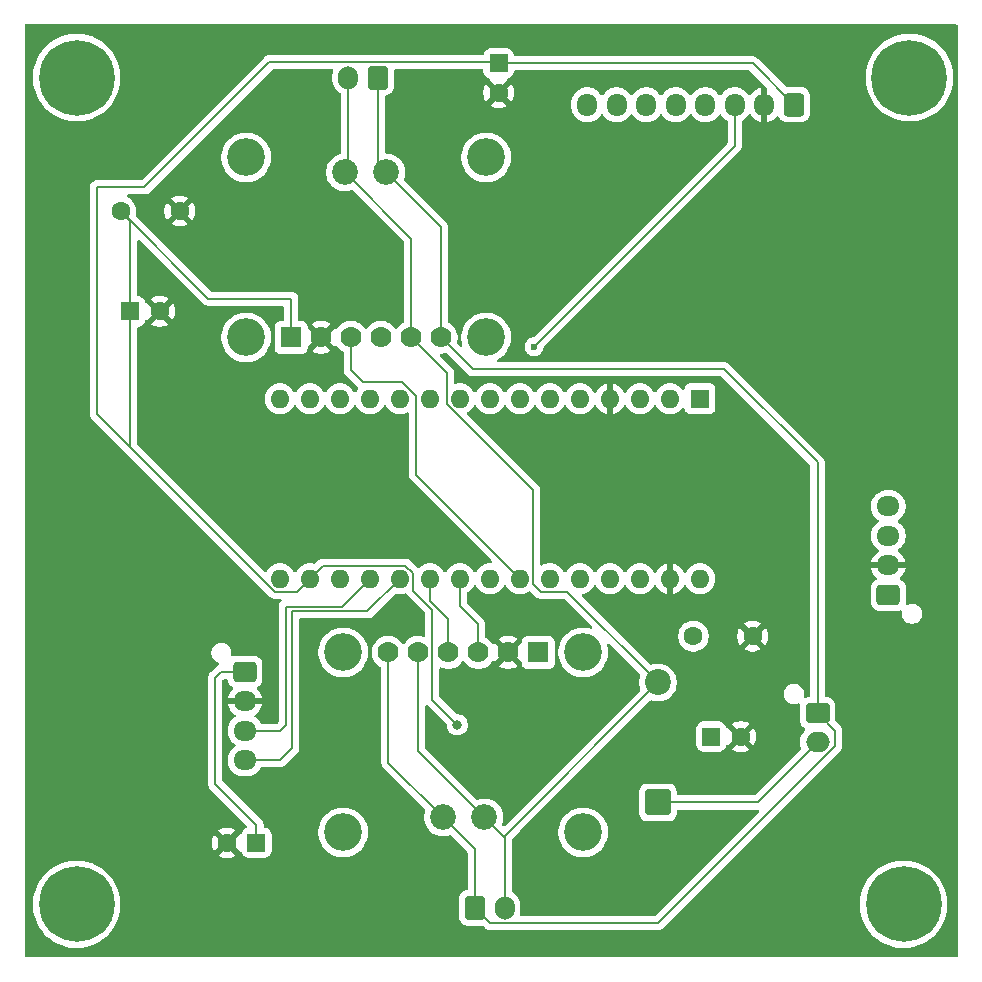
<source format=gbr>
%TF.GenerationSoftware,KiCad,Pcbnew,9.0.4*%
%TF.CreationDate,2025-10-27T02:22:17+05:45*%
%TF.ProjectId,CubeSat_STEM_Board,43756265-5361-4745-9f53-54454d5f426f,rev?*%
%TF.SameCoordinates,Original*%
%TF.FileFunction,Copper,L1,Top*%
%TF.FilePolarity,Positive*%
%FSLAX46Y46*%
G04 Gerber Fmt 4.6, Leading zero omitted, Abs format (unit mm)*
G04 Created by KiCad (PCBNEW 9.0.4) date 2025-10-27 02:22:17*
%MOMM*%
%LPD*%
G01*
G04 APERTURE LIST*
G04 Aperture macros list*
%AMRoundRect*
0 Rectangle with rounded corners*
0 $1 Rounding radius*
0 $2 $3 $4 $5 $6 $7 $8 $9 X,Y pos of 4 corners*
0 Add a 4 corners polygon primitive as box body*
4,1,4,$2,$3,$4,$5,$6,$7,$8,$9,$2,$3,0*
0 Add four circle primitives for the rounded corners*
1,1,$1+$1,$2,$3*
1,1,$1+$1,$4,$5*
1,1,$1+$1,$6,$7*
1,1,$1+$1,$8,$9*
0 Add four rect primitives between the rounded corners*
20,1,$1+$1,$2,$3,$4,$5,0*
20,1,$1+$1,$4,$5,$6,$7,0*
20,1,$1+$1,$6,$7,$8,$9,0*
20,1,$1+$1,$8,$9,$2,$3,0*%
G04 Aperture macros list end*
%TA.AperFunction,ComponentPad*%
%ADD10C,0.800000*%
%TD*%
%TA.AperFunction,ComponentPad*%
%ADD11C,6.400000*%
%TD*%
%TA.AperFunction,ComponentPad*%
%ADD12R,1.778000X1.778000*%
%TD*%
%TA.AperFunction,ComponentPad*%
%ADD13C,1.778000*%
%TD*%
%TA.AperFunction,ComponentPad*%
%ADD14C,3.200000*%
%TD*%
%TA.AperFunction,ComponentPad*%
%ADD15C,2.184400*%
%TD*%
%TA.AperFunction,ComponentPad*%
%ADD16RoundRect,0.250000X0.600000X0.725000X-0.600000X0.725000X-0.600000X-0.725000X0.600000X-0.725000X0*%
%TD*%
%TA.AperFunction,ComponentPad*%
%ADD17O,1.700000X1.950000*%
%TD*%
%TA.AperFunction,ComponentPad*%
%ADD18RoundRect,0.250000X0.600000X0.750000X-0.600000X0.750000X-0.600000X-0.750000X0.600000X-0.750000X0*%
%TD*%
%TA.AperFunction,ComponentPad*%
%ADD19O,1.700000X2.000000*%
%TD*%
%TA.AperFunction,ComponentPad*%
%ADD20C,1.600000*%
%TD*%
%TA.AperFunction,ComponentPad*%
%ADD21R,1.600000X1.600000*%
%TD*%
%TA.AperFunction,ComponentPad*%
%ADD22O,1.600000X1.600000*%
%TD*%
%TA.AperFunction,ComponentPad*%
%ADD23RoundRect,0.250000X-0.550000X-0.550000X0.550000X-0.550000X0.550000X0.550000X-0.550000X0.550000X0*%
%TD*%
%TA.AperFunction,ComponentPad*%
%ADD24RoundRect,0.250000X-0.550000X0.550000X-0.550000X-0.550000X0.550000X-0.550000X0.550000X0.550000X0*%
%TD*%
%TA.AperFunction,ComponentPad*%
%ADD25RoundRect,0.249999X0.850001X-0.850001X0.850001X0.850001X-0.850001X0.850001X-0.850001X-0.850001X0*%
%TD*%
%TA.AperFunction,ComponentPad*%
%ADD26C,2.200000*%
%TD*%
%TA.AperFunction,ComponentPad*%
%ADD27RoundRect,0.250000X0.725000X-0.600000X0.725000X0.600000X-0.725000X0.600000X-0.725000X-0.600000X0*%
%TD*%
%TA.AperFunction,ComponentPad*%
%ADD28O,1.950000X1.700000*%
%TD*%
%TA.AperFunction,ComponentPad*%
%ADD29RoundRect,0.250000X-0.600000X-0.750000X0.600000X-0.750000X0.600000X0.750000X-0.600000X0.750000X0*%
%TD*%
%TA.AperFunction,ComponentPad*%
%ADD30RoundRect,0.250000X0.550000X0.550000X-0.550000X0.550000X-0.550000X-0.550000X0.550000X-0.550000X0*%
%TD*%
%TA.AperFunction,ComponentPad*%
%ADD31RoundRect,0.250000X-0.725000X0.600000X-0.725000X-0.600000X0.725000X-0.600000X0.725000X0.600000X0*%
%TD*%
%TA.AperFunction,ComponentPad*%
%ADD32RoundRect,0.250000X-0.750000X0.600000X-0.750000X-0.600000X0.750000X-0.600000X0.750000X0.600000X0*%
%TD*%
%TA.AperFunction,ComponentPad*%
%ADD33O,2.000000X1.700000*%
%TD*%
%TA.AperFunction,ViaPad*%
%ADD34C,0.800000*%
%TD*%
%TA.AperFunction,ViaPad*%
%ADD35C,0.600000*%
%TD*%
%TA.AperFunction,Conductor*%
%ADD36C,0.200000*%
%TD*%
G04 APERTURE END LIST*
D10*
%TO.P,REF\u002A\u002A,1*%
%TO.N,N/C*%
X113885000Y-125700000D03*
X114587944Y-124002944D03*
X114587944Y-127397056D03*
X116285000Y-123300000D03*
D11*
X116285000Y-125700000D03*
D10*
X116285000Y-128100000D03*
X117982056Y-124002944D03*
X117982056Y-127397056D03*
X118685000Y-125700000D03*
%TD*%
%TO.P,REF\u002A\u002A,1*%
%TO.N,N/C*%
X113885000Y-55700000D03*
X114587944Y-54002944D03*
X114587944Y-57397056D03*
X116285000Y-53300000D03*
D11*
X116285000Y-55700000D03*
D10*
X116285000Y-58100000D03*
X117982056Y-54002944D03*
X117982056Y-57397056D03*
X118685000Y-55700000D03*
%TD*%
%TO.P,REF\u002A\u002A,1*%
%TO.N,N/C*%
X183885000Y-125700000D03*
X184587944Y-124002944D03*
X184587944Y-127397056D03*
X186285000Y-123300000D03*
D11*
X186285000Y-125700000D03*
D10*
X186285000Y-128100000D03*
X187982056Y-124002944D03*
X187982056Y-127397056D03*
X188685000Y-125700000D03*
%TD*%
D12*
%TO.P,IAN2,1,VCC*%
%TO.N,/+3V3*%
X155350000Y-104380000D03*
D13*
%TO.P,IAN2,2,GND*%
%TO.N,GND*%
X152810000Y-104380000D03*
%TO.P,IAN2,3,SCL*%
%TO.N,/SCL*%
X150270000Y-104380000D03*
%TO.P,IAN2,4,SDA*%
%TO.N,/SDA*%
X147730000Y-104380000D03*
%TO.P,IAN2,5,VIN-*%
%TO.N,Net-(D1-A)*%
X145190000Y-104380000D03*
%TO.P,IAN2,6,VIN+*%
%TO.N,Net-(J2-Pin_1)*%
X142650000Y-104380000D03*
D14*
%TO.P,IAN2,SH1,SHIELD*%
%TO.N,unconnected-(IAN2-SHIELD-PadSH1)_1*%
X159160000Y-119620000D03*
%TO.P,IAN2,SH2,SHIELD*%
%TO.N,unconnected-(IAN2-SHIELD-PadSH1)*%
X138840000Y-119620000D03*
%TO.P,IAN2,SH3,SHIELD*%
%TO.N,unconnected-(IAN2-SHIELD-PadSH1)_3*%
X159160000Y-104380000D03*
%TO.P,IAN2,SH4,SHIELD*%
%TO.N,unconnected-(IAN2-SHIELD-PadSH1)_2*%
X138840000Y-104380000D03*
D15*
%TO.P,IAN2,VIN+,VIN+*%
%TO.N,Net-(J2-Pin_1)*%
X147300000Y-118350000D03*
%TO.P,IAN2,VIN-,VIN-*%
%TO.N,Net-(D1-A)*%
X150800000Y-118350000D03*
%TD*%
D16*
%TO.P,J6,1,Pin_1*%
%TO.N,/+3V3*%
X177000000Y-58000000D03*
D17*
%TO.P,J6,2,Pin_2*%
%TO.N,GND*%
X174500000Y-58000000D03*
%TO.P,J6,3,Pin_3*%
%TO.N,/PWM_X*%
X172000000Y-58000000D03*
%TO.P,J6,4,Pin_4*%
%TO.N,/DIR_X*%
X169500000Y-58000000D03*
%TO.P,J6,5,Pin_5*%
%TO.N,/PWM_Y*%
X167000000Y-58000000D03*
%TO.P,J6,6,Pin_6*%
%TO.N,/DIR_Y*%
X164500000Y-58000000D03*
%TO.P,J6,7,Pin_7*%
%TO.N,/PWM_Z*%
X162000000Y-58000000D03*
%TO.P,J6,8,Pin_8*%
%TO.N,/DIR_Z*%
X159500000Y-58000000D03*
%TD*%
D18*
%TO.P,J2,1,Pin_1*%
%TO.N,Net-(J2-Pin_1)*%
X141785000Y-55700000D03*
D19*
%TO.P,J2,2,Pin_2*%
%TO.N,Net-(D1-A)*%
X139285000Y-55700000D03*
%TD*%
D20*
%TO.P,C2,1*%
%TO.N,/+3V3*%
X120000000Y-67000000D03*
%TO.P,C2,2*%
%TO.N,GND*%
X125000000Y-67000000D03*
%TD*%
D10*
%TO.P,REF\u002A\u002A,1*%
%TO.N,N/C*%
X184385000Y-55700000D03*
X185087944Y-54002944D03*
X185087944Y-57397056D03*
X186785000Y-53300000D03*
D11*
X186785000Y-55700000D03*
D10*
X186785000Y-58100000D03*
X188482056Y-54002944D03*
X188482056Y-57397056D03*
X189185000Y-55700000D03*
%TD*%
D21*
%TO.P,A1,1,D1/TX*%
%TO.N,unconnected-(A1-D1{slash}TX-Pad1)*%
X169050000Y-82890000D03*
D22*
%TO.P,A1,2,D0/RX*%
%TO.N,unconnected-(A1-D0{slash}RX-Pad2)*%
X166510000Y-82890000D03*
%TO.P,A1,3,~{RESET}*%
%TO.N,unconnected-(A1-~{RESET}-Pad3)*%
X163970000Y-82890000D03*
%TO.P,A1,4,GND*%
%TO.N,GND*%
X161430000Y-82890000D03*
%TO.P,A1,5,D2*%
%TO.N,unconnected-(A1-D2-Pad5)*%
X158890000Y-82890000D03*
%TO.P,A1,6,D3*%
%TO.N,unconnected-(A1-D3-Pad6)*%
X156350000Y-82890000D03*
%TO.P,A1,7,D4*%
%TO.N,/DIR_X*%
X153810000Y-82890000D03*
%TO.P,A1,8,D5*%
%TO.N,/PWM_X*%
X151270000Y-82890000D03*
%TO.P,A1,9,D6*%
%TO.N,/PWM_Y*%
X148730000Y-82890000D03*
%TO.P,A1,10,D7*%
%TO.N,/DIR_Y*%
X146190000Y-82890000D03*
%TO.P,A1,11,D8*%
%TO.N,/DIR_Z*%
X143650000Y-82890000D03*
%TO.P,A1,12,D9*%
%TO.N,/PWM_Z*%
X141110000Y-82890000D03*
%TO.P,A1,13,D10*%
%TO.N,unconnected-(A1-D10-Pad13)*%
X138570000Y-82890000D03*
%TO.P,A1,14,D11*%
%TO.N,unconnected-(A1-D11-Pad14)*%
X136030000Y-82890000D03*
%TO.P,A1,15,D12*%
%TO.N,unconnected-(A1-D12-Pad15)*%
X133490000Y-82890000D03*
%TO.P,A1,16,D13*%
%TO.N,unconnected-(A1-D13-Pad16)*%
X133490000Y-98130000D03*
%TO.P,A1,17,3V3*%
%TO.N,/+3V3*%
X136030000Y-98130000D03*
%TO.P,A1,18,AREF*%
%TO.N,unconnected-(A1-AREF-Pad18)*%
X138570000Y-98130000D03*
%TO.P,A1,19,A0*%
%TO.N,/I2C_SDA*%
X141110000Y-98130000D03*
%TO.P,A1,20,A1*%
%TO.N,/I2C_SCL*%
X143650000Y-98130000D03*
%TO.P,A1,21,A2*%
%TO.N,/SDA*%
X146190000Y-98130000D03*
%TO.P,A1,22,A3*%
%TO.N,/SCL*%
X148730000Y-98130000D03*
%TO.P,A1,23,A4*%
%TO.N,/SDA2*%
X151270000Y-98130000D03*
%TO.P,A1,24,A5*%
%TO.N,/SCL2*%
X153810000Y-98130000D03*
%TO.P,A1,25,A6*%
%TO.N,Net-(A1-A6)*%
X156350000Y-98130000D03*
%TO.P,A1,26,A7*%
%TO.N,Net-(A1-A7)*%
X158890000Y-98130000D03*
%TO.P,A1,27,+5V*%
%TO.N,/3.3v*%
X161430000Y-98130000D03*
%TO.P,A1,28,~{RESET}*%
%TO.N,unconnected-(A1-~{RESET}-Pad28)*%
X163970000Y-98130000D03*
%TO.P,A1,29,GND*%
%TO.N,GND*%
X166510000Y-98130000D03*
%TO.P,A1,30,VIN*%
%TO.N,unconnected-(A1-VIN-Pad30)*%
X169050000Y-98130000D03*
%TD*%
D23*
%TO.P,C5,1*%
%TO.N,/+3V3*%
X170000000Y-111500000D03*
D20*
%TO.P,C5,2*%
%TO.N,GND*%
X172500000Y-111500000D03*
%TD*%
D24*
%TO.P,C6,1*%
%TO.N,/+3V3*%
X152000000Y-54500000D03*
D20*
%TO.P,C6,2*%
%TO.N,GND*%
X152000000Y-57000000D03*
%TD*%
D25*
%TO.P,D1,1,K*%
%TO.N,Net-(D1-K)*%
X165500000Y-117080000D03*
D26*
%TO.P,D1,2,A*%
%TO.N,Net-(D1-A)*%
X165500000Y-106920000D03*
%TD*%
D12*
%TO.P,IAN1,1,VCC*%
%TO.N,/+3V3*%
X134435000Y-77700000D03*
D13*
%TO.P,IAN1,2,GND*%
%TO.N,GND*%
X136975000Y-77700000D03*
%TO.P,IAN1,3,SCL*%
%TO.N,/SCL2*%
X139515000Y-77700000D03*
%TO.P,IAN1,4,SDA*%
%TO.N,/SDA2*%
X142055000Y-77700000D03*
%TO.P,IAN1,5,VIN-*%
%TO.N,Net-(D1-A)*%
X144595000Y-77700000D03*
%TO.P,IAN1,6,VIN+*%
%TO.N,Net-(J2-Pin_1)*%
X147135000Y-77700000D03*
D14*
%TO.P,IAN1,SH1,SHIELD*%
%TO.N,unconnected-(IAN1-SHIELD-PadSH1)_1*%
X130625000Y-62460000D03*
%TO.P,IAN1,SH2,SHIELD*%
%TO.N,unconnected-(IAN1-SHIELD-PadSH1)_2*%
X150945000Y-62460000D03*
%TO.P,IAN1,SH3,SHIELD*%
%TO.N,unconnected-(IAN1-SHIELD-PadSH1)_3*%
X130625000Y-77700000D03*
%TO.P,IAN1,SH4,SHIELD*%
%TO.N,unconnected-(IAN1-SHIELD-PadSH1)*%
X150945000Y-77700000D03*
D15*
%TO.P,IAN1,VIN+,VIN+*%
%TO.N,Net-(J2-Pin_1)*%
X142485000Y-63730000D03*
%TO.P,IAN1,VIN-,VIN-*%
%TO.N,Net-(D1-A)*%
X138985000Y-63730000D03*
%TD*%
D23*
%TO.P,C4,1*%
%TO.N,/+3V3*%
X120817621Y-75500000D03*
D20*
%TO.P,C4,2*%
%TO.N,GND*%
X123317621Y-75500000D03*
%TD*%
D27*
%TO.P,J5,1,Pin_1*%
%TO.N,/3.3v*%
X185000000Y-99500000D03*
D28*
%TO.P,J5,2,Pin_2*%
%TO.N,GND*%
X185000000Y-97000000D03*
%TO.P,J5,3,Pin_3*%
%TO.N,Net-(A1-A7)*%
X185000000Y-94500000D03*
%TO.P,J5,4,Pin_4*%
%TO.N,Net-(A1-A6)*%
X185000000Y-92000000D03*
%TD*%
D29*
%TO.P,J3,1,Pin_1*%
%TO.N,Net-(J2-Pin_1)*%
X150000000Y-126000000D03*
D19*
%TO.P,J3,2,Pin_2*%
%TO.N,Net-(D1-A)*%
X152500000Y-126000000D03*
%TD*%
D20*
%TO.P,C3,1*%
%TO.N,/+3V3*%
X168500000Y-103000000D03*
%TO.P,C3,2*%
%TO.N,GND*%
X173500000Y-103000000D03*
%TD*%
D30*
%TO.P,C1,1*%
%TO.N,/3.3v*%
X131500000Y-120500000D03*
D20*
%TO.P,C1,2*%
%TO.N,GND*%
X129000000Y-120500000D03*
%TD*%
D31*
%TO.P,J1,1,Pin_1*%
%TO.N,/3.3v*%
X130525000Y-106000000D03*
D28*
%TO.P,J1,2,Pin_2*%
%TO.N,GND*%
X130525000Y-108500000D03*
%TO.P,J1,3,Pin_3*%
%TO.N,/I2C_SDA*%
X130525000Y-111000000D03*
%TO.P,J1,4,Pin_4*%
%TO.N,/I2C_SCL*%
X130525000Y-113500000D03*
%TD*%
D32*
%TO.P,J4,1,Pin_1*%
%TO.N,Net-(J2-Pin_1)*%
X179000000Y-109500000D03*
D33*
%TO.P,J4,2,Pin_2*%
%TO.N,Net-(D1-K)*%
X179000000Y-112000000D03*
%TD*%
D34*
%TO.N,/+3V3*%
X148500000Y-110500000D03*
D35*
%TO.N,/PWM_X*%
X155000000Y-78500000D03*
%TD*%
D36*
%TO.N,/+3V3*%
X173500000Y-54500000D02*
X152000000Y-54500000D01*
X127435000Y-74435000D02*
X134435000Y-74435000D01*
X151899000Y-54399000D02*
X132601000Y-54399000D01*
X120817621Y-75500000D02*
X120817621Y-87014671D01*
X146380000Y-108380000D02*
X146380000Y-100767100D01*
X146380000Y-100767100D02*
X144751000Y-99138100D01*
X120901475Y-87098525D02*
X133033950Y-99231000D01*
X177000000Y-58000000D02*
X173500000Y-54500000D01*
X134435000Y-77700000D02*
X133800000Y-77700000D01*
X120817621Y-75500000D02*
X120817621Y-67817621D01*
X134435000Y-74435000D02*
X134435000Y-77700000D01*
X132601000Y-54399000D02*
X122000000Y-65000000D01*
X133033950Y-99231000D02*
X134929000Y-99231000D01*
X144751000Y-99138100D02*
X144751000Y-97673950D01*
X120817621Y-67817621D02*
X120000000Y-67000000D01*
X148500000Y-110500000D02*
X146380000Y-108380000D01*
X118000000Y-84197050D02*
X120901475Y-87098525D01*
X137131000Y-97029000D02*
X136030000Y-98130000D01*
X118000000Y-65000000D02*
X118000000Y-84197050D01*
X144106050Y-97029000D02*
X137131000Y-97029000D01*
X152000000Y-54500000D02*
X151899000Y-54399000D01*
X120000000Y-67000000D02*
X127435000Y-74435000D01*
X144751000Y-97673950D02*
X144106050Y-97029000D01*
X122000000Y-65000000D02*
X118000000Y-65000000D01*
X120817621Y-87014671D02*
X120901475Y-87098525D01*
X134929000Y-99231000D02*
X136030000Y-98130000D01*
%TO.N,/I2C_SCL*%
X134500000Y-100901000D02*
X140879000Y-100901000D01*
X133500000Y-113500000D02*
X134500000Y-112500000D01*
X140879000Y-100901000D02*
X143650000Y-98130000D01*
X131000000Y-113500000D02*
X133500000Y-113500000D01*
X134500000Y-112500000D02*
X134500000Y-100901000D01*
%TO.N,/3.3v*%
X128000000Y-115500000D02*
X131500000Y-119000000D01*
X128500000Y-106000000D02*
X128000000Y-106500000D01*
X128000000Y-106500000D02*
X128000000Y-115500000D01*
X131500000Y-119000000D02*
X131500000Y-120500000D01*
X131000000Y-106000000D02*
X128500000Y-106000000D01*
%TO.N,/SCL*%
X150270000Y-104380000D02*
X150270000Y-102010000D01*
X150270000Y-102010000D02*
X148730000Y-100470000D01*
X148730000Y-100470000D02*
X148730000Y-98130000D01*
%TO.N,/SDA*%
X146190000Y-100010000D02*
X146190000Y-98130000D01*
X147730000Y-101550000D02*
X146190000Y-100010000D01*
X147730000Y-104380000D02*
X147730000Y-101550000D01*
%TO.N,/SCL2*%
X139500000Y-77715000D02*
X139500000Y-80500000D01*
X145000000Y-82682950D02*
X145000000Y-89320000D01*
X139500000Y-80500000D02*
X140500000Y-81500000D01*
X140500000Y-81500000D02*
X143817050Y-81500000D01*
X145000000Y-89320000D02*
X153810000Y-98130000D01*
X139515000Y-77700000D02*
X139500000Y-77715000D01*
X143817050Y-81500000D02*
X145000000Y-82682950D01*
%TO.N,Net-(J2-Pin_1)*%
X141785000Y-63030000D02*
X142485000Y-63730000D01*
X180500000Y-112277760D02*
X180500000Y-111000000D01*
X142650000Y-113700000D02*
X147300000Y-118350000D01*
X150000000Y-126000000D02*
X150000000Y-121050000D01*
X171104000Y-80396000D02*
X179000000Y-88292000D01*
X141785000Y-55700000D02*
X141785000Y-63030000D01*
X147135000Y-77700000D02*
X149831000Y-80396000D01*
X165476760Y-127301000D02*
X180500000Y-112277760D01*
X179000000Y-88292000D02*
X179000000Y-109500000D01*
X147135000Y-68380000D02*
X147135000Y-77700000D01*
X150000000Y-121050000D02*
X147300000Y-118350000D01*
X151301000Y-127301000D02*
X165476760Y-127301000D01*
X180500000Y-111000000D02*
X179000000Y-109500000D01*
X149831000Y-80396000D02*
X171104000Y-80396000D01*
X142650000Y-104380000D02*
X142650000Y-113700000D01*
X142485000Y-63730000D02*
X147135000Y-68380000D01*
X150000000Y-126000000D02*
X151301000Y-127301000D01*
%TO.N,Net-(D1-A)*%
X147627915Y-83344965D02*
X147627915Y-80732915D01*
X154911000Y-90628050D02*
X147627915Y-83344965D01*
X145190000Y-104380000D02*
X145190000Y-112740000D01*
X165500000Y-106920000D02*
X152500000Y-119920000D01*
X145190000Y-112740000D02*
X150800000Y-118350000D01*
X165500000Y-106920000D02*
X157811000Y-99231000D01*
X157811000Y-99231000D02*
X155555950Y-99231000D01*
X144595000Y-69340000D02*
X144595000Y-77700000D01*
X154911000Y-98586050D02*
X154911000Y-90628050D01*
X152500000Y-119920000D02*
X152500000Y-120050000D01*
X152500000Y-120050000D02*
X150800000Y-118350000D01*
X139285000Y-55700000D02*
X139285000Y-63430000D01*
X147627915Y-80732915D02*
X144595000Y-77700000D01*
X152500000Y-126000000D02*
X152500000Y-120050000D01*
X155555950Y-99231000D02*
X154911000Y-98586050D01*
X139285000Y-63430000D02*
X138985000Y-63730000D01*
X138985000Y-63730000D02*
X144595000Y-69340000D01*
%TO.N,/PWM_X*%
X155000000Y-78500000D02*
X172000000Y-61500000D01*
X172000000Y-61500000D02*
X172000000Y-58000000D01*
%TO.N,/I2C_SDA*%
X138740000Y-100500000D02*
X141110000Y-98130000D01*
X131000000Y-111000000D02*
X133500000Y-111000000D01*
X133500000Y-111000000D02*
X134000000Y-110500000D01*
X134000000Y-100500000D02*
X138740000Y-100500000D01*
X134000000Y-110500000D02*
X134000000Y-100500000D01*
%TO.N,Net-(D1-K)*%
X165500000Y-117080000D02*
X173920000Y-117080000D01*
X173920000Y-117080000D02*
X179000000Y-112000000D01*
%TD*%
%TA.AperFunction,Conductor*%
%TO.N,GND*%
G36*
X147650473Y-79064709D02*
G01*
X149462284Y-80876520D01*
X149462286Y-80876521D01*
X149462290Y-80876524D01*
X149572968Y-80940423D01*
X149599216Y-80955577D01*
X149751943Y-80996501D01*
X149751945Y-80996501D01*
X149917654Y-80996501D01*
X149917670Y-80996500D01*
X170803903Y-80996500D01*
X170870942Y-81016185D01*
X170891584Y-81032819D01*
X178363181Y-88504416D01*
X178396666Y-88565739D01*
X178399500Y-88592097D01*
X178399500Y-108025500D01*
X178379815Y-108092539D01*
X178327011Y-108138294D01*
X178275502Y-108149500D01*
X178199999Y-108149500D01*
X178199980Y-108149501D01*
X178097203Y-108160000D01*
X178097200Y-108160001D01*
X177997735Y-108192961D01*
X177927906Y-108195363D01*
X177867865Y-108159631D01*
X177836672Y-108097110D01*
X177837114Y-108051063D01*
X177850500Y-107983767D01*
X177850500Y-107816233D01*
X177817816Y-107651918D01*
X177753703Y-107497137D01*
X177695051Y-107409358D01*
X177660626Y-107357837D01*
X177542162Y-107239373D01*
X177402860Y-107146295D01*
X177248082Y-107082184D01*
X177248074Y-107082182D01*
X177083771Y-107049500D01*
X177083767Y-107049500D01*
X176916233Y-107049500D01*
X176916228Y-107049500D01*
X176751925Y-107082182D01*
X176751917Y-107082184D01*
X176597139Y-107146295D01*
X176457837Y-107239373D01*
X176339373Y-107357837D01*
X176246295Y-107497139D01*
X176182184Y-107651917D01*
X176182182Y-107651925D01*
X176149500Y-107816228D01*
X176149500Y-107983771D01*
X176182182Y-108148074D01*
X176182184Y-108148082D01*
X176246295Y-108302860D01*
X176339373Y-108442162D01*
X176457837Y-108560626D01*
X176550494Y-108622537D01*
X176597137Y-108653703D01*
X176751918Y-108717816D01*
X176899643Y-108747200D01*
X176916228Y-108750499D01*
X176916232Y-108750500D01*
X176916233Y-108750500D01*
X177083768Y-108750500D01*
X177083769Y-108750499D01*
X177248082Y-108717816D01*
X177332786Y-108682729D01*
X177402254Y-108675261D01*
X177464733Y-108706536D01*
X177500386Y-108766624D01*
X177503596Y-108809893D01*
X177499500Y-108849981D01*
X177499500Y-110150001D01*
X177499501Y-110150018D01*
X177510000Y-110252796D01*
X177510001Y-110252799D01*
X177565185Y-110419331D01*
X177565187Y-110419336D01*
X177598743Y-110473739D01*
X177603582Y-110481585D01*
X177657289Y-110568657D01*
X177781344Y-110692712D01*
X177936120Y-110788178D01*
X177982845Y-110840126D01*
X177994068Y-110909088D01*
X177966224Y-110973171D01*
X177958706Y-110981398D01*
X177819889Y-111120215D01*
X177694951Y-111292179D01*
X177598444Y-111481585D01*
X177532753Y-111683760D01*
X177499500Y-111893713D01*
X177499500Y-112106286D01*
X177532753Y-112316240D01*
X177583277Y-112471737D01*
X177585272Y-112541578D01*
X177553027Y-112597736D01*
X173707584Y-116443181D01*
X173646261Y-116476666D01*
X173619903Y-116479500D01*
X167224500Y-116479500D01*
X167157461Y-116459815D01*
X167111706Y-116407011D01*
X167100500Y-116355500D01*
X167100500Y-116179995D01*
X167100499Y-116179982D01*
X167089999Y-116077203D01*
X167060304Y-115987590D01*
X167034814Y-115910665D01*
X166942712Y-115761344D01*
X166818656Y-115637288D01*
X166669335Y-115545186D01*
X166502798Y-115490001D01*
X166502796Y-115490000D01*
X166400017Y-115479500D01*
X166400010Y-115479500D01*
X164599990Y-115479500D01*
X164599982Y-115479500D01*
X164497203Y-115490000D01*
X164497202Y-115490001D01*
X164414669Y-115517349D01*
X164330667Y-115545185D01*
X164330662Y-115545187D01*
X164181342Y-115637289D01*
X164057289Y-115761342D01*
X163965187Y-115910662D01*
X163965186Y-115910665D01*
X163910001Y-116077202D01*
X163910001Y-116077203D01*
X163910000Y-116077203D01*
X163899500Y-116179982D01*
X163899500Y-117980017D01*
X163910000Y-118082796D01*
X163910001Y-118082798D01*
X163965186Y-118249335D01*
X164057288Y-118398656D01*
X164181344Y-118522712D01*
X164330665Y-118614814D01*
X164497202Y-118669999D01*
X164599990Y-118680500D01*
X164599995Y-118680500D01*
X166400005Y-118680500D01*
X166400010Y-118680500D01*
X166502798Y-118669999D01*
X166669335Y-118614814D01*
X166818656Y-118522712D01*
X166942712Y-118398656D01*
X167034814Y-118249335D01*
X167089999Y-118082798D01*
X167100500Y-117980010D01*
X167100500Y-117804500D01*
X167120185Y-117737461D01*
X167172989Y-117691706D01*
X167224500Y-117680500D01*
X173833332Y-117680500D01*
X173840939Y-117680500D01*
X173840943Y-117680501D01*
X173948662Y-117680501D01*
X174015701Y-117700186D01*
X174061456Y-117752991D01*
X174068862Y-117804501D01*
X174071399Y-117822148D01*
X174042374Y-117885704D01*
X174036346Y-117892177D01*
X168435575Y-123492950D01*
X165264344Y-126664181D01*
X165203021Y-126697666D01*
X165176663Y-126700500D01*
X153911802Y-126700500D01*
X153844763Y-126680815D01*
X153799008Y-126628011D01*
X153789064Y-126558853D01*
X153793871Y-126538182D01*
X153817246Y-126466243D01*
X153850500Y-126256287D01*
X153850500Y-125743713D01*
X153817246Y-125533757D01*
X153751557Y-125331588D01*
X153655051Y-125142184D01*
X153655049Y-125142181D01*
X153655048Y-125142179D01*
X153530109Y-124970213D01*
X153379786Y-124819890D01*
X153207815Y-124694948D01*
X153207814Y-124694947D01*
X153168205Y-124674765D01*
X153117409Y-124626791D01*
X153100500Y-124564281D01*
X153100500Y-120220096D01*
X153120185Y-120153057D01*
X153136814Y-120132420D01*
X153786902Y-119482332D01*
X157059500Y-119482332D01*
X157059500Y-119757667D01*
X157059501Y-119757684D01*
X157095438Y-120030655D01*
X157095439Y-120030660D01*
X157095440Y-120030666D01*
X157126463Y-120146446D01*
X157166704Y-120296630D01*
X157272075Y-120551017D01*
X157272080Y-120551028D01*
X157347283Y-120681282D01*
X157409751Y-120789479D01*
X157409753Y-120789482D01*
X157409754Y-120789483D01*
X157577370Y-121007926D01*
X157577376Y-121007933D01*
X157772066Y-121202623D01*
X157772073Y-121202629D01*
X157881195Y-121286361D01*
X157990521Y-121370249D01*
X158143778Y-121458732D01*
X158228971Y-121507919D01*
X158228976Y-121507921D01*
X158228979Y-121507923D01*
X158483368Y-121613295D01*
X158749334Y-121684560D01*
X159022326Y-121720500D01*
X159022333Y-121720500D01*
X159297667Y-121720500D01*
X159297674Y-121720500D01*
X159570666Y-121684560D01*
X159836632Y-121613295D01*
X160091021Y-121507923D01*
X160329479Y-121370249D01*
X160547928Y-121202628D01*
X160742628Y-121007928D01*
X160910249Y-120789479D01*
X161047923Y-120551021D01*
X161153295Y-120296632D01*
X161224560Y-120030666D01*
X161260500Y-119757674D01*
X161260500Y-119482326D01*
X161224560Y-119209334D01*
X161153295Y-118943368D01*
X161047923Y-118688979D01*
X161047921Y-118688976D01*
X161047919Y-118688971D01*
X160998732Y-118603778D01*
X160910249Y-118450521D01*
X160755876Y-118249337D01*
X160742629Y-118232073D01*
X160742623Y-118232066D01*
X160547933Y-118037376D01*
X160547926Y-118037370D01*
X160329483Y-117869754D01*
X160329482Y-117869753D01*
X160329479Y-117869751D01*
X160216461Y-117804500D01*
X160091028Y-117732080D01*
X160091017Y-117732075D01*
X159836630Y-117626704D01*
X159703649Y-117591072D01*
X159570666Y-117555440D01*
X159570660Y-117555439D01*
X159570655Y-117555438D01*
X159297684Y-117519501D01*
X159297679Y-117519500D01*
X159297674Y-117519500D01*
X159022326Y-117519500D01*
X159022320Y-117519500D01*
X159022315Y-117519501D01*
X158749344Y-117555438D01*
X158749337Y-117555439D01*
X158749334Y-117555440D01*
X158693125Y-117570500D01*
X158483369Y-117626704D01*
X158228982Y-117732075D01*
X158228971Y-117732080D01*
X157990516Y-117869754D01*
X157772073Y-118037370D01*
X157772066Y-118037376D01*
X157577376Y-118232066D01*
X157577370Y-118232073D01*
X157409754Y-118450516D01*
X157272080Y-118688971D01*
X157272075Y-118688982D01*
X157166704Y-118943369D01*
X157095441Y-119209331D01*
X157095438Y-119209344D01*
X157059501Y-119482315D01*
X157059500Y-119482332D01*
X153786902Y-119482332D01*
X162369250Y-110899983D01*
X168699500Y-110899983D01*
X168699500Y-112100001D01*
X168699501Y-112100018D01*
X168710000Y-112202796D01*
X168710001Y-112202799D01*
X168758885Y-112350318D01*
X168765186Y-112369334D01*
X168857288Y-112518656D01*
X168981344Y-112642712D01*
X169130666Y-112734814D01*
X169297203Y-112789999D01*
X169399991Y-112800500D01*
X170600008Y-112800499D01*
X170702797Y-112789999D01*
X170869334Y-112734814D01*
X171018656Y-112642712D01*
X171142712Y-112518656D01*
X171234814Y-112369334D01*
X171258102Y-112299054D01*
X171262110Y-112291050D01*
X171280060Y-112271772D01*
X171295055Y-112250116D01*
X171303495Y-112246606D01*
X171309725Y-112239917D01*
X171335249Y-112233404D01*
X171359571Y-112223292D01*
X171375834Y-112223048D01*
X171377425Y-112222643D01*
X171378523Y-112223008D01*
X171382719Y-112222946D01*
X171420525Y-112225921D01*
X172100000Y-111546446D01*
X172100000Y-111552661D01*
X172127259Y-111654394D01*
X172179920Y-111745606D01*
X172254394Y-111820080D01*
X172345606Y-111872741D01*
X172447339Y-111900000D01*
X172453553Y-111900000D01*
X171774076Y-112579474D01*
X171818650Y-112611859D01*
X172000968Y-112704755D01*
X172195582Y-112767990D01*
X172397683Y-112800000D01*
X172602317Y-112800000D01*
X172804417Y-112767990D01*
X172999031Y-112704755D01*
X173181349Y-112611859D01*
X173225921Y-112579474D01*
X172546447Y-111900000D01*
X172552661Y-111900000D01*
X172654394Y-111872741D01*
X172745606Y-111820080D01*
X172820080Y-111745606D01*
X172872741Y-111654394D01*
X172900000Y-111552661D01*
X172900000Y-111546447D01*
X173579474Y-112225921D01*
X173611859Y-112181349D01*
X173704755Y-111999031D01*
X173767990Y-111804417D01*
X173800000Y-111602317D01*
X173800000Y-111397682D01*
X173767990Y-111195582D01*
X173704755Y-111000968D01*
X173611859Y-110818650D01*
X173579474Y-110774077D01*
X173579474Y-110774076D01*
X172900000Y-111453551D01*
X172900000Y-111447339D01*
X172872741Y-111345606D01*
X172820080Y-111254394D01*
X172745606Y-111179920D01*
X172654394Y-111127259D01*
X172552661Y-111100000D01*
X172546446Y-111100000D01*
X173225922Y-110420524D01*
X173225921Y-110420523D01*
X173181359Y-110388147D01*
X173181350Y-110388141D01*
X172999031Y-110295244D01*
X172804417Y-110232009D01*
X172602317Y-110200000D01*
X172397683Y-110200000D01*
X172195582Y-110232009D01*
X172000968Y-110295244D01*
X171818644Y-110388143D01*
X171774077Y-110420523D01*
X171774077Y-110420524D01*
X172453554Y-111100000D01*
X172447339Y-111100000D01*
X172345606Y-111127259D01*
X172254394Y-111179920D01*
X172179920Y-111254394D01*
X172127259Y-111345606D01*
X172100000Y-111447339D01*
X172100000Y-111453553D01*
X171420524Y-110774077D01*
X171382719Y-110777053D01*
X171314341Y-110762689D01*
X171264584Y-110713638D01*
X171262110Y-110708949D01*
X171258101Y-110700942D01*
X171234814Y-110630666D01*
X171142712Y-110481344D01*
X171018656Y-110357288D01*
X170869334Y-110265186D01*
X170702797Y-110210001D01*
X170702795Y-110210000D01*
X170600010Y-110199500D01*
X169399998Y-110199500D01*
X169399981Y-110199501D01*
X169297203Y-110210000D01*
X169297200Y-110210001D01*
X169130668Y-110265185D01*
X169130663Y-110265187D01*
X168981342Y-110357289D01*
X168857289Y-110481342D01*
X168765187Y-110630663D01*
X168765185Y-110630668D01*
X168764979Y-110631290D01*
X168710001Y-110797203D01*
X168710001Y-110797204D01*
X168710000Y-110797204D01*
X168699500Y-110899983D01*
X162369250Y-110899983D01*
X164817076Y-108452157D01*
X164878397Y-108418674D01*
X164943073Y-108421909D01*
X165085805Y-108468285D01*
X165125215Y-108481090D01*
X165374038Y-108520500D01*
X165374039Y-108520500D01*
X165625961Y-108520500D01*
X165625962Y-108520500D01*
X165874785Y-108481090D01*
X166114379Y-108403241D01*
X166338845Y-108288870D01*
X166542656Y-108140793D01*
X166720793Y-107962656D01*
X166868870Y-107758845D01*
X166983241Y-107534379D01*
X167061090Y-107294785D01*
X167100500Y-107045962D01*
X167100500Y-106794038D01*
X167061090Y-106545215D01*
X166983241Y-106305621D01*
X166983239Y-106305618D01*
X166983239Y-106305616D01*
X166938644Y-106218094D01*
X166868870Y-106081155D01*
X166782756Y-105962629D01*
X166720798Y-105877350D01*
X166720794Y-105877345D01*
X166542654Y-105699205D01*
X166542649Y-105699201D01*
X166338848Y-105551132D01*
X166338847Y-105551131D01*
X166338845Y-105551130D01*
X166260729Y-105511328D01*
X166114383Y-105436760D01*
X165874785Y-105358910D01*
X165818410Y-105349981D01*
X165625962Y-105319500D01*
X165374038Y-105319500D01*
X165249626Y-105339205D01*
X165125214Y-105358910D01*
X165071134Y-105376482D01*
X164943074Y-105418091D01*
X164873234Y-105420086D01*
X164817076Y-105387841D01*
X162326883Y-102897648D01*
X167199500Y-102897648D01*
X167199500Y-103102352D01*
X167203324Y-103126497D01*
X167231522Y-103304534D01*
X167294781Y-103499223D01*
X167345483Y-103598729D01*
X167387585Y-103681359D01*
X167387715Y-103681613D01*
X167508028Y-103847213D01*
X167652786Y-103991971D01*
X167773226Y-104079474D01*
X167818390Y-104112287D01*
X167896184Y-104151925D01*
X168000776Y-104205218D01*
X168000778Y-104205218D01*
X168000781Y-104205220D01*
X168105137Y-104239127D01*
X168195465Y-104268477D01*
X168296557Y-104284488D01*
X168397648Y-104300500D01*
X168397649Y-104300500D01*
X168602351Y-104300500D01*
X168602352Y-104300500D01*
X168804534Y-104268477D01*
X168999219Y-104205220D01*
X169181610Y-104112287D01*
X169299761Y-104026446D01*
X169347213Y-103991971D01*
X169347215Y-103991968D01*
X169347219Y-103991966D01*
X169491966Y-103847219D01*
X169491968Y-103847215D01*
X169491971Y-103847213D01*
X169570320Y-103739373D01*
X169612287Y-103681610D01*
X169705220Y-103499219D01*
X169768477Y-103304534D01*
X169800500Y-103102352D01*
X169800500Y-102897682D01*
X172200000Y-102897682D01*
X172200000Y-103102317D01*
X172232009Y-103304417D01*
X172295244Y-103499031D01*
X172388141Y-103681350D01*
X172388147Y-103681359D01*
X172420523Y-103725921D01*
X172420524Y-103725922D01*
X173100000Y-103046446D01*
X173100000Y-103052661D01*
X173127259Y-103154394D01*
X173179920Y-103245606D01*
X173254394Y-103320080D01*
X173345606Y-103372741D01*
X173447339Y-103400000D01*
X173453553Y-103400000D01*
X172774076Y-104079474D01*
X172818650Y-104111859D01*
X173000968Y-104204755D01*
X173195582Y-104267990D01*
X173397683Y-104300000D01*
X173602317Y-104300000D01*
X173804417Y-104267990D01*
X173999031Y-104204755D01*
X174181349Y-104111859D01*
X174225921Y-104079474D01*
X173546447Y-103400000D01*
X173552661Y-103400000D01*
X173654394Y-103372741D01*
X173745606Y-103320080D01*
X173820080Y-103245606D01*
X173872741Y-103154394D01*
X173900000Y-103052661D01*
X173900000Y-103046448D01*
X174579474Y-103725922D01*
X174579474Y-103725921D01*
X174611859Y-103681349D01*
X174704755Y-103499031D01*
X174767990Y-103304417D01*
X174800000Y-103102317D01*
X174800000Y-102897682D01*
X174767990Y-102695582D01*
X174704755Y-102500968D01*
X174611859Y-102318650D01*
X174579474Y-102274077D01*
X174579474Y-102274076D01*
X173900000Y-102953551D01*
X173900000Y-102947339D01*
X173872741Y-102845606D01*
X173820080Y-102754394D01*
X173745606Y-102679920D01*
X173654394Y-102627259D01*
X173552661Y-102600000D01*
X173546446Y-102600000D01*
X174225922Y-101920524D01*
X174225921Y-101920523D01*
X174181359Y-101888147D01*
X174181350Y-101888141D01*
X173999031Y-101795244D01*
X173804417Y-101732009D01*
X173602317Y-101700000D01*
X173397683Y-101700000D01*
X173195582Y-101732009D01*
X173000968Y-101795244D01*
X172818644Y-101888143D01*
X172774077Y-101920523D01*
X172774077Y-101920524D01*
X173453554Y-102600000D01*
X173447339Y-102600000D01*
X173345606Y-102627259D01*
X173254394Y-102679920D01*
X173179920Y-102754394D01*
X173127259Y-102845606D01*
X173100000Y-102947339D01*
X173100000Y-102953553D01*
X172420524Y-102274077D01*
X172420523Y-102274077D01*
X172388143Y-102318644D01*
X172295244Y-102500968D01*
X172232009Y-102695582D01*
X172200000Y-102897682D01*
X169800500Y-102897682D01*
X169800500Y-102897648D01*
X169784617Y-102797370D01*
X169768477Y-102695465D01*
X169737458Y-102600000D01*
X169705220Y-102500781D01*
X169705218Y-102500778D01*
X169705218Y-102500776D01*
X169647095Y-102386705D01*
X169612287Y-102318390D01*
X169580092Y-102274077D01*
X169491971Y-102152786D01*
X169347213Y-102008028D01*
X169181613Y-101887715D01*
X169181612Y-101887714D01*
X169181610Y-101887713D01*
X169114862Y-101853703D01*
X168999223Y-101794781D01*
X168804534Y-101731522D01*
X168629995Y-101703878D01*
X168602352Y-101699500D01*
X168397648Y-101699500D01*
X168373329Y-101703351D01*
X168195465Y-101731522D01*
X168000776Y-101794781D01*
X167818386Y-101887715D01*
X167652786Y-102008028D01*
X167508028Y-102152786D01*
X167387715Y-102318386D01*
X167294781Y-102500776D01*
X167231522Y-102695465D01*
X167199500Y-102897648D01*
X162326883Y-102897648D01*
X159049950Y-99620715D01*
X159016465Y-99559392D01*
X159021449Y-99489700D01*
X159063321Y-99433767D01*
X159118228Y-99410562D01*
X159194534Y-99398477D01*
X159389219Y-99335220D01*
X159571610Y-99242287D01*
X159664590Y-99174732D01*
X159737213Y-99121971D01*
X159737215Y-99121968D01*
X159737219Y-99121966D01*
X159881966Y-98977219D01*
X159881968Y-98977215D01*
X159881971Y-98977213D01*
X160002284Y-98811614D01*
X160002286Y-98811611D01*
X160002287Y-98811610D01*
X160049516Y-98718917D01*
X160097489Y-98668123D01*
X160165310Y-98651328D01*
X160231445Y-98673865D01*
X160270483Y-98718917D01*
X160314348Y-98805006D01*
X160317715Y-98811614D01*
X160438028Y-98977213D01*
X160582786Y-99121971D01*
X160720338Y-99221906D01*
X160748390Y-99242287D01*
X160829499Y-99283614D01*
X160930776Y-99335218D01*
X160930778Y-99335218D01*
X160930781Y-99335220D01*
X161001448Y-99358181D01*
X161125465Y-99398477D01*
X161201754Y-99410560D01*
X161327648Y-99430500D01*
X161327649Y-99430500D01*
X161532351Y-99430500D01*
X161532352Y-99430500D01*
X161734534Y-99398477D01*
X161929219Y-99335220D01*
X162111610Y-99242287D01*
X162204590Y-99174732D01*
X162277213Y-99121971D01*
X162277215Y-99121968D01*
X162277219Y-99121966D01*
X162421966Y-98977219D01*
X162421968Y-98977215D01*
X162421971Y-98977213D01*
X162542284Y-98811614D01*
X162542286Y-98811611D01*
X162542287Y-98811610D01*
X162589516Y-98718917D01*
X162637489Y-98668123D01*
X162705310Y-98651328D01*
X162771445Y-98673865D01*
X162810483Y-98718917D01*
X162854348Y-98805006D01*
X162857715Y-98811614D01*
X162978028Y-98977213D01*
X163122786Y-99121971D01*
X163260338Y-99221906D01*
X163288390Y-99242287D01*
X163369499Y-99283614D01*
X163470776Y-99335218D01*
X163470778Y-99335218D01*
X163470781Y-99335220D01*
X163541448Y-99358181D01*
X163665465Y-99398477D01*
X163741754Y-99410560D01*
X163867648Y-99430500D01*
X163867649Y-99430500D01*
X164072351Y-99430500D01*
X164072352Y-99430500D01*
X164274534Y-99398477D01*
X164469219Y-99335220D01*
X164651610Y-99242287D01*
X164744590Y-99174732D01*
X164817213Y-99121971D01*
X164817215Y-99121968D01*
X164817219Y-99121966D01*
X164961966Y-98977219D01*
X164961968Y-98977215D01*
X164961971Y-98977213D01*
X165082284Y-98811614D01*
X165082286Y-98811611D01*
X165082287Y-98811610D01*
X165129795Y-98718369D01*
X165177770Y-98667574D01*
X165245591Y-98650779D01*
X165311725Y-98673316D01*
X165350765Y-98718370D01*
X165398140Y-98811349D01*
X165518417Y-98976894D01*
X165518417Y-98976895D01*
X165663104Y-99121582D01*
X165828650Y-99241859D01*
X166010968Y-99334754D01*
X166205578Y-99397988D01*
X166260000Y-99406607D01*
X166260000Y-98563012D01*
X166317007Y-98595925D01*
X166444174Y-98630000D01*
X166575826Y-98630000D01*
X166702993Y-98595925D01*
X166760000Y-98563012D01*
X166760000Y-99406606D01*
X166814421Y-99397988D01*
X167009031Y-99334754D01*
X167191349Y-99241859D01*
X167356894Y-99121582D01*
X167356895Y-99121582D01*
X167501582Y-98976895D01*
X167501582Y-98976894D01*
X167621861Y-98811347D01*
X167669234Y-98718371D01*
X167717208Y-98667575D01*
X167785028Y-98650779D01*
X167851164Y-98673316D01*
X167890203Y-98718369D01*
X167937713Y-98811611D01*
X168058028Y-98977213D01*
X168202786Y-99121971D01*
X168340338Y-99221906D01*
X168368390Y-99242287D01*
X168449499Y-99283614D01*
X168550776Y-99335218D01*
X168550778Y-99335218D01*
X168550781Y-99335220D01*
X168621448Y-99358181D01*
X168745465Y-99398477D01*
X168821754Y-99410560D01*
X168947648Y-99430500D01*
X168947649Y-99430500D01*
X169152351Y-99430500D01*
X169152352Y-99430500D01*
X169354534Y-99398477D01*
X169549219Y-99335220D01*
X169731610Y-99242287D01*
X169824590Y-99174732D01*
X169897213Y-99121971D01*
X169897215Y-99121968D01*
X169897219Y-99121966D01*
X170041966Y-98977219D01*
X170041968Y-98977215D01*
X170041971Y-98977213D01*
X170094732Y-98904590D01*
X170162287Y-98811610D01*
X170255220Y-98629219D01*
X170318477Y-98434534D01*
X170350500Y-98232352D01*
X170350500Y-98027648D01*
X170318477Y-97825466D01*
X170317673Y-97822993D01*
X170255218Y-97630776D01*
X170209515Y-97541080D01*
X170162287Y-97448390D01*
X170154556Y-97437749D01*
X170041971Y-97282786D01*
X169897213Y-97138028D01*
X169731613Y-97017715D01*
X169731612Y-97017714D01*
X169731610Y-97017713D01*
X169674653Y-96988691D01*
X169549223Y-96924781D01*
X169354534Y-96861522D01*
X169179995Y-96833878D01*
X169152352Y-96829500D01*
X168947648Y-96829500D01*
X168923329Y-96833351D01*
X168745465Y-96861522D01*
X168550776Y-96924781D01*
X168368386Y-97017715D01*
X168202786Y-97138028D01*
X168058028Y-97282786D01*
X167937713Y-97448388D01*
X167890203Y-97541630D01*
X167842228Y-97592426D01*
X167774407Y-97609220D01*
X167708272Y-97586682D01*
X167669234Y-97541628D01*
X167621861Y-97448652D01*
X167501582Y-97283105D01*
X167501582Y-97283104D01*
X167356895Y-97138417D01*
X167191349Y-97018140D01*
X167009029Y-96925244D01*
X166814413Y-96862009D01*
X166760000Y-96853390D01*
X166760000Y-97696988D01*
X166702993Y-97664075D01*
X166575826Y-97630000D01*
X166444174Y-97630000D01*
X166317007Y-97664075D01*
X166260000Y-97696988D01*
X166260000Y-96853390D01*
X166205586Y-96862009D01*
X166010970Y-96925244D01*
X165828650Y-97018140D01*
X165663105Y-97138417D01*
X165663104Y-97138417D01*
X165518417Y-97283104D01*
X165518417Y-97283105D01*
X165398140Y-97448650D01*
X165350765Y-97541629D01*
X165302790Y-97592425D01*
X165234969Y-97609220D01*
X165168834Y-97586682D01*
X165129795Y-97541629D01*
X165082419Y-97448650D01*
X165082287Y-97448390D01*
X165074556Y-97437749D01*
X164961971Y-97282786D01*
X164817213Y-97138028D01*
X164651613Y-97017715D01*
X164651612Y-97017714D01*
X164651610Y-97017713D01*
X164594653Y-96988691D01*
X164469223Y-96924781D01*
X164274534Y-96861522D01*
X164099995Y-96833878D01*
X164072352Y-96829500D01*
X163867648Y-96829500D01*
X163843329Y-96833351D01*
X163665465Y-96861522D01*
X163470776Y-96924781D01*
X163288386Y-97017715D01*
X163122786Y-97138028D01*
X162978028Y-97282786D01*
X162857715Y-97448386D01*
X162810485Y-97541080D01*
X162762510Y-97591876D01*
X162694689Y-97608671D01*
X162628554Y-97586134D01*
X162589515Y-97541080D01*
X162581304Y-97524966D01*
X162542287Y-97448390D01*
X162534556Y-97437749D01*
X162421971Y-97282786D01*
X162277213Y-97138028D01*
X162111613Y-97017715D01*
X162111612Y-97017714D01*
X162111610Y-97017713D01*
X162054653Y-96988691D01*
X161929223Y-96924781D01*
X161734534Y-96861522D01*
X161559995Y-96833878D01*
X161532352Y-96829500D01*
X161327648Y-96829500D01*
X161303329Y-96833351D01*
X161125465Y-96861522D01*
X160930776Y-96924781D01*
X160748386Y-97017715D01*
X160582786Y-97138028D01*
X160438028Y-97282786D01*
X160317715Y-97448386D01*
X160270485Y-97541080D01*
X160222510Y-97591876D01*
X160154689Y-97608671D01*
X160088554Y-97586134D01*
X160049515Y-97541080D01*
X160041304Y-97524966D01*
X160002287Y-97448390D01*
X159994556Y-97437749D01*
X159881971Y-97282786D01*
X159737213Y-97138028D01*
X159571613Y-97017715D01*
X159571612Y-97017714D01*
X159571610Y-97017713D01*
X159514653Y-96988691D01*
X159389223Y-96924781D01*
X159194534Y-96861522D01*
X159019995Y-96833878D01*
X158992352Y-96829500D01*
X158787648Y-96829500D01*
X158763329Y-96833351D01*
X158585465Y-96861522D01*
X158390776Y-96924781D01*
X158208386Y-97017715D01*
X158042786Y-97138028D01*
X157898028Y-97282786D01*
X157777715Y-97448386D01*
X157730485Y-97541080D01*
X157682510Y-97591876D01*
X157614689Y-97608671D01*
X157548554Y-97586134D01*
X157509515Y-97541080D01*
X157501304Y-97524966D01*
X157462287Y-97448390D01*
X157454556Y-97437749D01*
X157341971Y-97282786D01*
X157197213Y-97138028D01*
X157031613Y-97017715D01*
X157031612Y-97017714D01*
X157031610Y-97017713D01*
X156974653Y-96988691D01*
X156849223Y-96924781D01*
X156654534Y-96861522D01*
X156479995Y-96833878D01*
X156452352Y-96829500D01*
X156247648Y-96829500D01*
X156223329Y-96833351D01*
X156045465Y-96861522D01*
X155893759Y-96910815D01*
X155850781Y-96924780D01*
X155850778Y-96924781D01*
X155850776Y-96924782D01*
X155691795Y-97005787D01*
X155623125Y-97018683D01*
X155558385Y-96992407D01*
X155518128Y-96935300D01*
X155511500Y-96895302D01*
X155511500Y-90717110D01*
X155511501Y-90717097D01*
X155511501Y-90548994D01*
X155470576Y-90396264D01*
X155470573Y-90396259D01*
X155391524Y-90259340D01*
X155391518Y-90259332D01*
X149348700Y-84216515D01*
X149315215Y-84155192D01*
X149320199Y-84085500D01*
X149362071Y-84029567D01*
X149380083Y-84018350D01*
X149411610Y-84002287D01*
X149485897Y-83948315D01*
X149577213Y-83881971D01*
X149577215Y-83881968D01*
X149577219Y-83881966D01*
X149721966Y-83737219D01*
X149721968Y-83737215D01*
X149721971Y-83737213D01*
X149842284Y-83571614D01*
X149842286Y-83571611D01*
X149842287Y-83571610D01*
X149889516Y-83478917D01*
X149937489Y-83428123D01*
X150005310Y-83411328D01*
X150071445Y-83433865D01*
X150110485Y-83478919D01*
X150157715Y-83571614D01*
X150278028Y-83737213D01*
X150422786Y-83881971D01*
X150577749Y-83994556D01*
X150588390Y-84002287D01*
X150675485Y-84046664D01*
X150770776Y-84095218D01*
X150770778Y-84095218D01*
X150770781Y-84095220D01*
X150858627Y-84123763D01*
X150965465Y-84158477D01*
X151035175Y-84169518D01*
X151167648Y-84190500D01*
X151167649Y-84190500D01*
X151372351Y-84190500D01*
X151372352Y-84190500D01*
X151574534Y-84158477D01*
X151769219Y-84095220D01*
X151951610Y-84002287D01*
X152060312Y-83923311D01*
X152117213Y-83881971D01*
X152117215Y-83881968D01*
X152117219Y-83881966D01*
X152261966Y-83737219D01*
X152261968Y-83737215D01*
X152261971Y-83737213D01*
X152382284Y-83571614D01*
X152382286Y-83571611D01*
X152382287Y-83571610D01*
X152429516Y-83478917D01*
X152477489Y-83428123D01*
X152545310Y-83411328D01*
X152611445Y-83433865D01*
X152650485Y-83478919D01*
X152697715Y-83571614D01*
X152818028Y-83737213D01*
X152962786Y-83881971D01*
X153117749Y-83994556D01*
X153128390Y-84002287D01*
X153215485Y-84046664D01*
X153310776Y-84095218D01*
X153310778Y-84095218D01*
X153310781Y-84095220D01*
X153398627Y-84123763D01*
X153505465Y-84158477D01*
X153575175Y-84169518D01*
X153707648Y-84190500D01*
X153707649Y-84190500D01*
X153912351Y-84190500D01*
X153912352Y-84190500D01*
X154114534Y-84158477D01*
X154309219Y-84095220D01*
X154491610Y-84002287D01*
X154600312Y-83923311D01*
X154657213Y-83881971D01*
X154657215Y-83881968D01*
X154657219Y-83881966D01*
X154801966Y-83737219D01*
X154801968Y-83737215D01*
X154801971Y-83737213D01*
X154922284Y-83571614D01*
X154922286Y-83571611D01*
X154922287Y-83571610D01*
X154969516Y-83478917D01*
X155017489Y-83428123D01*
X155085310Y-83411328D01*
X155151445Y-83433865D01*
X155190485Y-83478919D01*
X155237715Y-83571614D01*
X155358028Y-83737213D01*
X155502786Y-83881971D01*
X155657749Y-83994556D01*
X155668390Y-84002287D01*
X155755485Y-84046664D01*
X155850776Y-84095218D01*
X155850778Y-84095218D01*
X155850781Y-84095220D01*
X155938627Y-84123763D01*
X156045465Y-84158477D01*
X156115175Y-84169518D01*
X156247648Y-84190500D01*
X156247649Y-84190500D01*
X156452351Y-84190500D01*
X156452352Y-84190500D01*
X156654534Y-84158477D01*
X156849219Y-84095220D01*
X157031610Y-84002287D01*
X157140312Y-83923311D01*
X157197213Y-83881971D01*
X157197215Y-83881968D01*
X157197219Y-83881966D01*
X157341966Y-83737219D01*
X157341968Y-83737215D01*
X157341971Y-83737213D01*
X157462284Y-83571614D01*
X157462286Y-83571611D01*
X157462287Y-83571610D01*
X157509516Y-83478917D01*
X157557489Y-83428123D01*
X157625310Y-83411328D01*
X157691445Y-83433865D01*
X157730485Y-83478919D01*
X157777715Y-83571614D01*
X157898028Y-83737213D01*
X158042786Y-83881971D01*
X158197749Y-83994556D01*
X158208390Y-84002287D01*
X158295485Y-84046664D01*
X158390776Y-84095218D01*
X158390778Y-84095218D01*
X158390781Y-84095220D01*
X158478627Y-84123763D01*
X158585465Y-84158477D01*
X158655175Y-84169518D01*
X158787648Y-84190500D01*
X158787649Y-84190500D01*
X158992351Y-84190500D01*
X158992352Y-84190500D01*
X159194534Y-84158477D01*
X159389219Y-84095220D01*
X159571610Y-84002287D01*
X159680312Y-83923311D01*
X159737213Y-83881971D01*
X159737215Y-83881968D01*
X159737219Y-83881966D01*
X159881966Y-83737219D01*
X159881968Y-83737215D01*
X159881971Y-83737213D01*
X160002284Y-83571614D01*
X160002286Y-83571611D01*
X160002287Y-83571610D01*
X160049795Y-83478369D01*
X160097770Y-83427574D01*
X160165591Y-83410779D01*
X160231725Y-83433316D01*
X160270765Y-83478370D01*
X160318140Y-83571349D01*
X160438417Y-83736894D01*
X160438417Y-83736895D01*
X160583104Y-83881582D01*
X160748650Y-84001859D01*
X160930968Y-84094754D01*
X161125578Y-84157988D01*
X161180000Y-84166607D01*
X161180000Y-83323012D01*
X161237007Y-83355925D01*
X161364174Y-83390000D01*
X161495826Y-83390000D01*
X161622993Y-83355925D01*
X161680000Y-83323012D01*
X161680000Y-84166606D01*
X161734421Y-84157988D01*
X161929031Y-84094754D01*
X162111349Y-84001859D01*
X162276894Y-83881582D01*
X162276895Y-83881582D01*
X162421582Y-83736895D01*
X162421582Y-83736894D01*
X162541861Y-83571347D01*
X162589234Y-83478371D01*
X162637208Y-83427575D01*
X162705028Y-83410779D01*
X162771164Y-83433316D01*
X162810203Y-83478369D01*
X162857713Y-83571611D01*
X162978028Y-83737213D01*
X163122786Y-83881971D01*
X163277749Y-83994556D01*
X163288390Y-84002287D01*
X163375485Y-84046664D01*
X163470776Y-84095218D01*
X163470778Y-84095218D01*
X163470781Y-84095220D01*
X163558627Y-84123763D01*
X163665465Y-84158477D01*
X163735175Y-84169518D01*
X163867648Y-84190500D01*
X163867649Y-84190500D01*
X164072351Y-84190500D01*
X164072352Y-84190500D01*
X164274534Y-84158477D01*
X164469219Y-84095220D01*
X164651610Y-84002287D01*
X164760312Y-83923311D01*
X164817213Y-83881971D01*
X164817215Y-83881968D01*
X164817219Y-83881966D01*
X164961966Y-83737219D01*
X164961968Y-83737215D01*
X164961971Y-83737213D01*
X165082284Y-83571614D01*
X165082286Y-83571611D01*
X165082287Y-83571610D01*
X165129516Y-83478917D01*
X165177489Y-83428123D01*
X165245310Y-83411328D01*
X165311445Y-83433865D01*
X165350485Y-83478919D01*
X165397715Y-83571614D01*
X165518028Y-83737213D01*
X165662786Y-83881971D01*
X165817749Y-83994556D01*
X165828390Y-84002287D01*
X165915485Y-84046664D01*
X166010776Y-84095218D01*
X166010778Y-84095218D01*
X166010781Y-84095220D01*
X166098627Y-84123763D01*
X166205465Y-84158477D01*
X166275175Y-84169518D01*
X166407648Y-84190500D01*
X166407649Y-84190500D01*
X166612351Y-84190500D01*
X166612352Y-84190500D01*
X166814534Y-84158477D01*
X167009219Y-84095220D01*
X167191610Y-84002287D01*
X167300312Y-83923311D01*
X167357213Y-83881971D01*
X167357215Y-83881968D01*
X167357219Y-83881966D01*
X167501966Y-83737219D01*
X167528330Y-83700930D01*
X167583658Y-83658265D01*
X167653271Y-83652284D01*
X167715067Y-83684889D01*
X167749426Y-83745726D01*
X167751938Y-83760559D01*
X167755907Y-83797480D01*
X167806202Y-83932328D01*
X167806206Y-83932335D01*
X167892452Y-84047544D01*
X167892455Y-84047547D01*
X168007664Y-84133793D01*
X168007671Y-84133797D01*
X168142517Y-84184091D01*
X168142516Y-84184091D01*
X168149444Y-84184835D01*
X168202127Y-84190500D01*
X169897872Y-84190499D01*
X169957483Y-84184091D01*
X170092331Y-84133796D01*
X170207546Y-84047546D01*
X170293796Y-83932331D01*
X170344091Y-83797483D01*
X170350500Y-83737873D01*
X170350499Y-82042128D01*
X170344091Y-81982517D01*
X170343346Y-81980520D01*
X170293797Y-81847671D01*
X170293793Y-81847664D01*
X170207547Y-81732455D01*
X170207544Y-81732452D01*
X170092335Y-81646206D01*
X170092328Y-81646202D01*
X169957482Y-81595908D01*
X169957483Y-81595908D01*
X169897883Y-81589501D01*
X169897881Y-81589500D01*
X169897873Y-81589500D01*
X169897864Y-81589500D01*
X168202129Y-81589500D01*
X168202123Y-81589501D01*
X168142516Y-81595908D01*
X168007671Y-81646202D01*
X168007664Y-81646206D01*
X167892455Y-81732452D01*
X167892452Y-81732455D01*
X167806206Y-81847664D01*
X167806202Y-81847671D01*
X167755908Y-81982516D01*
X167751939Y-82019440D01*
X167725201Y-82083991D01*
X167667809Y-82123839D01*
X167597983Y-82126332D01*
X167537895Y-82090679D01*
X167528332Y-82079070D01*
X167501967Y-82042782D01*
X167357213Y-81898028D01*
X167191613Y-81777715D01*
X167191612Y-81777714D01*
X167191610Y-81777713D01*
X167134653Y-81748691D01*
X167009223Y-81684781D01*
X166814534Y-81621522D01*
X166639995Y-81593878D01*
X166612352Y-81589500D01*
X166407648Y-81589500D01*
X166383329Y-81593351D01*
X166205465Y-81621522D01*
X166010776Y-81684781D01*
X165828386Y-81777715D01*
X165662786Y-81898028D01*
X165518028Y-82042786D01*
X165397715Y-82208386D01*
X165350485Y-82301080D01*
X165302510Y-82351876D01*
X165234689Y-82368671D01*
X165168554Y-82346134D01*
X165129515Y-82301080D01*
X165082419Y-82208650D01*
X165082287Y-82208390D01*
X165020858Y-82123839D01*
X164961971Y-82042786D01*
X164817213Y-81898028D01*
X164651613Y-81777715D01*
X164651612Y-81777714D01*
X164651610Y-81777713D01*
X164594653Y-81748691D01*
X164469223Y-81684781D01*
X164274534Y-81621522D01*
X164099995Y-81593878D01*
X164072352Y-81589500D01*
X163867648Y-81589500D01*
X163843329Y-81593351D01*
X163665465Y-81621522D01*
X163470776Y-81684781D01*
X163288386Y-81777715D01*
X163122786Y-81898028D01*
X162978028Y-82042786D01*
X162857713Y-82208388D01*
X162810203Y-82301630D01*
X162762228Y-82352426D01*
X162694407Y-82369220D01*
X162628272Y-82346682D01*
X162589234Y-82301628D01*
X162541861Y-82208652D01*
X162421582Y-82043105D01*
X162421582Y-82043104D01*
X162276895Y-81898417D01*
X162111349Y-81778140D01*
X161929029Y-81685244D01*
X161734413Y-81622009D01*
X161680000Y-81613390D01*
X161680000Y-82456988D01*
X161622993Y-82424075D01*
X161495826Y-82390000D01*
X161364174Y-82390000D01*
X161237007Y-82424075D01*
X161180000Y-82456988D01*
X161180000Y-81613390D01*
X161125586Y-81622009D01*
X160930970Y-81685244D01*
X160748650Y-81778140D01*
X160583105Y-81898417D01*
X160583104Y-81898417D01*
X160438417Y-82043104D01*
X160438417Y-82043105D01*
X160318140Y-82208650D01*
X160270765Y-82301629D01*
X160222790Y-82352425D01*
X160154969Y-82369220D01*
X160088834Y-82346682D01*
X160049795Y-82301629D01*
X160002419Y-82208650D01*
X160002287Y-82208390D01*
X159940858Y-82123839D01*
X159881971Y-82042786D01*
X159737213Y-81898028D01*
X159571613Y-81777715D01*
X159571612Y-81777714D01*
X159571610Y-81777713D01*
X159514653Y-81748691D01*
X159389223Y-81684781D01*
X159194534Y-81621522D01*
X159019995Y-81593878D01*
X158992352Y-81589500D01*
X158787648Y-81589500D01*
X158763329Y-81593351D01*
X158585465Y-81621522D01*
X158390776Y-81684781D01*
X158208386Y-81777715D01*
X158042786Y-81898028D01*
X157898028Y-82042786D01*
X157777715Y-82208386D01*
X157730485Y-82301080D01*
X157682510Y-82351876D01*
X157614689Y-82368671D01*
X157548554Y-82346134D01*
X157509515Y-82301080D01*
X157462419Y-82208650D01*
X157462287Y-82208390D01*
X157400858Y-82123839D01*
X157341971Y-82042786D01*
X157197213Y-81898028D01*
X157031613Y-81777715D01*
X157031612Y-81777714D01*
X157031610Y-81777713D01*
X156974653Y-81748691D01*
X156849223Y-81684781D01*
X156654534Y-81621522D01*
X156479995Y-81593878D01*
X156452352Y-81589500D01*
X156247648Y-81589500D01*
X156223329Y-81593351D01*
X156045465Y-81621522D01*
X155850776Y-81684781D01*
X155668386Y-81777715D01*
X155502786Y-81898028D01*
X155358028Y-82042786D01*
X155237715Y-82208386D01*
X155190485Y-82301080D01*
X155142510Y-82351876D01*
X155074689Y-82368671D01*
X155008554Y-82346134D01*
X154969515Y-82301080D01*
X154922419Y-82208650D01*
X154922287Y-82208390D01*
X154860858Y-82123839D01*
X154801971Y-82042786D01*
X154657213Y-81898028D01*
X154491613Y-81777715D01*
X154491612Y-81777714D01*
X154491610Y-81777713D01*
X154434653Y-81748691D01*
X154309223Y-81684781D01*
X154114534Y-81621522D01*
X153939995Y-81593878D01*
X153912352Y-81589500D01*
X153707648Y-81589500D01*
X153683329Y-81593351D01*
X153505465Y-81621522D01*
X153310776Y-81684781D01*
X153128386Y-81777715D01*
X152962786Y-81898028D01*
X152818028Y-82042786D01*
X152697715Y-82208386D01*
X152650485Y-82301080D01*
X152602510Y-82351876D01*
X152534689Y-82368671D01*
X152468554Y-82346134D01*
X152429515Y-82301080D01*
X152382419Y-82208650D01*
X152382287Y-82208390D01*
X152320858Y-82123839D01*
X152261971Y-82042786D01*
X152117213Y-81898028D01*
X151951613Y-81777715D01*
X151951612Y-81777714D01*
X151951610Y-81777713D01*
X151894653Y-81748691D01*
X151769223Y-81684781D01*
X151574534Y-81621522D01*
X151399995Y-81593878D01*
X151372352Y-81589500D01*
X151167648Y-81589500D01*
X151143329Y-81593351D01*
X150965465Y-81621522D01*
X150770776Y-81684781D01*
X150588386Y-81777715D01*
X150422786Y-81898028D01*
X150278028Y-82042786D01*
X150157715Y-82208386D01*
X150110485Y-82301080D01*
X150062510Y-82351876D01*
X149994689Y-82368671D01*
X149928554Y-82346134D01*
X149889515Y-82301080D01*
X149842419Y-82208650D01*
X149842287Y-82208390D01*
X149780858Y-82123839D01*
X149721971Y-82042786D01*
X149577213Y-81898028D01*
X149411613Y-81777715D01*
X149411612Y-81777714D01*
X149411610Y-81777713D01*
X149354653Y-81748691D01*
X149229223Y-81684781D01*
X149034534Y-81621522D01*
X148859995Y-81593878D01*
X148832352Y-81589500D01*
X148627648Y-81589500D01*
X148587184Y-81595909D01*
X148425464Y-81621523D01*
X148390731Y-81632808D01*
X148320890Y-81634802D01*
X148261058Y-81598720D01*
X148230231Y-81536019D01*
X148228415Y-81514876D01*
X148228415Y-80821975D01*
X148228416Y-80821962D01*
X148228416Y-80653859D01*
X148228416Y-80653858D01*
X148187492Y-80501131D01*
X148136801Y-80413330D01*
X148108439Y-80364205D01*
X148108433Y-80364197D01*
X147580659Y-79836423D01*
X147045415Y-79301180D01*
X147011931Y-79239858D01*
X147016915Y-79170166D01*
X147058787Y-79114233D01*
X147124251Y-79089816D01*
X147133097Y-79089500D01*
X147244361Y-79089500D01*
X147400880Y-79064709D01*
X147460375Y-79055286D01*
X147524474Y-79034458D01*
X147594315Y-79032464D01*
X147650473Y-79064709D01*
G37*
%TD.AperFunction*%
%TA.AperFunction,Conductor*%
G36*
X152557227Y-98655389D02*
G01*
X152569808Y-98654850D01*
X152589673Y-98666445D01*
X152611445Y-98673865D01*
X152620719Y-98684568D01*
X152630150Y-98690073D01*
X152650483Y-98718916D01*
X152694348Y-98805006D01*
X152697715Y-98811614D01*
X152818028Y-98977213D01*
X152962786Y-99121971D01*
X153100338Y-99221906D01*
X153128390Y-99242287D01*
X153209499Y-99283614D01*
X153310776Y-99335218D01*
X153310778Y-99335218D01*
X153310781Y-99335220D01*
X153381448Y-99358181D01*
X153505465Y-99398477D01*
X153581754Y-99410560D01*
X153707648Y-99430500D01*
X153707649Y-99430500D01*
X153912351Y-99430500D01*
X153912352Y-99430500D01*
X154114534Y-99398477D01*
X154309219Y-99335220D01*
X154491610Y-99242287D01*
X154537054Y-99209269D01*
X154602859Y-99185789D01*
X154670913Y-99201614D01*
X154697621Y-99221906D01*
X155071089Y-99595374D01*
X155071099Y-99595385D01*
X155075429Y-99599715D01*
X155075430Y-99599716D01*
X155187234Y-99711520D01*
X155230088Y-99736261D01*
X155274045Y-99761639D01*
X155274047Y-99761641D01*
X155312101Y-99783611D01*
X155324165Y-99790577D01*
X155476893Y-99831501D01*
X155476896Y-99831501D01*
X155642603Y-99831501D01*
X155642619Y-99831500D01*
X157510903Y-99831500D01*
X157577942Y-99851185D01*
X157598584Y-99867819D01*
X159893032Y-102162268D01*
X159926517Y-102223591D01*
X159921533Y-102293283D01*
X159879661Y-102349216D01*
X159814197Y-102373633D01*
X159773258Y-102369724D01*
X159696720Y-102349216D01*
X159570666Y-102315440D01*
X159570660Y-102315439D01*
X159570655Y-102315438D01*
X159297684Y-102279501D01*
X159297679Y-102279500D01*
X159297674Y-102279500D01*
X159022326Y-102279500D01*
X159022320Y-102279500D01*
X159022315Y-102279501D01*
X158749344Y-102315438D01*
X158749337Y-102315439D01*
X158749334Y-102315440D01*
X158693125Y-102330500D01*
X158483369Y-102386704D01*
X158228982Y-102492075D01*
X158228971Y-102492080D01*
X157990516Y-102629754D01*
X157772073Y-102797370D01*
X157772066Y-102797376D01*
X157577376Y-102992066D01*
X157577370Y-102992073D01*
X157409754Y-103210516D01*
X157272080Y-103448971D01*
X157272075Y-103448982D01*
X157166704Y-103703369D01*
X157095441Y-103969331D01*
X157095438Y-103969344D01*
X157059501Y-104242315D01*
X157059500Y-104242332D01*
X157059500Y-104517667D01*
X157059501Y-104517684D01*
X157095438Y-104790655D01*
X157095439Y-104790660D01*
X157095440Y-104790666D01*
X157110247Y-104845925D01*
X157166704Y-105056630D01*
X157272075Y-105311017D01*
X157272080Y-105311028D01*
X157346377Y-105439712D01*
X157409751Y-105549479D01*
X157409753Y-105549482D01*
X157409754Y-105549483D01*
X157577370Y-105767926D01*
X157577376Y-105767933D01*
X157772066Y-105962623D01*
X157772073Y-105962629D01*
X157855376Y-106026549D01*
X157990521Y-106130249D01*
X158142673Y-106218094D01*
X158228971Y-106267919D01*
X158228976Y-106267921D01*
X158228979Y-106267923D01*
X158483368Y-106373295D01*
X158749334Y-106444560D01*
X159022326Y-106480500D01*
X159022333Y-106480500D01*
X159297667Y-106480500D01*
X159297674Y-106480500D01*
X159570666Y-106444560D01*
X159836632Y-106373295D01*
X160091021Y-106267923D01*
X160329479Y-106130249D01*
X160547928Y-105962628D01*
X160742628Y-105767928D01*
X160910249Y-105549479D01*
X161047923Y-105311021D01*
X161153295Y-105056632D01*
X161224560Y-104790666D01*
X161260500Y-104517674D01*
X161260500Y-104242326D01*
X161224560Y-103969334D01*
X161170275Y-103766738D01*
X161171938Y-103696892D01*
X161211101Y-103639029D01*
X161275329Y-103611525D01*
X161344231Y-103623111D01*
X161377731Y-103646967D01*
X163967841Y-106237076D01*
X164001326Y-106298399D01*
X163998091Y-106363074D01*
X163938910Y-106545215D01*
X163899500Y-106794038D01*
X163899500Y-107045962D01*
X163903095Y-107068657D01*
X163938910Y-107294786D01*
X163938910Y-107294789D01*
X163998090Y-107476924D01*
X164000085Y-107546765D01*
X163967840Y-107602923D01*
X152522680Y-119048083D01*
X152514734Y-119052421D01*
X152509309Y-119059669D01*
X152484549Y-119068903D01*
X152461357Y-119081568D01*
X152452327Y-119080922D01*
X152443845Y-119084086D01*
X152418024Y-119078469D01*
X152391665Y-119076584D01*
X152382611Y-119070765D01*
X152375572Y-119069234D01*
X152347318Y-119048083D01*
X152325969Y-119026734D01*
X152292484Y-118965411D01*
X152295719Y-118900735D01*
X152353482Y-118722958D01*
X152392700Y-118475348D01*
X152392700Y-118224652D01*
X152353482Y-117977042D01*
X152303154Y-117822148D01*
X152276014Y-117738617D01*
X152276013Y-117738614D01*
X152182679Y-117555438D01*
X152162199Y-117515243D01*
X152014844Y-117312426D01*
X151837574Y-117135156D01*
X151634757Y-116987801D01*
X151411385Y-116873986D01*
X151411382Y-116873985D01*
X151172959Y-116796518D01*
X151049153Y-116776909D01*
X150925348Y-116757300D01*
X150674652Y-116757300D01*
X150625130Y-116765143D01*
X150427038Y-116796518D01*
X150249263Y-116854280D01*
X150179422Y-116856275D01*
X150123265Y-116824030D01*
X145826819Y-112527584D01*
X145793334Y-112466261D01*
X145790500Y-112439903D01*
X145790500Y-108939098D01*
X145796738Y-108917853D01*
X145798317Y-108895768D01*
X145806390Y-108884983D01*
X145810185Y-108872059D01*
X145826917Y-108857560D01*
X145840187Y-108839833D01*
X145852809Y-108835124D01*
X145862989Y-108826304D01*
X145884902Y-108823153D01*
X145905650Y-108815414D01*
X145918813Y-108818277D01*
X145932147Y-108816360D01*
X145952287Y-108825558D01*
X145973924Y-108830264D01*
X145991651Y-108843534D01*
X145995703Y-108845385D01*
X146002164Y-108851400D01*
X146011284Y-108860520D01*
X146011286Y-108860521D01*
X146018354Y-108867589D01*
X147563181Y-110412416D01*
X147596666Y-110473739D01*
X147599500Y-110500097D01*
X147599500Y-110588695D01*
X147634103Y-110762658D01*
X147634106Y-110762667D01*
X147701983Y-110926540D01*
X147701990Y-110926553D01*
X147800535Y-111074034D01*
X147800538Y-111074038D01*
X147925961Y-111199461D01*
X147925965Y-111199464D01*
X148073446Y-111298009D01*
X148073459Y-111298016D01*
X148188354Y-111345606D01*
X148237334Y-111365894D01*
X148237336Y-111365894D01*
X148237341Y-111365896D01*
X148411304Y-111400499D01*
X148411307Y-111400500D01*
X148411309Y-111400500D01*
X148588693Y-111400500D01*
X148588694Y-111400499D01*
X148646682Y-111388964D01*
X148762658Y-111365896D01*
X148762661Y-111365894D01*
X148762666Y-111365894D01*
X148926547Y-111298013D01*
X149074035Y-111199464D01*
X149199464Y-111074035D01*
X149298013Y-110926547D01*
X149365894Y-110762666D01*
X149375647Y-110713638D01*
X149400499Y-110588695D01*
X149400500Y-110588693D01*
X149400500Y-110411306D01*
X149400499Y-110411304D01*
X149365896Y-110237341D01*
X149365893Y-110237332D01*
X149362581Y-110229337D01*
X149319886Y-110126260D01*
X149298016Y-110073459D01*
X149298009Y-110073446D01*
X149199464Y-109925965D01*
X149199461Y-109925961D01*
X149074038Y-109800538D01*
X149074034Y-109800535D01*
X148926553Y-109701990D01*
X148926540Y-109701983D01*
X148762667Y-109634106D01*
X148762658Y-109634103D01*
X148588694Y-109599500D01*
X148588691Y-109599500D01*
X148500098Y-109599500D01*
X148433059Y-109579815D01*
X148412417Y-109563181D01*
X147016819Y-108167583D01*
X146983334Y-108106260D01*
X146980500Y-108079902D01*
X146980500Y-105759933D01*
X147000185Y-105692894D01*
X147052989Y-105647139D01*
X147122147Y-105637195D01*
X147160793Y-105649447D01*
X147195706Y-105667237D01*
X147196617Y-105667701D01*
X147196619Y-105667702D01*
X147274154Y-105692894D01*
X147404625Y-105735286D01*
X147504672Y-105751132D01*
X147620639Y-105769500D01*
X147620644Y-105769500D01*
X147839361Y-105769500D01*
X147944082Y-105752912D01*
X148055375Y-105735286D01*
X148263383Y-105667701D01*
X148458257Y-105568407D01*
X148557601Y-105496229D01*
X148635193Y-105439857D01*
X148635195Y-105439854D01*
X148635199Y-105439852D01*
X148789852Y-105285199D01*
X148899683Y-105134028D01*
X148955011Y-105091364D01*
X149024624Y-105085385D01*
X149086420Y-105117990D01*
X149100313Y-105134023D01*
X149184938Y-105250500D01*
X149210148Y-105285199D01*
X149364806Y-105439857D01*
X149515696Y-105549483D01*
X149541743Y-105568407D01*
X149669132Y-105633315D01*
X149736616Y-105667701D01*
X149736619Y-105667702D01*
X149814154Y-105692894D01*
X149944625Y-105735286D01*
X150044672Y-105751132D01*
X150160639Y-105769500D01*
X150160644Y-105769500D01*
X150379361Y-105769500D01*
X150484082Y-105752912D01*
X150595375Y-105735286D01*
X150803383Y-105667701D01*
X150998257Y-105568407D01*
X151097601Y-105496229D01*
X151175193Y-105439857D01*
X151175195Y-105439854D01*
X151175199Y-105439852D01*
X151329852Y-105285199D01*
X151439991Y-105133603D01*
X151495320Y-105090939D01*
X151564933Y-105084960D01*
X151626729Y-105117565D01*
X151640628Y-105133606D01*
X151666806Y-105169638D01*
X151666807Y-105169638D01*
X152327037Y-104509408D01*
X152344075Y-104572993D01*
X152409901Y-104687007D01*
X152502993Y-104780099D01*
X152617007Y-104845925D01*
X152680590Y-104862962D01*
X152020360Y-105523191D01*
X152082008Y-105567980D01*
X152276808Y-105667237D01*
X152276811Y-105667238D01*
X152484740Y-105734797D01*
X152700684Y-105769000D01*
X152919316Y-105769000D01*
X153135259Y-105734797D01*
X153343188Y-105667238D01*
X153343191Y-105667237D01*
X153537995Y-105567978D01*
X153599638Y-105523191D01*
X153599639Y-105523191D01*
X152939409Y-104862962D01*
X153002993Y-104845925D01*
X153117007Y-104780099D01*
X153210099Y-104687007D01*
X153275925Y-104572993D01*
X153292962Y-104509410D01*
X153924181Y-105140629D01*
X153957666Y-105201952D01*
X153960500Y-105228309D01*
X153960500Y-105316869D01*
X153960501Y-105316876D01*
X153966908Y-105376483D01*
X154017202Y-105511328D01*
X154017206Y-105511335D01*
X154103452Y-105626544D01*
X154103455Y-105626547D01*
X154218664Y-105712793D01*
X154218671Y-105712797D01*
X154353517Y-105763091D01*
X154353516Y-105763091D01*
X154360444Y-105763835D01*
X154413127Y-105769500D01*
X156286872Y-105769499D01*
X156346483Y-105763091D01*
X156481331Y-105712796D01*
X156596546Y-105626546D01*
X156682796Y-105511331D01*
X156733091Y-105376483D01*
X156739500Y-105316873D01*
X156739499Y-103443128D01*
X156733091Y-103383517D01*
X156721915Y-103353553D01*
X156682797Y-103248671D01*
X156682793Y-103248664D01*
X156596547Y-103133455D01*
X156596544Y-103133452D01*
X156481335Y-103047206D01*
X156481328Y-103047202D01*
X156346482Y-102996908D01*
X156346483Y-102996908D01*
X156286883Y-102990501D01*
X156286881Y-102990500D01*
X156286873Y-102990500D01*
X156286864Y-102990500D01*
X154413129Y-102990500D01*
X154413123Y-102990501D01*
X154353516Y-102996908D01*
X154218671Y-103047202D01*
X154218664Y-103047206D01*
X154103455Y-103133452D01*
X154103452Y-103133455D01*
X154017206Y-103248664D01*
X154017202Y-103248671D01*
X153966908Y-103383517D01*
X153960501Y-103443116D01*
X153960501Y-103443123D01*
X153960500Y-103443135D01*
X153960500Y-103531690D01*
X153940815Y-103598729D01*
X153924181Y-103619371D01*
X153292962Y-104250589D01*
X153275925Y-104187007D01*
X153210099Y-104072993D01*
X153117007Y-103979901D01*
X153002993Y-103914075D01*
X152939407Y-103897037D01*
X153599638Y-103236807D01*
X153599638Y-103236806D01*
X153537995Y-103192021D01*
X153537993Y-103192020D01*
X153343191Y-103092762D01*
X153343188Y-103092761D01*
X153135259Y-103025202D01*
X152919316Y-102991000D01*
X152700684Y-102991000D01*
X152484740Y-103025202D01*
X152276811Y-103092761D01*
X152276808Y-103092762D01*
X152082001Y-103192023D01*
X152020360Y-103236806D01*
X152020360Y-103236807D01*
X152680590Y-103897037D01*
X152617007Y-103914075D01*
X152502993Y-103979901D01*
X152409901Y-104072993D01*
X152344075Y-104187007D01*
X152327037Y-104250590D01*
X151666807Y-103590360D01*
X151666805Y-103590360D01*
X151640626Y-103626394D01*
X151585297Y-103669060D01*
X151515683Y-103675039D01*
X151453888Y-103642434D01*
X151439995Y-103626401D01*
X151329852Y-103474801D01*
X151175199Y-103320148D01*
X151175193Y-103320142D01*
X150998258Y-103191593D01*
X150938204Y-103160993D01*
X150887408Y-103113018D01*
X150870500Y-103050509D01*
X150870500Y-102099059D01*
X150870501Y-102099046D01*
X150870501Y-101930945D01*
X150870501Y-101930943D01*
X150829577Y-101778215D01*
X150800639Y-101728095D01*
X150750520Y-101641284D01*
X150638716Y-101529480D01*
X150638715Y-101529479D01*
X150634385Y-101525149D01*
X150634374Y-101525139D01*
X149366819Y-100257584D01*
X149333334Y-100196261D01*
X149330500Y-100169903D01*
X149330500Y-99359601D01*
X149350185Y-99292562D01*
X149398206Y-99249116D01*
X149411610Y-99242287D01*
X149577219Y-99121966D01*
X149721966Y-98977219D01*
X149721968Y-98977215D01*
X149721971Y-98977213D01*
X149842284Y-98811614D01*
X149842286Y-98811611D01*
X149842287Y-98811610D01*
X149889516Y-98718917D01*
X149937489Y-98668123D01*
X150005310Y-98651328D01*
X150071445Y-98673865D01*
X150110483Y-98718917D01*
X150154348Y-98805006D01*
X150157715Y-98811614D01*
X150278028Y-98977213D01*
X150422786Y-99121971D01*
X150560338Y-99221906D01*
X150588390Y-99242287D01*
X150669499Y-99283614D01*
X150770776Y-99335218D01*
X150770778Y-99335218D01*
X150770781Y-99335220D01*
X150841448Y-99358181D01*
X150965465Y-99398477D01*
X151041754Y-99410560D01*
X151167648Y-99430500D01*
X151167649Y-99430500D01*
X151372351Y-99430500D01*
X151372352Y-99430500D01*
X151574534Y-99398477D01*
X151769219Y-99335220D01*
X151951610Y-99242287D01*
X152044590Y-99174732D01*
X152117213Y-99121971D01*
X152117215Y-99121968D01*
X152117219Y-99121966D01*
X152261966Y-98977219D01*
X152261968Y-98977215D01*
X152261971Y-98977213D01*
X152382284Y-98811614D01*
X152382286Y-98811611D01*
X152382287Y-98811610D01*
X152429516Y-98718917D01*
X152438161Y-98709764D01*
X152442896Y-98698099D01*
X152461693Y-98684847D01*
X152477489Y-98668123D01*
X152489711Y-98665096D01*
X152500002Y-98657842D01*
X152522982Y-98656856D01*
X152545310Y-98651328D01*
X152557227Y-98655389D01*
G37*
%TD.AperFunction*%
%TA.AperFunction,Conductor*%
G36*
X121623324Y-69473005D02*
G01*
X121629802Y-69479037D01*
X126950139Y-74799374D01*
X126950149Y-74799385D01*
X126954479Y-74803715D01*
X126954480Y-74803716D01*
X127066284Y-74915520D01*
X127153095Y-74965639D01*
X127153097Y-74965641D01*
X127191151Y-74987611D01*
X127203215Y-74994577D01*
X127355943Y-75035501D01*
X127355946Y-75035501D01*
X127521653Y-75035501D01*
X127521669Y-75035500D01*
X133710500Y-75035500D01*
X133777539Y-75055185D01*
X133823294Y-75107989D01*
X133834500Y-75159500D01*
X133834500Y-76186500D01*
X133814815Y-76253539D01*
X133762011Y-76299294D01*
X133710501Y-76310500D01*
X133498130Y-76310500D01*
X133498123Y-76310501D01*
X133438516Y-76316908D01*
X133303671Y-76367202D01*
X133303664Y-76367206D01*
X133188455Y-76453452D01*
X133188452Y-76453455D01*
X133102206Y-76568664D01*
X133102202Y-76568671D01*
X133051908Y-76703517D01*
X133048544Y-76734812D01*
X133045501Y-76763123D01*
X133045500Y-76763135D01*
X133045500Y-78636870D01*
X133045501Y-78636876D01*
X133051908Y-78696483D01*
X133102202Y-78831328D01*
X133102206Y-78831335D01*
X133188452Y-78946544D01*
X133188455Y-78946547D01*
X133303664Y-79032793D01*
X133303671Y-79032797D01*
X133438517Y-79083091D01*
X133438516Y-79083091D01*
X133445444Y-79083835D01*
X133498127Y-79089500D01*
X135371872Y-79089499D01*
X135431483Y-79083091D01*
X135566331Y-79032796D01*
X135681546Y-78946546D01*
X135767796Y-78831331D01*
X135818091Y-78696483D01*
X135824500Y-78636873D01*
X135824499Y-78548305D01*
X135844183Y-78481270D01*
X135860818Y-78460627D01*
X136492037Y-77829407D01*
X136509075Y-77892993D01*
X136574901Y-78007007D01*
X136667993Y-78100099D01*
X136782007Y-78165925D01*
X136845590Y-78182962D01*
X136185360Y-78843191D01*
X136247008Y-78887980D01*
X136441808Y-78987237D01*
X136441811Y-78987238D01*
X136649740Y-79054797D01*
X136865684Y-79089000D01*
X137084316Y-79089000D01*
X137300259Y-79054797D01*
X137508188Y-78987238D01*
X137508191Y-78987237D01*
X137702995Y-78887978D01*
X137764638Y-78843191D01*
X137764639Y-78843191D01*
X137104409Y-78182962D01*
X137167993Y-78165925D01*
X137282007Y-78100099D01*
X137375099Y-78007007D01*
X137440925Y-77892993D01*
X137457962Y-77829409D01*
X138118191Y-78489639D01*
X138118191Y-78489638D01*
X138144372Y-78453605D01*
X138199702Y-78410939D01*
X138269315Y-78404960D01*
X138331110Y-78437565D01*
X138345008Y-78453605D01*
X138455142Y-78605192D01*
X138455146Y-78605197D01*
X138609806Y-78759857D01*
X138760696Y-78869483D01*
X138786743Y-78888407D01*
X138831794Y-78911361D01*
X138882590Y-78959335D01*
X138899500Y-79021846D01*
X138899500Y-80413330D01*
X138899499Y-80413348D01*
X138899499Y-80579054D01*
X138899498Y-80579054D01*
X138940423Y-80731785D01*
X138959436Y-80764716D01*
X138959435Y-80764716D01*
X138959436Y-80764717D01*
X139019475Y-80868709D01*
X139019481Y-80868717D01*
X139138349Y-80987585D01*
X139138355Y-80987590D01*
X140074922Y-81924158D01*
X140108407Y-81985481D01*
X140103423Y-82055173D01*
X140087560Y-82084723D01*
X139997714Y-82208387D01*
X139950485Y-82301080D01*
X139902510Y-82351876D01*
X139834689Y-82368671D01*
X139768554Y-82346134D01*
X139729515Y-82301080D01*
X139682419Y-82208650D01*
X139682287Y-82208390D01*
X139620858Y-82123839D01*
X139561971Y-82042786D01*
X139417213Y-81898028D01*
X139251613Y-81777715D01*
X139251612Y-81777714D01*
X139251610Y-81777713D01*
X139194653Y-81748691D01*
X139069223Y-81684781D01*
X138874534Y-81621522D01*
X138699995Y-81593878D01*
X138672352Y-81589500D01*
X138467648Y-81589500D01*
X138443329Y-81593351D01*
X138265465Y-81621522D01*
X138070776Y-81684781D01*
X137888386Y-81777715D01*
X137722786Y-81898028D01*
X137578028Y-82042786D01*
X137457715Y-82208386D01*
X137410485Y-82301080D01*
X137362510Y-82351876D01*
X137294689Y-82368671D01*
X137228554Y-82346134D01*
X137189515Y-82301080D01*
X137142419Y-82208650D01*
X137142287Y-82208390D01*
X137080858Y-82123839D01*
X137021971Y-82042786D01*
X136877213Y-81898028D01*
X136711613Y-81777715D01*
X136711612Y-81777714D01*
X136711610Y-81777713D01*
X136654653Y-81748691D01*
X136529223Y-81684781D01*
X136334534Y-81621522D01*
X136159995Y-81593878D01*
X136132352Y-81589500D01*
X135927648Y-81589500D01*
X135903329Y-81593351D01*
X135725465Y-81621522D01*
X135530776Y-81684781D01*
X135348386Y-81777715D01*
X135182786Y-81898028D01*
X135038028Y-82042786D01*
X134917715Y-82208386D01*
X134870485Y-82301080D01*
X134822510Y-82351876D01*
X134754689Y-82368671D01*
X134688554Y-82346134D01*
X134649515Y-82301080D01*
X134602419Y-82208650D01*
X134602287Y-82208390D01*
X134540858Y-82123839D01*
X134481971Y-82042786D01*
X134337213Y-81898028D01*
X134171613Y-81777715D01*
X134171612Y-81777714D01*
X134171610Y-81777713D01*
X134114653Y-81748691D01*
X133989223Y-81684781D01*
X133794534Y-81621522D01*
X133619995Y-81593878D01*
X133592352Y-81589500D01*
X133387648Y-81589500D01*
X133363329Y-81593351D01*
X133185465Y-81621522D01*
X132990776Y-81684781D01*
X132808386Y-81777715D01*
X132642786Y-81898028D01*
X132498028Y-82042786D01*
X132377715Y-82208386D01*
X132284781Y-82390776D01*
X132221522Y-82585465D01*
X132189500Y-82787648D01*
X132189500Y-82992351D01*
X132221522Y-83194534D01*
X132284781Y-83389223D01*
X132377715Y-83571613D01*
X132498028Y-83737213D01*
X132642786Y-83881971D01*
X132797749Y-83994556D01*
X132808390Y-84002287D01*
X132895485Y-84046664D01*
X132990776Y-84095218D01*
X132990778Y-84095218D01*
X132990781Y-84095220D01*
X133078627Y-84123763D01*
X133185465Y-84158477D01*
X133255175Y-84169518D01*
X133387648Y-84190500D01*
X133387649Y-84190500D01*
X133592351Y-84190500D01*
X133592352Y-84190500D01*
X133794534Y-84158477D01*
X133989219Y-84095220D01*
X134171610Y-84002287D01*
X134280312Y-83923311D01*
X134337213Y-83881971D01*
X134337215Y-83881968D01*
X134337219Y-83881966D01*
X134481966Y-83737219D01*
X134481968Y-83737215D01*
X134481971Y-83737213D01*
X134602284Y-83571614D01*
X134602286Y-83571611D01*
X134602287Y-83571610D01*
X134649516Y-83478917D01*
X134697489Y-83428123D01*
X134765310Y-83411328D01*
X134831445Y-83433865D01*
X134870485Y-83478919D01*
X134917715Y-83571614D01*
X135038028Y-83737213D01*
X135182786Y-83881971D01*
X135337749Y-83994556D01*
X135348390Y-84002287D01*
X135435485Y-84046664D01*
X135530776Y-84095218D01*
X135530778Y-84095218D01*
X135530781Y-84095220D01*
X135618627Y-84123763D01*
X135725465Y-84158477D01*
X135795175Y-84169518D01*
X135927648Y-84190500D01*
X135927649Y-84190500D01*
X136132351Y-84190500D01*
X136132352Y-84190500D01*
X136334534Y-84158477D01*
X136529219Y-84095220D01*
X136711610Y-84002287D01*
X136820312Y-83923311D01*
X136877213Y-83881971D01*
X136877215Y-83881968D01*
X136877219Y-83881966D01*
X137021966Y-83737219D01*
X137021968Y-83737215D01*
X137021971Y-83737213D01*
X137142284Y-83571614D01*
X137142286Y-83571611D01*
X137142287Y-83571610D01*
X137189516Y-83478917D01*
X137237489Y-83428123D01*
X137305310Y-83411328D01*
X137371445Y-83433865D01*
X137410485Y-83478919D01*
X137457715Y-83571614D01*
X137578028Y-83737213D01*
X137722786Y-83881971D01*
X137877749Y-83994556D01*
X137888390Y-84002287D01*
X137975485Y-84046664D01*
X138070776Y-84095218D01*
X138070778Y-84095218D01*
X138070781Y-84095220D01*
X138158627Y-84123763D01*
X138265465Y-84158477D01*
X138335175Y-84169518D01*
X138467648Y-84190500D01*
X138467649Y-84190500D01*
X138672351Y-84190500D01*
X138672352Y-84190500D01*
X138874534Y-84158477D01*
X139069219Y-84095220D01*
X139251610Y-84002287D01*
X139360312Y-83923311D01*
X139417213Y-83881971D01*
X139417215Y-83881968D01*
X139417219Y-83881966D01*
X139561966Y-83737219D01*
X139561968Y-83737215D01*
X139561971Y-83737213D01*
X139682284Y-83571614D01*
X139682286Y-83571611D01*
X139682287Y-83571610D01*
X139729516Y-83478917D01*
X139777489Y-83428123D01*
X139845310Y-83411328D01*
X139911445Y-83433865D01*
X139950485Y-83478919D01*
X139997715Y-83571614D01*
X140118028Y-83737213D01*
X140262786Y-83881971D01*
X140417749Y-83994556D01*
X140428390Y-84002287D01*
X140515485Y-84046664D01*
X140610776Y-84095218D01*
X140610778Y-84095218D01*
X140610781Y-84095220D01*
X140698627Y-84123763D01*
X140805465Y-84158477D01*
X140875175Y-84169518D01*
X141007648Y-84190500D01*
X141007649Y-84190500D01*
X141212351Y-84190500D01*
X141212352Y-84190500D01*
X141414534Y-84158477D01*
X141609219Y-84095220D01*
X141791610Y-84002287D01*
X141900312Y-83923311D01*
X141957213Y-83881971D01*
X141957215Y-83881968D01*
X141957219Y-83881966D01*
X142101966Y-83737219D01*
X142101968Y-83737215D01*
X142101971Y-83737213D01*
X142222284Y-83571614D01*
X142222286Y-83571611D01*
X142222287Y-83571610D01*
X142269516Y-83478917D01*
X142317489Y-83428123D01*
X142385310Y-83411328D01*
X142451445Y-83433865D01*
X142490485Y-83478919D01*
X142537715Y-83571614D01*
X142658028Y-83737213D01*
X142802786Y-83881971D01*
X142957749Y-83994556D01*
X142968390Y-84002287D01*
X143055485Y-84046664D01*
X143150776Y-84095218D01*
X143150778Y-84095218D01*
X143150781Y-84095220D01*
X143238627Y-84123763D01*
X143345465Y-84158477D01*
X143415175Y-84169518D01*
X143547648Y-84190500D01*
X143547649Y-84190500D01*
X143752351Y-84190500D01*
X143752352Y-84190500D01*
X143954534Y-84158477D01*
X144149219Y-84095220D01*
X144219205Y-84059559D01*
X144287874Y-84046664D01*
X144352614Y-84072940D01*
X144392872Y-84130046D01*
X144399500Y-84170045D01*
X144399500Y-89233330D01*
X144399499Y-89233348D01*
X144399499Y-89399054D01*
X144399498Y-89399054D01*
X144440423Y-89551785D01*
X144469358Y-89601900D01*
X144469359Y-89601904D01*
X144469360Y-89601904D01*
X144519479Y-89688714D01*
X144519481Y-89688717D01*
X144638349Y-89807585D01*
X144638355Y-89807590D01*
X151448584Y-96617819D01*
X151482069Y-96679142D01*
X151477085Y-96748834D01*
X151435213Y-96804767D01*
X151369749Y-96829184D01*
X151360903Y-96829500D01*
X151167648Y-96829500D01*
X151143329Y-96833351D01*
X150965465Y-96861522D01*
X150770776Y-96924781D01*
X150588386Y-97017715D01*
X150422786Y-97138028D01*
X150278028Y-97282786D01*
X150157715Y-97448386D01*
X150110485Y-97541080D01*
X150062510Y-97591876D01*
X149994689Y-97608671D01*
X149928554Y-97586134D01*
X149889515Y-97541080D01*
X149881304Y-97524966D01*
X149842287Y-97448390D01*
X149834556Y-97437749D01*
X149721971Y-97282786D01*
X149577213Y-97138028D01*
X149411613Y-97017715D01*
X149411612Y-97017714D01*
X149411610Y-97017713D01*
X149354653Y-96988691D01*
X149229223Y-96924781D01*
X149034534Y-96861522D01*
X148859995Y-96833878D01*
X148832352Y-96829500D01*
X148627648Y-96829500D01*
X148603329Y-96833351D01*
X148425465Y-96861522D01*
X148230776Y-96924781D01*
X148048386Y-97017715D01*
X147882786Y-97138028D01*
X147738028Y-97282786D01*
X147617715Y-97448386D01*
X147570485Y-97541080D01*
X147522510Y-97591876D01*
X147454689Y-97608671D01*
X147388554Y-97586134D01*
X147349515Y-97541080D01*
X147341304Y-97524966D01*
X147302287Y-97448390D01*
X147294556Y-97437749D01*
X147181971Y-97282786D01*
X147037213Y-97138028D01*
X146871613Y-97017715D01*
X146871612Y-97017714D01*
X146871610Y-97017713D01*
X146814653Y-96988691D01*
X146689223Y-96924781D01*
X146494534Y-96861522D01*
X146319995Y-96833878D01*
X146292352Y-96829500D01*
X146087648Y-96829500D01*
X146063329Y-96833351D01*
X145885465Y-96861522D01*
X145690776Y-96924781D01*
X145508386Y-97017715D01*
X145342784Y-97138030D01*
X145342777Y-97138036D01*
X145291230Y-97189583D01*
X145283395Y-97193860D01*
X145278061Y-97201017D01*
X145253206Y-97210344D01*
X145229907Y-97223067D01*
X145221004Y-97222430D01*
X145212646Y-97225567D01*
X145186692Y-97219975D01*
X145160215Y-97218082D01*
X145151267Y-97212344D01*
X145144344Y-97210853D01*
X145124329Y-97195902D01*
X145123684Y-97196677D01*
X145123672Y-97196667D01*
X145116256Y-97189895D01*
X145116046Y-97189760D01*
X145115798Y-97189513D01*
X145115549Y-97189264D01*
X145115547Y-97189260D01*
X145115397Y-97189110D01*
X145115374Y-97189089D01*
X144593640Y-96667355D01*
X144593638Y-96667352D01*
X144474767Y-96548481D01*
X144474766Y-96548480D01*
X144387954Y-96498360D01*
X144387954Y-96498359D01*
X144387950Y-96498358D01*
X144337835Y-96469423D01*
X144185107Y-96428499D01*
X144026993Y-96428499D01*
X144019397Y-96428499D01*
X144019381Y-96428500D01*
X137210057Y-96428500D01*
X137051943Y-96428500D01*
X136899215Y-96469423D01*
X136899214Y-96469423D01*
X136899212Y-96469424D01*
X136899209Y-96469425D01*
X136849096Y-96498359D01*
X136849095Y-96498360D01*
X136805689Y-96523420D01*
X136762285Y-96548479D01*
X136762282Y-96548481D01*
X136650478Y-96660286D01*
X136474842Y-96835921D01*
X136413519Y-96869406D01*
X136348848Y-96866173D01*
X136334534Y-96861522D01*
X136159995Y-96833878D01*
X136132352Y-96829500D01*
X135927648Y-96829500D01*
X135903329Y-96833351D01*
X135725465Y-96861522D01*
X135530776Y-96924781D01*
X135348386Y-97017715D01*
X135182786Y-97138028D01*
X135038028Y-97282786D01*
X134917715Y-97448386D01*
X134870485Y-97541080D01*
X134822510Y-97591876D01*
X134754689Y-97608671D01*
X134688554Y-97586134D01*
X134649515Y-97541080D01*
X134641304Y-97524966D01*
X134602287Y-97448390D01*
X134594556Y-97437749D01*
X134481971Y-97282786D01*
X134337213Y-97138028D01*
X134171613Y-97017715D01*
X134171612Y-97017714D01*
X134171610Y-97017713D01*
X134114653Y-96988691D01*
X133989223Y-96924781D01*
X133794534Y-96861522D01*
X133619995Y-96833878D01*
X133592352Y-96829500D01*
X133387648Y-96829500D01*
X133363329Y-96833351D01*
X133185465Y-96861522D01*
X132990776Y-96924781D01*
X132808386Y-97017715D01*
X132642786Y-97138028D01*
X132498028Y-97282786D01*
X132377713Y-97448388D01*
X132361650Y-97479914D01*
X132313676Y-97530709D01*
X132245854Y-97547504D01*
X132179720Y-97524966D01*
X132163485Y-97511299D01*
X121454440Y-86802254D01*
X121420955Y-86740931D01*
X121418121Y-86714573D01*
X121418121Y-77562332D01*
X128524500Y-77562332D01*
X128524500Y-77837667D01*
X128524501Y-77837684D01*
X128560438Y-78110655D01*
X128560439Y-78110660D01*
X128560440Y-78110666D01*
X128574126Y-78161742D01*
X128631704Y-78376630D01*
X128737075Y-78631017D01*
X128737080Y-78631028D01*
X128796244Y-78733501D01*
X128874751Y-78869479D01*
X128874753Y-78869482D01*
X128874754Y-78869483D01*
X129042370Y-79087926D01*
X129042376Y-79087933D01*
X129237066Y-79282623D01*
X129237073Y-79282629D01*
X129365403Y-79381099D01*
X129455521Y-79450249D01*
X129608778Y-79538732D01*
X129693971Y-79587919D01*
X129693976Y-79587921D01*
X129693979Y-79587923D01*
X129948368Y-79693295D01*
X130214334Y-79764560D01*
X130487326Y-79800500D01*
X130487333Y-79800500D01*
X130762667Y-79800500D01*
X130762674Y-79800500D01*
X131035666Y-79764560D01*
X131301632Y-79693295D01*
X131556021Y-79587923D01*
X131794479Y-79450249D01*
X132012928Y-79282628D01*
X132207628Y-79087928D01*
X132375249Y-78869479D01*
X132512923Y-78631021D01*
X132618295Y-78376632D01*
X132689560Y-78110666D01*
X132725500Y-77837674D01*
X132725500Y-77562326D01*
X132689560Y-77289334D01*
X132618295Y-77023368D01*
X132512923Y-76768979D01*
X132512921Y-76768976D01*
X132512919Y-76768971D01*
X132442728Y-76647398D01*
X132375249Y-76530521D01*
X132251568Y-76369336D01*
X132207629Y-76312073D01*
X132207623Y-76312066D01*
X132012933Y-76117376D01*
X132012926Y-76117370D01*
X131794483Y-75949754D01*
X131794482Y-75949753D01*
X131794479Y-75949751D01*
X131661094Y-75872741D01*
X131556028Y-75812080D01*
X131556017Y-75812075D01*
X131301630Y-75706704D01*
X131168649Y-75671072D01*
X131035666Y-75635440D01*
X131035660Y-75635439D01*
X131035655Y-75635438D01*
X130762684Y-75599501D01*
X130762679Y-75599500D01*
X130762674Y-75599500D01*
X130487326Y-75599500D01*
X130487320Y-75599500D01*
X130487315Y-75599501D01*
X130214344Y-75635438D01*
X130214337Y-75635439D01*
X130214334Y-75635440D01*
X130158125Y-75650500D01*
X129948369Y-75706704D01*
X129693982Y-75812075D01*
X129693971Y-75812080D01*
X129455516Y-75949754D01*
X129237073Y-76117370D01*
X129237066Y-76117376D01*
X129042376Y-76312066D01*
X129042370Y-76312073D01*
X128874754Y-76530516D01*
X128737080Y-76768971D01*
X128737075Y-76768982D01*
X128631704Y-77023369D01*
X128560441Y-77289331D01*
X128560438Y-77289344D01*
X128524501Y-77562315D01*
X128524500Y-77562332D01*
X121418121Y-77562332D01*
X121418121Y-76912162D01*
X121437806Y-76845123D01*
X121490610Y-76799368D01*
X121516173Y-76790907D01*
X121520409Y-76789999D01*
X121520418Y-76789999D01*
X121686955Y-76734814D01*
X121836277Y-76642712D01*
X121960333Y-76518656D01*
X122052435Y-76369334D01*
X122075723Y-76299054D01*
X122079731Y-76291050D01*
X122097681Y-76271772D01*
X122112676Y-76250116D01*
X122121116Y-76246606D01*
X122127346Y-76239917D01*
X122152870Y-76233404D01*
X122177192Y-76223292D01*
X122193455Y-76223048D01*
X122195046Y-76222643D01*
X122196144Y-76223008D01*
X122200340Y-76222946D01*
X122238146Y-76225921D01*
X122917621Y-75546446D01*
X122917621Y-75552661D01*
X122944880Y-75654394D01*
X122997541Y-75745606D01*
X123072015Y-75820080D01*
X123163227Y-75872741D01*
X123264960Y-75900000D01*
X123271174Y-75900000D01*
X122591697Y-76579474D01*
X122636271Y-76611859D01*
X122818589Y-76704755D01*
X123013203Y-76767990D01*
X123215304Y-76800000D01*
X123419938Y-76800000D01*
X123622038Y-76767990D01*
X123816652Y-76704755D01*
X123998970Y-76611859D01*
X124043542Y-76579474D01*
X123364068Y-75900000D01*
X123370282Y-75900000D01*
X123472015Y-75872741D01*
X123563227Y-75820080D01*
X123637701Y-75745606D01*
X123690362Y-75654394D01*
X123717621Y-75552661D01*
X123717621Y-75546448D01*
X124397095Y-76225922D01*
X124397095Y-76225921D01*
X124429480Y-76181349D01*
X124522376Y-75999031D01*
X124585611Y-75804417D01*
X124617621Y-75602317D01*
X124617621Y-75397682D01*
X124585611Y-75195582D01*
X124522376Y-75000968D01*
X124429480Y-74818650D01*
X124397095Y-74774077D01*
X124397095Y-74774076D01*
X123717621Y-75453551D01*
X123717621Y-75447339D01*
X123690362Y-75345606D01*
X123637701Y-75254394D01*
X123563227Y-75179920D01*
X123472015Y-75127259D01*
X123370282Y-75100000D01*
X123364067Y-75100000D01*
X124043543Y-74420524D01*
X124043542Y-74420523D01*
X123998980Y-74388147D01*
X123998971Y-74388141D01*
X123816652Y-74295244D01*
X123622038Y-74232009D01*
X123419938Y-74200000D01*
X123215304Y-74200000D01*
X123013203Y-74232009D01*
X122818589Y-74295244D01*
X122636265Y-74388143D01*
X122591698Y-74420523D01*
X122591698Y-74420524D01*
X123271175Y-75100000D01*
X123264960Y-75100000D01*
X123163227Y-75127259D01*
X123072015Y-75179920D01*
X122997541Y-75254394D01*
X122944880Y-75345606D01*
X122917621Y-75447339D01*
X122917621Y-75453553D01*
X122238145Y-74774077D01*
X122200340Y-74777053D01*
X122131962Y-74762689D01*
X122082205Y-74713638D01*
X122079731Y-74708949D01*
X122075722Y-74700942D01*
X122052435Y-74630666D01*
X121960333Y-74481344D01*
X121836277Y-74357288D01*
X121686955Y-74265186D01*
X121586834Y-74232009D01*
X121520416Y-74210000D01*
X121516154Y-74209088D01*
X121454723Y-74175801D01*
X121421040Y-74114586D01*
X121418121Y-74087837D01*
X121418121Y-69566718D01*
X121437806Y-69499679D01*
X121490610Y-69453924D01*
X121559768Y-69443980D01*
X121623324Y-69473005D01*
G37*
%TD.AperFunction*%
%TA.AperFunction,Conductor*%
G36*
X137940237Y-55019185D02*
G01*
X137985992Y-55071989D01*
X137995936Y-55141147D01*
X137991129Y-55161818D01*
X137967753Y-55233760D01*
X137946280Y-55369336D01*
X137934500Y-55443713D01*
X137934500Y-55956287D01*
X137967754Y-56166243D01*
X138017274Y-56318650D01*
X138033444Y-56368414D01*
X138129951Y-56557820D01*
X138254890Y-56729786D01*
X138405213Y-56880109D01*
X138577184Y-57005051D01*
X138577184Y-57005052D01*
X138616793Y-57025233D01*
X138667590Y-57073206D01*
X138684500Y-57135718D01*
X138684500Y-62062883D01*
X138664815Y-62129922D01*
X138612011Y-62175677D01*
X138598818Y-62180814D01*
X138373617Y-62253985D01*
X138373614Y-62253986D01*
X138150242Y-62367801D01*
X137947423Y-62515158D01*
X137770158Y-62692423D01*
X137622801Y-62895242D01*
X137508986Y-63118614D01*
X137508985Y-63118617D01*
X137431518Y-63357040D01*
X137392300Y-63604652D01*
X137392300Y-63855347D01*
X137431518Y-64102959D01*
X137508985Y-64341382D01*
X137508986Y-64341385D01*
X137602320Y-64524561D01*
X137622801Y-64564757D01*
X137770156Y-64767574D01*
X137947426Y-64944844D01*
X138150243Y-65092199D01*
X138259800Y-65148021D01*
X138373614Y-65206013D01*
X138373617Y-65206014D01*
X138428124Y-65223724D01*
X138612042Y-65283482D01*
X138859652Y-65322700D01*
X138859653Y-65322700D01*
X139110347Y-65322700D01*
X139110348Y-65322700D01*
X139357958Y-65283482D01*
X139535735Y-65225718D01*
X139605576Y-65223724D01*
X139661734Y-65255969D01*
X143958181Y-69552416D01*
X143991666Y-69613739D01*
X143994500Y-69640097D01*
X143994500Y-76370509D01*
X143974815Y-76437548D01*
X143926796Y-76480993D01*
X143866741Y-76511593D01*
X143689806Y-76640142D01*
X143535142Y-76794806D01*
X143425318Y-76945969D01*
X143369989Y-76988635D01*
X143300375Y-76994614D01*
X143238580Y-76962009D01*
X143224682Y-76945969D01*
X143114857Y-76794806D01*
X142960193Y-76640142D01*
X142783260Y-76511595D01*
X142783259Y-76511594D01*
X142783257Y-76511593D01*
X142669150Y-76453452D01*
X142588383Y-76412298D01*
X142588380Y-76412297D01*
X142380376Y-76344714D01*
X142164361Y-76310500D01*
X142164356Y-76310500D01*
X141945644Y-76310500D01*
X141945639Y-76310500D01*
X141729623Y-76344714D01*
X141521619Y-76412297D01*
X141521616Y-76412298D01*
X141326739Y-76511595D01*
X141149806Y-76640142D01*
X140995142Y-76794806D01*
X140885318Y-76945969D01*
X140829989Y-76988635D01*
X140760375Y-76994614D01*
X140698580Y-76962009D01*
X140684682Y-76945969D01*
X140574857Y-76794806D01*
X140420193Y-76640142D01*
X140243260Y-76511595D01*
X140243259Y-76511594D01*
X140243257Y-76511593D01*
X140129150Y-76453452D01*
X140048383Y-76412298D01*
X140048380Y-76412297D01*
X139840376Y-76344714D01*
X139624361Y-76310500D01*
X139624356Y-76310500D01*
X139405644Y-76310500D01*
X139405639Y-76310500D01*
X139189623Y-76344714D01*
X138981619Y-76412297D01*
X138981616Y-76412298D01*
X138786739Y-76511595D01*
X138609806Y-76640142D01*
X138455146Y-76794802D01*
X138455142Y-76794807D01*
X138345008Y-76946394D01*
X138289678Y-76989060D01*
X138220065Y-76995039D01*
X138158270Y-76962433D01*
X138144372Y-76946394D01*
X138118192Y-76910360D01*
X138118191Y-76910360D01*
X137457962Y-77570589D01*
X137440925Y-77507007D01*
X137375099Y-77392993D01*
X137282007Y-77299901D01*
X137167993Y-77234075D01*
X137104407Y-77217037D01*
X137764638Y-76556807D01*
X137764638Y-76556806D01*
X137702995Y-76512021D01*
X137702993Y-76512020D01*
X137508191Y-76412762D01*
X137508188Y-76412761D01*
X137300259Y-76345202D01*
X137084316Y-76311000D01*
X136865684Y-76311000D01*
X136649740Y-76345202D01*
X136441811Y-76412761D01*
X136441808Y-76412762D01*
X136247001Y-76512023D01*
X136185360Y-76556806D01*
X136185360Y-76556807D01*
X136845590Y-77217037D01*
X136782007Y-77234075D01*
X136667993Y-77299901D01*
X136574901Y-77392993D01*
X136509075Y-77507007D01*
X136492037Y-77570590D01*
X135860818Y-76939370D01*
X135827333Y-76878047D01*
X135824499Y-76851689D01*
X135824499Y-76763129D01*
X135824498Y-76763123D01*
X135818091Y-76703517D01*
X135813890Y-76692254D01*
X135797161Y-76647398D01*
X135767797Y-76568671D01*
X135767793Y-76568664D01*
X135681547Y-76453455D01*
X135681544Y-76453452D01*
X135566335Y-76367206D01*
X135566328Y-76367202D01*
X135431482Y-76316908D01*
X135431483Y-76316908D01*
X135371883Y-76310501D01*
X135371881Y-76310500D01*
X135371873Y-76310500D01*
X135371865Y-76310500D01*
X135159500Y-76310500D01*
X135092461Y-76290815D01*
X135046706Y-76238011D01*
X135035500Y-76186500D01*
X135035500Y-74355945D01*
X135035500Y-74355943D01*
X134994577Y-74203216D01*
X134992461Y-74199551D01*
X134915524Y-74066290D01*
X134915518Y-74066282D01*
X134803717Y-73954481D01*
X134803709Y-73954475D01*
X134666790Y-73875426D01*
X134666786Y-73875424D01*
X134666784Y-73875423D01*
X134514057Y-73834500D01*
X134514056Y-73834500D01*
X127735097Y-73834500D01*
X127668058Y-73814815D01*
X127647416Y-73798181D01*
X121305207Y-67455972D01*
X121294073Y-67444837D01*
X121289805Y-67437019D01*
X121289718Y-67437078D01*
X121289716Y-67437075D01*
X121289803Y-67437016D01*
X121276927Y-67413434D01*
X121260592Y-67383518D01*
X121260592Y-67383515D01*
X121260591Y-67383513D01*
X121260595Y-67383454D01*
X121263827Y-67318842D01*
X121268477Y-67304534D01*
X121300500Y-67102352D01*
X121300500Y-66897682D01*
X123700000Y-66897682D01*
X123700000Y-67102317D01*
X123732009Y-67304417D01*
X123795244Y-67499031D01*
X123888141Y-67681350D01*
X123888147Y-67681359D01*
X123920523Y-67725921D01*
X123920524Y-67725922D01*
X124600000Y-67046446D01*
X124600000Y-67052661D01*
X124627259Y-67154394D01*
X124679920Y-67245606D01*
X124754394Y-67320080D01*
X124845606Y-67372741D01*
X124947339Y-67400000D01*
X124953553Y-67400000D01*
X124274076Y-68079474D01*
X124318650Y-68111859D01*
X124500968Y-68204755D01*
X124695582Y-68267990D01*
X124897683Y-68300000D01*
X125102317Y-68300000D01*
X125304417Y-68267990D01*
X125499031Y-68204755D01*
X125681349Y-68111859D01*
X125725921Y-68079474D01*
X125046447Y-67400000D01*
X125052661Y-67400000D01*
X125154394Y-67372741D01*
X125245606Y-67320080D01*
X125320080Y-67245606D01*
X125372741Y-67154394D01*
X125400000Y-67052661D01*
X125400000Y-67046448D01*
X126079474Y-67725922D01*
X126079474Y-67725921D01*
X126111859Y-67681349D01*
X126204755Y-67499031D01*
X126267990Y-67304417D01*
X126300000Y-67102317D01*
X126300000Y-66897682D01*
X126267990Y-66695582D01*
X126204755Y-66500968D01*
X126111859Y-66318650D01*
X126079474Y-66274077D01*
X126079474Y-66274076D01*
X125400000Y-66953551D01*
X125400000Y-66947339D01*
X125372741Y-66845606D01*
X125320080Y-66754394D01*
X125245606Y-66679920D01*
X125154394Y-66627259D01*
X125052661Y-66600000D01*
X125046446Y-66600000D01*
X125725922Y-65920524D01*
X125725921Y-65920523D01*
X125681359Y-65888147D01*
X125681350Y-65888141D01*
X125499031Y-65795244D01*
X125304417Y-65732009D01*
X125102317Y-65700000D01*
X124897683Y-65700000D01*
X124695582Y-65732009D01*
X124500968Y-65795244D01*
X124318644Y-65888143D01*
X124274077Y-65920523D01*
X124274077Y-65920524D01*
X124953554Y-66600000D01*
X124947339Y-66600000D01*
X124845606Y-66627259D01*
X124754394Y-66679920D01*
X124679920Y-66754394D01*
X124627259Y-66845606D01*
X124600000Y-66947339D01*
X124600000Y-66953553D01*
X123920524Y-66274077D01*
X123920523Y-66274077D01*
X123888143Y-66318644D01*
X123795244Y-66500968D01*
X123732009Y-66695582D01*
X123700000Y-66897682D01*
X121300500Y-66897682D01*
X121300500Y-66897648D01*
X121292257Y-66845606D01*
X121268477Y-66695465D01*
X121237458Y-66600000D01*
X121205220Y-66500781D01*
X121205218Y-66500778D01*
X121205218Y-66500776D01*
X121160092Y-66412212D01*
X121112287Y-66318390D01*
X121080092Y-66274077D01*
X120991971Y-66152786D01*
X120847213Y-66008028D01*
X120681613Y-65887715D01*
X120681612Y-65887714D01*
X120681610Y-65887713D01*
X120578126Y-65834985D01*
X120527330Y-65787010D01*
X120510535Y-65719189D01*
X120533073Y-65653054D01*
X120587788Y-65609603D01*
X120634421Y-65600500D01*
X121913331Y-65600500D01*
X121913347Y-65600501D01*
X121920943Y-65600501D01*
X122079054Y-65600501D01*
X122079057Y-65600501D01*
X122231785Y-65559577D01*
X122281904Y-65530639D01*
X122368716Y-65480520D01*
X122480520Y-65368716D01*
X122480520Y-65368714D01*
X122490728Y-65358507D01*
X122490729Y-65358504D01*
X125526902Y-62322332D01*
X128524500Y-62322332D01*
X128524500Y-62597667D01*
X128524501Y-62597684D01*
X128560438Y-62870655D01*
X128560439Y-62870660D01*
X128560440Y-62870666D01*
X128596072Y-63003649D01*
X128631704Y-63136630D01*
X128737075Y-63391017D01*
X128737080Y-63391028D01*
X128819861Y-63534407D01*
X128874751Y-63629479D01*
X128874753Y-63629482D01*
X128874754Y-63629483D01*
X129042370Y-63847926D01*
X129042376Y-63847933D01*
X129237066Y-64042623D01*
X129237072Y-64042628D01*
X129455521Y-64210249D01*
X129608778Y-64298732D01*
X129693971Y-64347919D01*
X129693976Y-64347921D01*
X129693979Y-64347923D01*
X129948368Y-64453295D01*
X130214334Y-64524560D01*
X130487326Y-64560500D01*
X130487333Y-64560500D01*
X130762667Y-64560500D01*
X130762674Y-64560500D01*
X131035666Y-64524560D01*
X131301632Y-64453295D01*
X131556021Y-64347923D01*
X131794479Y-64210249D01*
X132012928Y-64042628D01*
X132207628Y-63847928D01*
X132375249Y-63629479D01*
X132512923Y-63391021D01*
X132618295Y-63136632D01*
X132689560Y-62870666D01*
X132725500Y-62597674D01*
X132725500Y-62322326D01*
X132689560Y-62049334D01*
X132618295Y-61783368D01*
X132512923Y-61528979D01*
X132512921Y-61528976D01*
X132512919Y-61528971D01*
X132446152Y-61413329D01*
X132375249Y-61290521D01*
X132207628Y-61072072D01*
X132207623Y-61072066D01*
X132012933Y-60877376D01*
X132012926Y-60877370D01*
X131794483Y-60709754D01*
X131794482Y-60709753D01*
X131794479Y-60709751D01*
X131699407Y-60654861D01*
X131556028Y-60572080D01*
X131556017Y-60572075D01*
X131301630Y-60466704D01*
X131168649Y-60431072D01*
X131035666Y-60395440D01*
X131035660Y-60395439D01*
X131035655Y-60395438D01*
X130762684Y-60359501D01*
X130762679Y-60359500D01*
X130762674Y-60359500D01*
X130487326Y-60359500D01*
X130487320Y-60359500D01*
X130487315Y-60359501D01*
X130214344Y-60395438D01*
X130214337Y-60395439D01*
X130214334Y-60395440D01*
X130158125Y-60410500D01*
X129948369Y-60466704D01*
X129693982Y-60572075D01*
X129693971Y-60572080D01*
X129455516Y-60709754D01*
X129237073Y-60877370D01*
X129237066Y-60877376D01*
X129042376Y-61072066D01*
X129042370Y-61072073D01*
X128874754Y-61290516D01*
X128737080Y-61528971D01*
X128737075Y-61528982D01*
X128631704Y-61783369D01*
X128560441Y-62049331D01*
X128560438Y-62049344D01*
X128524501Y-62322315D01*
X128524500Y-62322332D01*
X125526902Y-62322332D01*
X132813416Y-55035819D01*
X132874739Y-55002334D01*
X132901097Y-54999500D01*
X137873198Y-54999500D01*
X137940237Y-55019185D01*
G37*
%TD.AperFunction*%
%TA.AperFunction,Conductor*%
G36*
X190807539Y-51220185D02*
G01*
X190853294Y-51272989D01*
X190864500Y-51324500D01*
X190864500Y-130075500D01*
X190844815Y-130142539D01*
X190792011Y-130188294D01*
X190740500Y-130199500D01*
X111989500Y-130199500D01*
X111922461Y-130179815D01*
X111876706Y-130127011D01*
X111865500Y-130075500D01*
X111865500Y-125518209D01*
X112584500Y-125518209D01*
X112584500Y-125881790D01*
X112620137Y-126243630D01*
X112691064Y-126600212D01*
X112691067Y-126600223D01*
X112796614Y-126948165D01*
X112935754Y-127284078D01*
X112935756Y-127284083D01*
X113107140Y-127604720D01*
X113107151Y-127604738D01*
X113309140Y-127907035D01*
X113309150Y-127907049D01*
X113539807Y-128188106D01*
X113796893Y-128445192D01*
X113796898Y-128445196D01*
X113796899Y-128445197D01*
X114077956Y-128675854D01*
X114380268Y-128877853D01*
X114380277Y-128877858D01*
X114380279Y-128877859D01*
X114700916Y-129049243D01*
X114700918Y-129049243D01*
X114700924Y-129049247D01*
X115036836Y-129188386D01*
X115384767Y-129293930D01*
X115384773Y-129293931D01*
X115384776Y-129293932D01*
X115384787Y-129293935D01*
X115741369Y-129364862D01*
X116103206Y-129400500D01*
X116103209Y-129400500D01*
X116466791Y-129400500D01*
X116466794Y-129400500D01*
X116828631Y-129364862D01*
X116898045Y-129351054D01*
X117185212Y-129293935D01*
X117185223Y-129293932D01*
X117185223Y-129293931D01*
X117185233Y-129293930D01*
X117533164Y-129188386D01*
X117869076Y-129049247D01*
X118189732Y-128877853D01*
X118492044Y-128675854D01*
X118773101Y-128445197D01*
X119030197Y-128188101D01*
X119260854Y-127907044D01*
X119462853Y-127604732D01*
X119634247Y-127284076D01*
X119773386Y-126948164D01*
X119878930Y-126600233D01*
X119878932Y-126600223D01*
X119878935Y-126600212D01*
X119936054Y-126313045D01*
X119949862Y-126243631D01*
X119985500Y-125881794D01*
X119985500Y-125518206D01*
X119949862Y-125156369D01*
X119947039Y-125142179D01*
X119878935Y-124799787D01*
X119878932Y-124799776D01*
X119878931Y-124799773D01*
X119878930Y-124799767D01*
X119773386Y-124451836D01*
X119634247Y-124115924D01*
X119462853Y-123795268D01*
X119260854Y-123492956D01*
X119030197Y-123211899D01*
X119030196Y-123211898D01*
X119030192Y-123211893D01*
X118773106Y-122954807D01*
X118492049Y-122724150D01*
X118492048Y-122724149D01*
X118492044Y-122724146D01*
X118189732Y-122522147D01*
X118189727Y-122522144D01*
X118189720Y-122522140D01*
X117869083Y-122350756D01*
X117869078Y-122350754D01*
X117533165Y-122211614D01*
X117185223Y-122106067D01*
X117185212Y-122106064D01*
X116828630Y-122035137D01*
X116556111Y-122008296D01*
X116466794Y-121999500D01*
X116103206Y-121999500D01*
X116020679Y-122007628D01*
X115741369Y-122035137D01*
X115384787Y-122106064D01*
X115384776Y-122106067D01*
X115036834Y-122211614D01*
X114700921Y-122350754D01*
X114700916Y-122350756D01*
X114380279Y-122522140D01*
X114380261Y-122522151D01*
X114077964Y-122724140D01*
X114077950Y-122724150D01*
X113796893Y-122954807D01*
X113539807Y-123211893D01*
X113309150Y-123492950D01*
X113309140Y-123492964D01*
X113107151Y-123795261D01*
X113107140Y-123795279D01*
X112935756Y-124115916D01*
X112935754Y-124115921D01*
X112796614Y-124451834D01*
X112691067Y-124799776D01*
X112691064Y-124799787D01*
X112620137Y-125156369D01*
X112584500Y-125518209D01*
X111865500Y-125518209D01*
X111865500Y-84276104D01*
X117399498Y-84276104D01*
X117440423Y-84428835D01*
X117469358Y-84478950D01*
X117469359Y-84478954D01*
X117469360Y-84478954D01*
X117519479Y-84565764D01*
X117519481Y-84565767D01*
X117638349Y-84684635D01*
X117638355Y-84684640D01*
X120337099Y-87383384D01*
X120337101Y-87383387D01*
X120448905Y-87495191D01*
X120448907Y-87495192D01*
X132665234Y-99711520D01*
X132665236Y-99711521D01*
X132665240Y-99711524D01*
X132802159Y-99790573D01*
X132802162Y-99790575D01*
X132802166Y-99790577D01*
X132954893Y-99831501D01*
X132954895Y-99831501D01*
X133120604Y-99831501D01*
X133120620Y-99831500D01*
X133519902Y-99831500D01*
X133586941Y-99851185D01*
X133632696Y-99903989D01*
X133642640Y-99973147D01*
X133613615Y-100036703D01*
X133607583Y-100043181D01*
X133519481Y-100131282D01*
X133519475Y-100131290D01*
X133440426Y-100268209D01*
X133440423Y-100268216D01*
X133399500Y-100420943D01*
X133399500Y-110199901D01*
X133390856Y-110229337D01*
X133384333Y-110259327D01*
X133380577Y-110264344D01*
X133379815Y-110266940D01*
X133363182Y-110287582D01*
X133287584Y-110363181D01*
X133226261Y-110396666D01*
X133199902Y-110399500D01*
X131935719Y-110399500D01*
X131868680Y-110379815D01*
X131825235Y-110331795D01*
X131805052Y-110292185D01*
X131805051Y-110292184D01*
X131680109Y-110120213D01*
X131529790Y-109969894D01*
X131529785Y-109969890D01*
X131364781Y-109850008D01*
X131322115Y-109794678D01*
X131316136Y-109725065D01*
X131348741Y-109663270D01*
X131364781Y-109649371D01*
X131529466Y-109529721D01*
X131679723Y-109379464D01*
X131679727Y-109379459D01*
X131804620Y-109207557D01*
X131901095Y-109018217D01*
X131966757Y-108816129D01*
X131966757Y-108816126D01*
X131977231Y-108750000D01*
X130929146Y-108750000D01*
X130967630Y-108683343D01*
X131000000Y-108562535D01*
X131000000Y-108437465D01*
X130967630Y-108316657D01*
X130929146Y-108250000D01*
X131977231Y-108250000D01*
X131966757Y-108183873D01*
X131966757Y-108183870D01*
X131901095Y-107981782D01*
X131804620Y-107792442D01*
X131679727Y-107620540D01*
X131679723Y-107620535D01*
X131540856Y-107481668D01*
X131507371Y-107420345D01*
X131512355Y-107350653D01*
X131554227Y-107294720D01*
X131563441Y-107288448D01*
X131569331Y-107284814D01*
X131569334Y-107284814D01*
X131718656Y-107192712D01*
X131842712Y-107068656D01*
X131934814Y-106919334D01*
X131989999Y-106752797D01*
X132000500Y-106650009D01*
X132000499Y-105349992D01*
X131997115Y-105316869D01*
X131989999Y-105247203D01*
X131989998Y-105247200D01*
X131959016Y-105153703D01*
X131934814Y-105080666D01*
X131842712Y-104931344D01*
X131718656Y-104807288D01*
X131569334Y-104715186D01*
X131402797Y-104660001D01*
X131402795Y-104660000D01*
X131300010Y-104649500D01*
X129749998Y-104649500D01*
X129749981Y-104649501D01*
X129647203Y-104660000D01*
X129647200Y-104660001D01*
X129520971Y-104701830D01*
X129451143Y-104704232D01*
X129391101Y-104668500D01*
X129359908Y-104605980D01*
X129360350Y-104559933D01*
X129365805Y-104532504D01*
X129375500Y-104483767D01*
X129375500Y-104316233D01*
X129342816Y-104151918D01*
X129278703Y-103997137D01*
X129223203Y-103914075D01*
X129185626Y-103857837D01*
X129067162Y-103739373D01*
X128927860Y-103646295D01*
X128773082Y-103582184D01*
X128773074Y-103582182D01*
X128608771Y-103549500D01*
X128608767Y-103549500D01*
X128441233Y-103549500D01*
X128441228Y-103549500D01*
X128276925Y-103582182D01*
X128276917Y-103582184D01*
X128122139Y-103646295D01*
X127982837Y-103739373D01*
X127864373Y-103857837D01*
X127771295Y-103997139D01*
X127707184Y-104151917D01*
X127707182Y-104151925D01*
X127674500Y-104316228D01*
X127674500Y-104483771D01*
X127707182Y-104648074D01*
X127707184Y-104648082D01*
X127771295Y-104802860D01*
X127864373Y-104942162D01*
X127982837Y-105060626D01*
X128054127Y-105108260D01*
X128122137Y-105153703D01*
X128264703Y-105212756D01*
X128319106Y-105256597D01*
X128341171Y-105322891D01*
X128323892Y-105390591D01*
X128275072Y-105436043D01*
X128275254Y-105436359D01*
X128273883Y-105437150D01*
X128272755Y-105438201D01*
X128269446Y-105439712D01*
X128131290Y-105519475D01*
X128131282Y-105519481D01*
X127624217Y-106026546D01*
X127624214Y-106026548D01*
X127624215Y-106026549D01*
X127519478Y-106131286D01*
X127469361Y-106218094D01*
X127469359Y-106218096D01*
X127440425Y-106268209D01*
X127440424Y-106268210D01*
X127440423Y-106268215D01*
X127399499Y-106420943D01*
X127399499Y-106579057D01*
X127399499Y-106579059D01*
X127399500Y-106589053D01*
X127399500Y-115413330D01*
X127399499Y-115413348D01*
X127399499Y-115579054D01*
X127399498Y-115579054D01*
X127399499Y-115579057D01*
X127415102Y-115637289D01*
X127440424Y-115731787D01*
X127457488Y-115761342D01*
X127457489Y-115761344D01*
X127519477Y-115868712D01*
X127519481Y-115868717D01*
X127638349Y-115987585D01*
X127638355Y-115987590D01*
X130702793Y-119052028D01*
X130736278Y-119113351D01*
X130731294Y-119183043D01*
X130689422Y-119238976D01*
X130654119Y-119257414D01*
X130630670Y-119265184D01*
X130630663Y-119265187D01*
X130481342Y-119357289D01*
X130357289Y-119481342D01*
X130265187Y-119630663D01*
X130265185Y-119630668D01*
X130244717Y-119692438D01*
X130204944Y-119749883D01*
X130140428Y-119776706D01*
X130117283Y-119777052D01*
X130079474Y-119774076D01*
X129400000Y-120453551D01*
X129400000Y-120447339D01*
X129372741Y-120345606D01*
X129320080Y-120254394D01*
X129245606Y-120179920D01*
X129154394Y-120127259D01*
X129052661Y-120100000D01*
X129046446Y-120100000D01*
X129725922Y-119420524D01*
X129725921Y-119420523D01*
X129681359Y-119388147D01*
X129681350Y-119388141D01*
X129499031Y-119295244D01*
X129304417Y-119232009D01*
X129102317Y-119200000D01*
X128897683Y-119200000D01*
X128695582Y-119232009D01*
X128500968Y-119295244D01*
X128318644Y-119388143D01*
X128274077Y-119420523D01*
X128274077Y-119420524D01*
X128953554Y-120100000D01*
X128947339Y-120100000D01*
X128845606Y-120127259D01*
X128754394Y-120179920D01*
X128679920Y-120254394D01*
X128627259Y-120345606D01*
X128600000Y-120447339D01*
X128600000Y-120453553D01*
X127920524Y-119774077D01*
X127920523Y-119774077D01*
X127888143Y-119818644D01*
X127795244Y-120000968D01*
X127732009Y-120195582D01*
X127700000Y-120397682D01*
X127700000Y-120602317D01*
X127732009Y-120804417D01*
X127795244Y-120999031D01*
X127888141Y-121181350D01*
X127888147Y-121181359D01*
X127920523Y-121225921D01*
X127920524Y-121225922D01*
X128600000Y-120546446D01*
X128600000Y-120552661D01*
X128627259Y-120654394D01*
X128679920Y-120745606D01*
X128754394Y-120820080D01*
X128845606Y-120872741D01*
X128947339Y-120900000D01*
X128953553Y-120900000D01*
X128274076Y-121579474D01*
X128318650Y-121611859D01*
X128500968Y-121704755D01*
X128695582Y-121767990D01*
X128897683Y-121800000D01*
X129102317Y-121800000D01*
X129304417Y-121767990D01*
X129499031Y-121704755D01*
X129681349Y-121611859D01*
X129725921Y-121579474D01*
X129046447Y-120900000D01*
X129052661Y-120900000D01*
X129154394Y-120872741D01*
X129245606Y-120820080D01*
X129320080Y-120745606D01*
X129372741Y-120654394D01*
X129400000Y-120552661D01*
X129400000Y-120546447D01*
X130079473Y-121225921D01*
X130117280Y-121222946D01*
X130185658Y-121237310D01*
X130235415Y-121286361D01*
X130244714Y-121307556D01*
X130265186Y-121369334D01*
X130357288Y-121518656D01*
X130481344Y-121642712D01*
X130630666Y-121734814D01*
X130797203Y-121789999D01*
X130899991Y-121800500D01*
X132100008Y-121800499D01*
X132202797Y-121789999D01*
X132369334Y-121734814D01*
X132518656Y-121642712D01*
X132642712Y-121518656D01*
X132734814Y-121369334D01*
X132789999Y-121202797D01*
X132800500Y-121100009D01*
X132800499Y-119899992D01*
X132789999Y-119797203D01*
X132734814Y-119630666D01*
X132694215Y-119564844D01*
X132680966Y-119543363D01*
X132680965Y-119543361D01*
X132643322Y-119482332D01*
X136739500Y-119482332D01*
X136739500Y-119757667D01*
X136739501Y-119757684D01*
X136775438Y-120030655D01*
X136775439Y-120030660D01*
X136775440Y-120030666D01*
X136806463Y-120146446D01*
X136846704Y-120296630D01*
X136952075Y-120551017D01*
X136952080Y-120551028D01*
X137027283Y-120681282D01*
X137089751Y-120789479D01*
X137089753Y-120789482D01*
X137089754Y-120789483D01*
X137257370Y-121007926D01*
X137257376Y-121007933D01*
X137452066Y-121202623D01*
X137452073Y-121202629D01*
X137561195Y-121286361D01*
X137670521Y-121370249D01*
X137823778Y-121458732D01*
X137908971Y-121507919D01*
X137908976Y-121507921D01*
X137908979Y-121507923D01*
X138163368Y-121613295D01*
X138429334Y-121684560D01*
X138702326Y-121720500D01*
X138702333Y-121720500D01*
X138977667Y-121720500D01*
X138977674Y-121720500D01*
X139250666Y-121684560D01*
X139516632Y-121613295D01*
X139771021Y-121507923D01*
X140009479Y-121370249D01*
X140227928Y-121202628D01*
X140422628Y-121007928D01*
X140590249Y-120789479D01*
X140727923Y-120551021D01*
X140833295Y-120296632D01*
X140904560Y-120030666D01*
X140940500Y-119757674D01*
X140940500Y-119482326D01*
X140904560Y-119209334D01*
X140833295Y-118943368D01*
X140727923Y-118688979D01*
X140727921Y-118688976D01*
X140727919Y-118688971D01*
X140678732Y-118603778D01*
X140590249Y-118450521D01*
X140435876Y-118249337D01*
X140422629Y-118232073D01*
X140422623Y-118232066D01*
X140227933Y-118037376D01*
X140227926Y-118037370D01*
X140009483Y-117869754D01*
X140009482Y-117869753D01*
X140009479Y-117869751D01*
X139896461Y-117804500D01*
X139771028Y-117732080D01*
X139771017Y-117732075D01*
X139516630Y-117626704D01*
X139383649Y-117591072D01*
X139250666Y-117555440D01*
X139250660Y-117555439D01*
X139250655Y-117555438D01*
X138977684Y-117519501D01*
X138977679Y-117519500D01*
X138977674Y-117519500D01*
X138702326Y-117519500D01*
X138702320Y-117519500D01*
X138702315Y-117519501D01*
X138429344Y-117555438D01*
X138429337Y-117555439D01*
X138429334Y-117555440D01*
X138373125Y-117570500D01*
X138163369Y-117626704D01*
X137908982Y-117732075D01*
X137908971Y-117732080D01*
X137670516Y-117869754D01*
X137452073Y-118037370D01*
X137452066Y-118037376D01*
X137257376Y-118232066D01*
X137257370Y-118232073D01*
X137089754Y-118450516D01*
X136952080Y-118688971D01*
X136952075Y-118688982D01*
X136846704Y-118943369D01*
X136775441Y-119209331D01*
X136775438Y-119209344D01*
X136739501Y-119482315D01*
X136739500Y-119482332D01*
X132643322Y-119482332D01*
X132642714Y-119481347D01*
X132642711Y-119481343D01*
X132518657Y-119357289D01*
X132518656Y-119357288D01*
X132369334Y-119265186D01*
X132269213Y-119232009D01*
X132202795Y-119210000D01*
X132198533Y-119209088D01*
X132173190Y-119195355D01*
X132146583Y-119184299D01*
X132142856Y-119178919D01*
X132137102Y-119175801D01*
X132123208Y-119150550D01*
X132106801Y-119126862D01*
X132105400Y-119118186D01*
X132103419Y-119114586D01*
X132100574Y-119092121D01*
X132100500Y-119089980D01*
X132100500Y-118920943D01*
X132097454Y-118909577D01*
X132074501Y-118823914D01*
X132059577Y-118768216D01*
X132013830Y-118688979D01*
X131980524Y-118631290D01*
X131980521Y-118631286D01*
X131980520Y-118631284D01*
X131868716Y-118519480D01*
X131868715Y-118519479D01*
X131864385Y-118515149D01*
X131864374Y-118515139D01*
X128636819Y-115287584D01*
X128603334Y-115226261D01*
X128600500Y-115199903D01*
X128600500Y-106800098D01*
X128609144Y-106770660D01*
X128615668Y-106740670D01*
X128619423Y-106735653D01*
X128620185Y-106733059D01*
X128636819Y-106712416D01*
X128712418Y-106636818D01*
X128773742Y-106603334D01*
X128800099Y-106600500D01*
X128932465Y-106600500D01*
X128999504Y-106620185D01*
X129045259Y-106672989D01*
X129055823Y-106711898D01*
X129060001Y-106752797D01*
X129060001Y-106752799D01*
X129075675Y-106800098D01*
X129115186Y-106919334D01*
X129193290Y-107045962D01*
X129207289Y-107068657D01*
X129331344Y-107192712D01*
X129486558Y-107288448D01*
X129533283Y-107340396D01*
X129544506Y-107409358D01*
X129516663Y-107473441D01*
X129509144Y-107481668D01*
X129370271Y-107620541D01*
X129245379Y-107792442D01*
X129148904Y-107981782D01*
X129083242Y-108183870D01*
X129083242Y-108183873D01*
X129072769Y-108250000D01*
X130120854Y-108250000D01*
X130082370Y-108316657D01*
X130050000Y-108437465D01*
X130050000Y-108562535D01*
X130082370Y-108683343D01*
X130120854Y-108750000D01*
X129072769Y-108750000D01*
X129083242Y-108816126D01*
X129083242Y-108816129D01*
X129148904Y-109018217D01*
X129245379Y-109207557D01*
X129370272Y-109379459D01*
X129370276Y-109379464D01*
X129520535Y-109529723D01*
X129520540Y-109529727D01*
X129685218Y-109649372D01*
X129727884Y-109704701D01*
X129733863Y-109774315D01*
X129701258Y-109836110D01*
X129685218Y-109850008D01*
X129520214Y-109969890D01*
X129520209Y-109969894D01*
X129369890Y-110120213D01*
X129244951Y-110292179D01*
X129148444Y-110481585D01*
X129082753Y-110683760D01*
X129049500Y-110893713D01*
X129049500Y-111106286D01*
X129079866Y-111298013D01*
X129082754Y-111316243D01*
X129142460Y-111499999D01*
X129148444Y-111518414D01*
X129244951Y-111707820D01*
X129369890Y-111879786D01*
X129520209Y-112030105D01*
X129520214Y-112030109D01*
X129684793Y-112149682D01*
X129727459Y-112205011D01*
X129733438Y-112274625D01*
X129700833Y-112336420D01*
X129684793Y-112350318D01*
X129520214Y-112469890D01*
X129520209Y-112469894D01*
X129369890Y-112620213D01*
X129244951Y-112792179D01*
X129148444Y-112981585D01*
X129082753Y-113183760D01*
X129049500Y-113393713D01*
X129049500Y-113606287D01*
X129082754Y-113816243D01*
X129130137Y-113962073D01*
X129148444Y-114018414D01*
X129244951Y-114207820D01*
X129369890Y-114379786D01*
X129520213Y-114530109D01*
X129692179Y-114655048D01*
X129692181Y-114655049D01*
X129692184Y-114655051D01*
X129881588Y-114751557D01*
X130083757Y-114817246D01*
X130293713Y-114850500D01*
X130293714Y-114850500D01*
X130756286Y-114850500D01*
X130756287Y-114850500D01*
X130966243Y-114817246D01*
X131168412Y-114751557D01*
X131357816Y-114655051D01*
X131379789Y-114639086D01*
X131529786Y-114530109D01*
X131529788Y-114530106D01*
X131529792Y-114530104D01*
X131680104Y-114379792D01*
X131680106Y-114379788D01*
X131680109Y-114379786D01*
X131738661Y-114299193D01*
X131805051Y-114207816D01*
X131815357Y-114187590D01*
X131825235Y-114168205D01*
X131873209Y-114117409D01*
X131935719Y-114100500D01*
X133413331Y-114100500D01*
X133413347Y-114100501D01*
X133420943Y-114100501D01*
X133579054Y-114100501D01*
X133579057Y-114100501D01*
X133731785Y-114059577D01*
X133781904Y-114030639D01*
X133868716Y-113980520D01*
X133980520Y-113868716D01*
X133980520Y-113868714D01*
X133990728Y-113858507D01*
X133990729Y-113858504D01*
X134980520Y-112868716D01*
X135059577Y-112731784D01*
X135100501Y-112579057D01*
X135100501Y-112420942D01*
X135100501Y-112413347D01*
X135100500Y-112413329D01*
X135100500Y-104242332D01*
X136739500Y-104242332D01*
X136739500Y-104517667D01*
X136739501Y-104517684D01*
X136775438Y-104790655D01*
X136775439Y-104790660D01*
X136775440Y-104790666D01*
X136790247Y-104845925D01*
X136846704Y-105056630D01*
X136952075Y-105311017D01*
X136952080Y-105311028D01*
X137026377Y-105439712D01*
X137089751Y-105549479D01*
X137089753Y-105549482D01*
X137089754Y-105549483D01*
X137257370Y-105767926D01*
X137257376Y-105767933D01*
X137452066Y-105962623D01*
X137452073Y-105962629D01*
X137535376Y-106026549D01*
X137670521Y-106130249D01*
X137822673Y-106218094D01*
X137908971Y-106267919D01*
X137908976Y-106267921D01*
X137908979Y-106267923D01*
X138163368Y-106373295D01*
X138429334Y-106444560D01*
X138702326Y-106480500D01*
X138702333Y-106480500D01*
X138977667Y-106480500D01*
X138977674Y-106480500D01*
X139250666Y-106444560D01*
X139516632Y-106373295D01*
X139771021Y-106267923D01*
X140009479Y-106130249D01*
X140227928Y-105962628D01*
X140422628Y-105767928D01*
X140590249Y-105549479D01*
X140727923Y-105311021D01*
X140833295Y-105056632D01*
X140904560Y-104790666D01*
X140940500Y-104517674D01*
X140940500Y-104242326D01*
X140904560Y-103969334D01*
X140833295Y-103703368D01*
X140727923Y-103448979D01*
X140727921Y-103448976D01*
X140727919Y-103448971D01*
X140653542Y-103320148D01*
X140590249Y-103210521D01*
X140476745Y-103062599D01*
X140422629Y-102992073D01*
X140422623Y-102992066D01*
X140227933Y-102797376D01*
X140227926Y-102797370D01*
X140009483Y-102629754D01*
X140009482Y-102629753D01*
X140009479Y-102629751D01*
X139914407Y-102574861D01*
X139771028Y-102492080D01*
X139771017Y-102492075D01*
X139516630Y-102386704D01*
X139376720Y-102349216D01*
X139250666Y-102315440D01*
X139250660Y-102315439D01*
X139250655Y-102315438D01*
X138977684Y-102279501D01*
X138977679Y-102279500D01*
X138977674Y-102279500D01*
X138702326Y-102279500D01*
X138702320Y-102279500D01*
X138702315Y-102279501D01*
X138429344Y-102315438D01*
X138429337Y-102315439D01*
X138429334Y-102315440D01*
X138373125Y-102330500D01*
X138163369Y-102386704D01*
X137908982Y-102492075D01*
X137908971Y-102492080D01*
X137670516Y-102629754D01*
X137452073Y-102797370D01*
X137452066Y-102797376D01*
X137257376Y-102992066D01*
X137257370Y-102992073D01*
X137089754Y-103210516D01*
X136952080Y-103448971D01*
X136952075Y-103448982D01*
X136846704Y-103703369D01*
X136775441Y-103969331D01*
X136775438Y-103969344D01*
X136739501Y-104242315D01*
X136739500Y-104242332D01*
X135100500Y-104242332D01*
X135100500Y-101625500D01*
X135120185Y-101558461D01*
X135172989Y-101512706D01*
X135224500Y-101501500D01*
X140792331Y-101501500D01*
X140792347Y-101501501D01*
X140799943Y-101501501D01*
X140958054Y-101501501D01*
X140958057Y-101501501D01*
X141110785Y-101460577D01*
X141160904Y-101431639D01*
X141247716Y-101381520D01*
X141359520Y-101269716D01*
X141359520Y-101269714D01*
X141369728Y-101259507D01*
X141369729Y-101259504D01*
X143205159Y-99424075D01*
X143266480Y-99390592D01*
X143331154Y-99393826D01*
X143345466Y-99398477D01*
X143547648Y-99430500D01*
X143547649Y-99430500D01*
X143752351Y-99430500D01*
X143752352Y-99430500D01*
X143954534Y-99398477D01*
X144072409Y-99360176D01*
X144103375Y-99359291D01*
X144134196Y-99356350D01*
X144137983Y-99358302D01*
X144142246Y-99358181D01*
X144168774Y-99374177D01*
X144196297Y-99388368D01*
X144199895Y-99392944D01*
X144202079Y-99394261D01*
X144218108Y-99416104D01*
X144220360Y-99420004D01*
X144220362Y-99420007D01*
X144220362Y-99420008D01*
X144270479Y-99506814D01*
X144270481Y-99506817D01*
X144389349Y-99625685D01*
X144389355Y-99625690D01*
X145743181Y-100979516D01*
X145776666Y-101040839D01*
X145779500Y-101067197D01*
X145779500Y-102939861D01*
X145759815Y-103006900D01*
X145707011Y-103052655D01*
X145637853Y-103062599D01*
X145617183Y-103057792D01*
X145515377Y-103024714D01*
X145515378Y-103024714D01*
X145299361Y-102990500D01*
X145299356Y-102990500D01*
X145080644Y-102990500D01*
X145080639Y-102990500D01*
X144864623Y-103024714D01*
X144656619Y-103092297D01*
X144656616Y-103092298D01*
X144461739Y-103191595D01*
X144284806Y-103320142D01*
X144130142Y-103474806D01*
X144020318Y-103625969D01*
X143964989Y-103668635D01*
X143895375Y-103674614D01*
X143833580Y-103642009D01*
X143819682Y-103625969D01*
X143709857Y-103474806D01*
X143555193Y-103320142D01*
X143378260Y-103191595D01*
X143378259Y-103191594D01*
X143378257Y-103191593D01*
X143315825Y-103159782D01*
X143183383Y-103092298D01*
X143183380Y-103092297D01*
X142975376Y-103024714D01*
X142759361Y-102990500D01*
X142759356Y-102990500D01*
X142540644Y-102990500D01*
X142540639Y-102990500D01*
X142324623Y-103024714D01*
X142116619Y-103092297D01*
X142116616Y-103092298D01*
X141921739Y-103191595D01*
X141744806Y-103320142D01*
X141590142Y-103474806D01*
X141461595Y-103651739D01*
X141362298Y-103846616D01*
X141362297Y-103846619D01*
X141294714Y-104054623D01*
X141260500Y-104270638D01*
X141260500Y-104489361D01*
X141294714Y-104705376D01*
X141362297Y-104913380D01*
X141362298Y-104913383D01*
X141429782Y-105045825D01*
X141449722Y-105084960D01*
X141461595Y-105108260D01*
X141590142Y-105285193D01*
X141744806Y-105439857D01*
X141895696Y-105549483D01*
X141921743Y-105568407D01*
X141981794Y-105599004D01*
X142032591Y-105646978D01*
X142049500Y-105709489D01*
X142049500Y-113613330D01*
X142049499Y-113613348D01*
X142049499Y-113779054D01*
X142049498Y-113779054D01*
X142090423Y-113931785D01*
X142107910Y-113962073D01*
X142107909Y-113962073D01*
X142107910Y-113962074D01*
X142169475Y-114068709D01*
X142169481Y-114068717D01*
X142288349Y-114187585D01*
X142288355Y-114187590D01*
X145774030Y-117673265D01*
X145807515Y-117734588D01*
X145804280Y-117799263D01*
X145746518Y-117977038D01*
X145707300Y-118224652D01*
X145707300Y-118475348D01*
X145714802Y-118522712D01*
X145746518Y-118722959D01*
X145823985Y-118961382D01*
X145823986Y-118961385D01*
X145933238Y-119175801D01*
X145937801Y-119184757D01*
X146085156Y-119387574D01*
X146262426Y-119564844D01*
X146465243Y-119712199D01*
X146554512Y-119757684D01*
X146688614Y-119826013D01*
X146688617Y-119826014D01*
X146743124Y-119843724D01*
X146927042Y-119903482D01*
X147174652Y-119942700D01*
X147174653Y-119942700D01*
X147425347Y-119942700D01*
X147425348Y-119942700D01*
X147672958Y-119903482D01*
X147850735Y-119845718D01*
X147920575Y-119843724D01*
X147976733Y-119875969D01*
X149363181Y-121262416D01*
X149396666Y-121323739D01*
X149399500Y-121350097D01*
X149399500Y-124382465D01*
X149379815Y-124449504D01*
X149327011Y-124495259D01*
X149288102Y-124505823D01*
X149247202Y-124510001D01*
X149247200Y-124510001D01*
X149080668Y-124565185D01*
X149080663Y-124565187D01*
X148931342Y-124657289D01*
X148807289Y-124781342D01*
X148715187Y-124930663D01*
X148715185Y-124930668D01*
X148710325Y-124945334D01*
X148660001Y-125097203D01*
X148660001Y-125097204D01*
X148660000Y-125097204D01*
X148649500Y-125199983D01*
X148649500Y-126800001D01*
X148649501Y-126800018D01*
X148660000Y-126902796D01*
X148660001Y-126902799D01*
X148675034Y-126948164D01*
X148715186Y-127069334D01*
X148807288Y-127218656D01*
X148931344Y-127342712D01*
X149080666Y-127434814D01*
X149247203Y-127489999D01*
X149349991Y-127500500D01*
X150599902Y-127500499D01*
X150629342Y-127509143D01*
X150659329Y-127515667D01*
X150664344Y-127519421D01*
X150666941Y-127520184D01*
X150687583Y-127536818D01*
X150816139Y-127665374D01*
X150816149Y-127665385D01*
X150820479Y-127669715D01*
X150820480Y-127669716D01*
X150932284Y-127781520D01*
X151005175Y-127823603D01*
X151069215Y-127860577D01*
X151221943Y-127901501D01*
X151221946Y-127901501D01*
X151387653Y-127901501D01*
X151387669Y-127901500D01*
X165390091Y-127901500D01*
X165390107Y-127901501D01*
X165397703Y-127901501D01*
X165555814Y-127901501D01*
X165555817Y-127901501D01*
X165708545Y-127860577D01*
X165772585Y-127823603D01*
X165845476Y-127781520D01*
X165957280Y-127669716D01*
X165957280Y-127669714D01*
X165967484Y-127659511D01*
X165967487Y-127659506D01*
X168108784Y-125518209D01*
X182584500Y-125518209D01*
X182584500Y-125881790D01*
X182620137Y-126243630D01*
X182691064Y-126600212D01*
X182691067Y-126600223D01*
X182796614Y-126948165D01*
X182935754Y-127284078D01*
X182935756Y-127284083D01*
X183107140Y-127604720D01*
X183107151Y-127604738D01*
X183309140Y-127907035D01*
X183309150Y-127907049D01*
X183539807Y-128188106D01*
X183796893Y-128445192D01*
X183796898Y-128445196D01*
X183796899Y-128445197D01*
X184077956Y-128675854D01*
X184380268Y-128877853D01*
X184380277Y-128877858D01*
X184380279Y-128877859D01*
X184700916Y-129049243D01*
X184700918Y-129049243D01*
X184700924Y-129049247D01*
X185036836Y-129188386D01*
X185384767Y-129293930D01*
X185384773Y-129293931D01*
X185384776Y-129293932D01*
X185384787Y-129293935D01*
X185741369Y-129364862D01*
X186103206Y-129400500D01*
X186103209Y-129400500D01*
X186466791Y-129400500D01*
X186466794Y-129400500D01*
X186828631Y-129364862D01*
X186898045Y-129351054D01*
X187185212Y-129293935D01*
X187185223Y-129293932D01*
X187185223Y-129293931D01*
X187185233Y-129293930D01*
X187533164Y-129188386D01*
X187869076Y-129049247D01*
X188189732Y-128877853D01*
X188492044Y-128675854D01*
X188773101Y-128445197D01*
X189030197Y-128188101D01*
X189260854Y-127907044D01*
X189462853Y-127604732D01*
X189634247Y-127284076D01*
X189773386Y-126948164D01*
X189878930Y-126600233D01*
X189878932Y-126600223D01*
X189878935Y-126600212D01*
X189936054Y-126313045D01*
X189949862Y-126243631D01*
X189985500Y-125881794D01*
X189985500Y-125518206D01*
X189949862Y-125156369D01*
X189947039Y-125142179D01*
X189878935Y-124799787D01*
X189878932Y-124799776D01*
X189878931Y-124799773D01*
X189878930Y-124799767D01*
X189773386Y-124451836D01*
X189634247Y-124115924D01*
X189462853Y-123795268D01*
X189260854Y-123492956D01*
X189030197Y-123211899D01*
X189030196Y-123211898D01*
X189030192Y-123211893D01*
X188773106Y-122954807D01*
X188492049Y-122724150D01*
X188492048Y-122724149D01*
X188492044Y-122724146D01*
X188189732Y-122522147D01*
X188189727Y-122522144D01*
X188189720Y-122522140D01*
X187869083Y-122350756D01*
X187869078Y-122350754D01*
X187533165Y-122211614D01*
X187185223Y-122106067D01*
X187185212Y-122106064D01*
X186828630Y-122035137D01*
X186556111Y-122008296D01*
X186466794Y-121999500D01*
X186103206Y-121999500D01*
X186020679Y-122007628D01*
X185741369Y-122035137D01*
X185384787Y-122106064D01*
X185384776Y-122106067D01*
X185036834Y-122211614D01*
X184700921Y-122350754D01*
X184700916Y-122350756D01*
X184380279Y-122522140D01*
X184380261Y-122522151D01*
X184077964Y-122724140D01*
X184077950Y-122724150D01*
X183796893Y-122954807D01*
X183539807Y-123211893D01*
X183309150Y-123492950D01*
X183309140Y-123492964D01*
X183107151Y-123795261D01*
X183107140Y-123795279D01*
X182935756Y-124115916D01*
X182935754Y-124115921D01*
X182796614Y-124451834D01*
X182691067Y-124799776D01*
X182691064Y-124799787D01*
X182620137Y-125156369D01*
X182584500Y-125518209D01*
X168108784Y-125518209D01*
X180980520Y-112646476D01*
X181059577Y-112509544D01*
X181100501Y-112356817D01*
X181100501Y-112198702D01*
X181100501Y-112191107D01*
X181100500Y-112191089D01*
X181100500Y-110920945D01*
X181100500Y-110920943D01*
X181059577Y-110768216D01*
X181028067Y-110713638D01*
X180980524Y-110631290D01*
X180980521Y-110631286D01*
X180980520Y-110631284D01*
X180868716Y-110519480D01*
X180868715Y-110519479D01*
X180864385Y-110515149D01*
X180864374Y-110515139D01*
X180536818Y-110187583D01*
X180503333Y-110126260D01*
X180500499Y-110099910D01*
X180500499Y-108849992D01*
X180500028Y-108845385D01*
X180489999Y-108747203D01*
X180489998Y-108747200D01*
X180468838Y-108683343D01*
X180434814Y-108580666D01*
X180342712Y-108431344D01*
X180218656Y-108307288D01*
X180069334Y-108215186D01*
X179902797Y-108160001D01*
X179902795Y-108160000D01*
X179800016Y-108149500D01*
X179800009Y-108149500D01*
X179724500Y-108149500D01*
X179657461Y-108129815D01*
X179611706Y-108077011D01*
X179600500Y-108025500D01*
X179600500Y-91893713D01*
X183524500Y-91893713D01*
X183524500Y-92106286D01*
X183557753Y-92316239D01*
X183623444Y-92518414D01*
X183719951Y-92707820D01*
X183844890Y-92879786D01*
X183995209Y-93030105D01*
X183995214Y-93030109D01*
X184159793Y-93149682D01*
X184202459Y-93205011D01*
X184208438Y-93274625D01*
X184175833Y-93336420D01*
X184159793Y-93350318D01*
X183995214Y-93469890D01*
X183995209Y-93469894D01*
X183844890Y-93620213D01*
X183719951Y-93792179D01*
X183623444Y-93981585D01*
X183557753Y-94183760D01*
X183524500Y-94393713D01*
X183524500Y-94606286D01*
X183557753Y-94816239D01*
X183623444Y-95018414D01*
X183719951Y-95207820D01*
X183844890Y-95379786D01*
X183995209Y-95530105D01*
X183995214Y-95530109D01*
X184160218Y-95649991D01*
X184202884Y-95705320D01*
X184208863Y-95774934D01*
X184176258Y-95836729D01*
X184160218Y-95850627D01*
X183995540Y-95970272D01*
X183995535Y-95970276D01*
X183845276Y-96120535D01*
X183845272Y-96120540D01*
X183720379Y-96292442D01*
X183623904Y-96481782D01*
X183558242Y-96683870D01*
X183558242Y-96683873D01*
X183547769Y-96750000D01*
X184595854Y-96750000D01*
X184557370Y-96816657D01*
X184525000Y-96937465D01*
X184525000Y-97062535D01*
X184557370Y-97183343D01*
X184595854Y-97250000D01*
X183547769Y-97250000D01*
X183558242Y-97316126D01*
X183558242Y-97316129D01*
X183623904Y-97518217D01*
X183720379Y-97707557D01*
X183845272Y-97879459D01*
X183845276Y-97879464D01*
X183984143Y-98018331D01*
X184017628Y-98079654D01*
X184012644Y-98149346D01*
X183970772Y-98205279D01*
X183961559Y-98211551D01*
X183806342Y-98307289D01*
X183682289Y-98431342D01*
X183590187Y-98580663D01*
X183590185Y-98580668D01*
X183566953Y-98650779D01*
X183535001Y-98747203D01*
X183535001Y-98747204D01*
X183535000Y-98747204D01*
X183524500Y-98849983D01*
X183524500Y-100150001D01*
X183524501Y-100150018D01*
X183535000Y-100252796D01*
X183535001Y-100252799D01*
X183544739Y-100282185D01*
X183590186Y-100419334D01*
X183682288Y-100568656D01*
X183806344Y-100692712D01*
X183955666Y-100784814D01*
X184122203Y-100839999D01*
X184224991Y-100850500D01*
X185775008Y-100850499D01*
X185877797Y-100839999D01*
X186004031Y-100798168D01*
X186073855Y-100795767D01*
X186133897Y-100831498D01*
X186165091Y-100894018D01*
X186164650Y-100940065D01*
X186149500Y-101016234D01*
X186149500Y-101183771D01*
X186182182Y-101348074D01*
X186182184Y-101348082D01*
X186246295Y-101502860D01*
X186339373Y-101642162D01*
X186457837Y-101760626D01*
X186508954Y-101794781D01*
X186597137Y-101853703D01*
X186751918Y-101917816D01*
X186916228Y-101950499D01*
X186916232Y-101950500D01*
X186916233Y-101950500D01*
X187083768Y-101950500D01*
X187083769Y-101950499D01*
X187248082Y-101917816D01*
X187402863Y-101853703D01*
X187542162Y-101760626D01*
X187660626Y-101642162D01*
X187753703Y-101502863D01*
X187817816Y-101348082D01*
X187850500Y-101183767D01*
X187850500Y-101016233D01*
X187817816Y-100851918D01*
X187768053Y-100731781D01*
X187753704Y-100697139D01*
X187660626Y-100557837D01*
X187542162Y-100439373D01*
X187402860Y-100346295D01*
X187248082Y-100282184D01*
X187248074Y-100282182D01*
X187083771Y-100249500D01*
X187083767Y-100249500D01*
X186916233Y-100249500D01*
X186916228Y-100249500D01*
X186751925Y-100282182D01*
X186751913Y-100282185D01*
X186641109Y-100328082D01*
X186571640Y-100335551D01*
X186509161Y-100304276D01*
X186473509Y-100244187D01*
X186470299Y-100200918D01*
X186470775Y-100196261D01*
X186475500Y-100150009D01*
X186475499Y-98849992D01*
X186464999Y-98747203D01*
X186409814Y-98580666D01*
X186317712Y-98431344D01*
X186193656Y-98307288D01*
X186044334Y-98215186D01*
X186044332Y-98215185D01*
X186038440Y-98211551D01*
X185991716Y-98159603D01*
X185980493Y-98090641D01*
X186008337Y-98026558D01*
X186015856Y-98018330D01*
X186154728Y-97879458D01*
X186279620Y-97707557D01*
X186376095Y-97518217D01*
X186441757Y-97316129D01*
X186441757Y-97316126D01*
X186452231Y-97250000D01*
X185404146Y-97250000D01*
X185442630Y-97183343D01*
X185475000Y-97062535D01*
X185475000Y-96937465D01*
X185442630Y-96816657D01*
X185404146Y-96750000D01*
X186452231Y-96750000D01*
X186441757Y-96683873D01*
X186441757Y-96683870D01*
X186376095Y-96481782D01*
X186279620Y-96292442D01*
X186154727Y-96120540D01*
X186154723Y-96120535D01*
X186004464Y-95970276D01*
X186004459Y-95970272D01*
X185839781Y-95850627D01*
X185797115Y-95795297D01*
X185791136Y-95725684D01*
X185823741Y-95663889D01*
X185839776Y-95649994D01*
X186004792Y-95530104D01*
X186155104Y-95379792D01*
X186155106Y-95379788D01*
X186155109Y-95379786D01*
X186280048Y-95207820D01*
X186280047Y-95207820D01*
X186280051Y-95207816D01*
X186376557Y-95018412D01*
X186442246Y-94816243D01*
X186475500Y-94606287D01*
X186475500Y-94393713D01*
X186442246Y-94183757D01*
X186376557Y-93981588D01*
X186280051Y-93792184D01*
X186280049Y-93792181D01*
X186280048Y-93792179D01*
X186155109Y-93620213D01*
X186004792Y-93469896D01*
X186004784Y-93469890D01*
X185840204Y-93350316D01*
X185797540Y-93294989D01*
X185791561Y-93225376D01*
X185824166Y-93163580D01*
X185840199Y-93149686D01*
X186004792Y-93030104D01*
X186155104Y-92879792D01*
X186155106Y-92879788D01*
X186155109Y-92879786D01*
X186280048Y-92707820D01*
X186280047Y-92707820D01*
X186280051Y-92707816D01*
X186376557Y-92518412D01*
X186442246Y-92316243D01*
X186475500Y-92106287D01*
X186475500Y-91893713D01*
X186442246Y-91683757D01*
X186376557Y-91481588D01*
X186280051Y-91292184D01*
X186280049Y-91292181D01*
X186280048Y-91292179D01*
X186155109Y-91120213D01*
X186004786Y-90969890D01*
X185832820Y-90844951D01*
X185643414Y-90748444D01*
X185643413Y-90748443D01*
X185643412Y-90748443D01*
X185441243Y-90682754D01*
X185441241Y-90682753D01*
X185441240Y-90682753D01*
X185279957Y-90657208D01*
X185231287Y-90649500D01*
X184768713Y-90649500D01*
X184720042Y-90657208D01*
X184558760Y-90682753D01*
X184356585Y-90748444D01*
X184167179Y-90844951D01*
X183995213Y-90969890D01*
X183844890Y-91120213D01*
X183719951Y-91292179D01*
X183623444Y-91481585D01*
X183557753Y-91683760D01*
X183524500Y-91893713D01*
X179600500Y-91893713D01*
X179600500Y-88212945D01*
X179600500Y-88212943D01*
X179559577Y-88060216D01*
X179559577Y-88060215D01*
X179559577Y-88060214D01*
X179530639Y-88010095D01*
X179530637Y-88010092D01*
X179480520Y-87923284D01*
X179368716Y-87811480D01*
X179368715Y-87811479D01*
X179364385Y-87807149D01*
X179364374Y-87807139D01*
X171591590Y-80034355D01*
X171591588Y-80034352D01*
X171472717Y-79915481D01*
X171472716Y-79915480D01*
X171385904Y-79865360D01*
X171385904Y-79865359D01*
X171385900Y-79865358D01*
X171335785Y-79836423D01*
X171183057Y-79795499D01*
X171024943Y-79795499D01*
X171017347Y-79795499D01*
X171017331Y-79795500D01*
X151979262Y-79795500D01*
X151912223Y-79775815D01*
X151866468Y-79723011D01*
X151856524Y-79653853D01*
X151885549Y-79590297D01*
X151917261Y-79564113D01*
X152114479Y-79450249D01*
X152332928Y-79282628D01*
X152527628Y-79087928D01*
X152695249Y-78869479D01*
X152832923Y-78631021D01*
X152938295Y-78376632D01*
X153009560Y-78110666D01*
X153045500Y-77837674D01*
X153045500Y-77562326D01*
X153009560Y-77289334D01*
X152938295Y-77023368D01*
X152832923Y-76768979D01*
X152832921Y-76768976D01*
X152832919Y-76768971D01*
X152762728Y-76647398D01*
X152695249Y-76530521D01*
X152571568Y-76369336D01*
X152527629Y-76312073D01*
X152527623Y-76312066D01*
X152332933Y-76117376D01*
X152332926Y-76117370D01*
X152114483Y-75949754D01*
X152114482Y-75949753D01*
X152114479Y-75949751D01*
X151981094Y-75872741D01*
X151876028Y-75812080D01*
X151876017Y-75812075D01*
X151621630Y-75706704D01*
X151488649Y-75671072D01*
X151355666Y-75635440D01*
X151355660Y-75635439D01*
X151355655Y-75635438D01*
X151082684Y-75599501D01*
X151082679Y-75599500D01*
X151082674Y-75599500D01*
X150807326Y-75599500D01*
X150807320Y-75599500D01*
X150807315Y-75599501D01*
X150534344Y-75635438D01*
X150534337Y-75635439D01*
X150534334Y-75635440D01*
X150478125Y-75650500D01*
X150268369Y-75706704D01*
X150013982Y-75812075D01*
X150013971Y-75812080D01*
X149775516Y-75949754D01*
X149557073Y-76117370D01*
X149557066Y-76117376D01*
X149362376Y-76312066D01*
X149362370Y-76312073D01*
X149194754Y-76530516D01*
X149057080Y-76768971D01*
X149057075Y-76768982D01*
X148951704Y-77023369D01*
X148880441Y-77289331D01*
X148880438Y-77289344D01*
X148844501Y-77562315D01*
X148844500Y-77562332D01*
X148844500Y-77837667D01*
X148844501Y-77837684D01*
X148880438Y-78110655D01*
X148880439Y-78110660D01*
X148880440Y-78110666D01*
X148894126Y-78161742D01*
X148938384Y-78326918D01*
X148936721Y-78396768D01*
X148897558Y-78454630D01*
X148833330Y-78482134D01*
X148764427Y-78470547D01*
X148730928Y-78446692D01*
X148499709Y-78215473D01*
X148466224Y-78154150D01*
X148469459Y-78089473D01*
X148481130Y-78053553D01*
X148490286Y-78025375D01*
X148500061Y-77963655D01*
X148524500Y-77809361D01*
X148524500Y-77590638D01*
X148493195Y-77392993D01*
X148490286Y-77374625D01*
X148422701Y-77166617D01*
X148422701Y-77166616D01*
X148388315Y-77099132D01*
X148323407Y-76971743D01*
X148299887Y-76939370D01*
X148194857Y-76794806D01*
X148040193Y-76640142D01*
X147863258Y-76511593D01*
X147803204Y-76480993D01*
X147752408Y-76433018D01*
X147735500Y-76370509D01*
X147735500Y-68300945D01*
X147735500Y-68300943D01*
X147709851Y-68205220D01*
X147694577Y-68148215D01*
X147665639Y-68098095D01*
X147615520Y-68011284D01*
X147503716Y-67899480D01*
X147503715Y-67899479D01*
X147499385Y-67895149D01*
X147499374Y-67895139D01*
X144010969Y-64406734D01*
X143977484Y-64345411D01*
X143980719Y-64280735D01*
X144003621Y-64210249D01*
X144038482Y-64102958D01*
X144077700Y-63855348D01*
X144077700Y-63604652D01*
X144038482Y-63357042D01*
X143966867Y-63136632D01*
X143961014Y-63118617D01*
X143961013Y-63118614D01*
X143847198Y-62895242D01*
X143829344Y-62870668D01*
X143699844Y-62692426D01*
X143522574Y-62515156D01*
X143360459Y-62397373D01*
X143319760Y-62367803D01*
X143319759Y-62367802D01*
X143319757Y-62367801D01*
X143248194Y-62331337D01*
X143230521Y-62322332D01*
X148844500Y-62322332D01*
X148844500Y-62597667D01*
X148844501Y-62597684D01*
X148880438Y-62870655D01*
X148880439Y-62870660D01*
X148880440Y-62870666D01*
X148916072Y-63003649D01*
X148951704Y-63136630D01*
X149057075Y-63391017D01*
X149057080Y-63391028D01*
X149139861Y-63534407D01*
X149194751Y-63629479D01*
X149194753Y-63629482D01*
X149194754Y-63629483D01*
X149362370Y-63847926D01*
X149362376Y-63847933D01*
X149557066Y-64042623D01*
X149557072Y-64042628D01*
X149775521Y-64210249D01*
X149928778Y-64298732D01*
X150013971Y-64347919D01*
X150013976Y-64347921D01*
X150013979Y-64347923D01*
X150268368Y-64453295D01*
X150534334Y-64524560D01*
X150807326Y-64560500D01*
X150807333Y-64560500D01*
X151082667Y-64560500D01*
X151082674Y-64560500D01*
X151355666Y-64524560D01*
X151621632Y-64453295D01*
X151876021Y-64347923D01*
X152114479Y-64210249D01*
X152332928Y-64042628D01*
X152527628Y-63847928D01*
X152695249Y-63629479D01*
X152832923Y-63391021D01*
X152938295Y-63136632D01*
X153009560Y-62870666D01*
X153045500Y-62597674D01*
X153045500Y-62322326D01*
X153009560Y-62049334D01*
X152938295Y-61783368D01*
X152832923Y-61528979D01*
X152832921Y-61528976D01*
X152832919Y-61528971D01*
X152766152Y-61413329D01*
X152695249Y-61290521D01*
X152527628Y-61072072D01*
X152527623Y-61072066D01*
X152332933Y-60877376D01*
X152332926Y-60877370D01*
X152114483Y-60709754D01*
X152114482Y-60709753D01*
X152114479Y-60709751D01*
X152019407Y-60654861D01*
X151876028Y-60572080D01*
X151876017Y-60572075D01*
X151621630Y-60466704D01*
X151488649Y-60431072D01*
X151355666Y-60395440D01*
X151355660Y-60395439D01*
X151355655Y-60395438D01*
X151082684Y-60359501D01*
X151082679Y-60359500D01*
X151082674Y-60359500D01*
X150807326Y-60359500D01*
X150807320Y-60359500D01*
X150807315Y-60359501D01*
X150534344Y-60395438D01*
X150534337Y-60395439D01*
X150534334Y-60395440D01*
X150478125Y-60410500D01*
X150268369Y-60466704D01*
X150013982Y-60572075D01*
X150013971Y-60572080D01*
X149775516Y-60709754D01*
X149557073Y-60877370D01*
X149557066Y-60877376D01*
X149362376Y-61072066D01*
X149362370Y-61072073D01*
X149194754Y-61290516D01*
X149057080Y-61528971D01*
X149057075Y-61528982D01*
X148951704Y-61783369D01*
X148880441Y-62049331D01*
X148880438Y-62049344D01*
X148844501Y-62322315D01*
X148844500Y-62322332D01*
X143230521Y-62322332D01*
X143096385Y-62253986D01*
X143096382Y-62253985D01*
X142857959Y-62176518D01*
X142734153Y-62156909D01*
X142610348Y-62137300D01*
X142610347Y-62137300D01*
X142509500Y-62137300D01*
X142442461Y-62117615D01*
X142396706Y-62064811D01*
X142385500Y-62013300D01*
X142385500Y-57317534D01*
X142405185Y-57250495D01*
X142457989Y-57204740D01*
X142496897Y-57194176D01*
X142537797Y-57189999D01*
X142704334Y-57134814D01*
X142853656Y-57042712D01*
X142977712Y-56918656D01*
X143069814Y-56769334D01*
X143124999Y-56602797D01*
X143135500Y-56500009D01*
X143135499Y-55123499D01*
X143155184Y-55056461D01*
X143207987Y-55010706D01*
X143259499Y-54999500D01*
X150577255Y-54999500D01*
X150644294Y-55019185D01*
X150690049Y-55071989D01*
X150700613Y-55110898D01*
X150710001Y-55202797D01*
X150710001Y-55202799D01*
X150720260Y-55233757D01*
X150765186Y-55369334D01*
X150857288Y-55518656D01*
X150981344Y-55642712D01*
X151130666Y-55734814D01*
X151192440Y-55755284D01*
X151249884Y-55795055D01*
X151276707Y-55859571D01*
X151277053Y-55882719D01*
X151274077Y-55920524D01*
X151953554Y-56600000D01*
X151947339Y-56600000D01*
X151845606Y-56627259D01*
X151754394Y-56679920D01*
X151679920Y-56754394D01*
X151627259Y-56845606D01*
X151600000Y-56947339D01*
X151600000Y-56953553D01*
X150920524Y-56274077D01*
X150920523Y-56274077D01*
X150888143Y-56318644D01*
X150795244Y-56500968D01*
X150732009Y-56695582D01*
X150700000Y-56897682D01*
X150700000Y-57102317D01*
X150732009Y-57304417D01*
X150795244Y-57499031D01*
X150888141Y-57681350D01*
X150888147Y-57681359D01*
X150920523Y-57725921D01*
X150920524Y-57725922D01*
X151600000Y-57046446D01*
X151600000Y-57052661D01*
X151627259Y-57154394D01*
X151679920Y-57245606D01*
X151754394Y-57320080D01*
X151845606Y-57372741D01*
X151947339Y-57400000D01*
X151953553Y-57400000D01*
X151274076Y-58079474D01*
X151318650Y-58111859D01*
X151500968Y-58204755D01*
X151695582Y-58267990D01*
X151897683Y-58300000D01*
X152102317Y-58300000D01*
X152304417Y-58267990D01*
X152499031Y-58204755D01*
X152681349Y-58111859D01*
X152725921Y-58079474D01*
X152046447Y-57400000D01*
X152052661Y-57400000D01*
X152154394Y-57372741D01*
X152245606Y-57320080D01*
X152320080Y-57245606D01*
X152372741Y-57154394D01*
X152400000Y-57052661D01*
X152400000Y-57046448D01*
X153079474Y-57725922D01*
X153079474Y-57725921D01*
X153111859Y-57681349D01*
X153204755Y-57499031D01*
X153267990Y-57304417D01*
X153300000Y-57102317D01*
X153300000Y-56897682D01*
X153267990Y-56695582D01*
X153204755Y-56500968D01*
X153111859Y-56318650D01*
X153079474Y-56274077D01*
X153079474Y-56274076D01*
X152400000Y-56953551D01*
X152400000Y-56947339D01*
X152372741Y-56845606D01*
X152320080Y-56754394D01*
X152245606Y-56679920D01*
X152154394Y-56627259D01*
X152052661Y-56600000D01*
X152046446Y-56600000D01*
X152725921Y-55920525D01*
X152722946Y-55882719D01*
X152737310Y-55814341D01*
X152786361Y-55764584D01*
X152807555Y-55755285D01*
X152869334Y-55734814D01*
X153018656Y-55642712D01*
X153142712Y-55518656D01*
X153234814Y-55369334D01*
X153289999Y-55202797D01*
X153289999Y-55202793D01*
X153290912Y-55198533D01*
X153324199Y-55137102D01*
X153385414Y-55103419D01*
X153412163Y-55100500D01*
X173199903Y-55100500D01*
X173266942Y-55120185D01*
X173287584Y-55136819D01*
X174713681Y-56562916D01*
X174747166Y-56624239D01*
X174750000Y-56650597D01*
X174750000Y-57595854D01*
X174683343Y-57557370D01*
X174562535Y-57525000D01*
X174437465Y-57525000D01*
X174316657Y-57557370D01*
X174250000Y-57595854D01*
X174250000Y-56547768D01*
X174249999Y-56547768D01*
X174183875Y-56558241D01*
X173981784Y-56623903D01*
X173792442Y-56720379D01*
X173620540Y-56845272D01*
X173620535Y-56845276D01*
X173470276Y-56995535D01*
X173470272Y-56995540D01*
X173350627Y-57160218D01*
X173295297Y-57202884D01*
X173225684Y-57208863D01*
X173163889Y-57176257D01*
X173149991Y-57160218D01*
X173030109Y-56995214D01*
X173030105Y-56995209D01*
X172879786Y-56844890D01*
X172707820Y-56719951D01*
X172518414Y-56623444D01*
X172518413Y-56623443D01*
X172518412Y-56623443D01*
X172316243Y-56557754D01*
X172316241Y-56557753D01*
X172316240Y-56557753D01*
X172154957Y-56532208D01*
X172106287Y-56524500D01*
X171893713Y-56524500D01*
X171845042Y-56532208D01*
X171683760Y-56557753D01*
X171481585Y-56623444D01*
X171292179Y-56719951D01*
X171120213Y-56844890D01*
X170969894Y-56995209D01*
X170969890Y-56995214D01*
X170850318Y-57159793D01*
X170794989Y-57202459D01*
X170725375Y-57208438D01*
X170663580Y-57175833D01*
X170649682Y-57159793D01*
X170530109Y-56995214D01*
X170530105Y-56995209D01*
X170379786Y-56844890D01*
X170207820Y-56719951D01*
X170018414Y-56623444D01*
X170018413Y-56623443D01*
X170018412Y-56623443D01*
X169816243Y-56557754D01*
X169816241Y-56557753D01*
X169816240Y-56557753D01*
X169654957Y-56532208D01*
X169606287Y-56524500D01*
X169393713Y-56524500D01*
X169345042Y-56532208D01*
X169183760Y-56557753D01*
X168981585Y-56623444D01*
X168792179Y-56719951D01*
X168620213Y-56844890D01*
X168469894Y-56995209D01*
X168469890Y-56995214D01*
X168350318Y-57159793D01*
X168294989Y-57202459D01*
X168225375Y-57208438D01*
X168163580Y-57175833D01*
X168149682Y-57159793D01*
X168030109Y-56995214D01*
X168030105Y-56995209D01*
X167879786Y-56844890D01*
X167707820Y-56719951D01*
X167518414Y-56623444D01*
X167518413Y-56623443D01*
X167518412Y-56623443D01*
X167316243Y-56557754D01*
X167316241Y-56557753D01*
X167316240Y-56557753D01*
X167154957Y-56532208D01*
X167106287Y-56524500D01*
X166893713Y-56524500D01*
X166845042Y-56532208D01*
X166683760Y-56557753D01*
X166481585Y-56623444D01*
X166292179Y-56719951D01*
X166120213Y-56844890D01*
X165969894Y-56995209D01*
X165969890Y-56995214D01*
X165850318Y-57159793D01*
X165794989Y-57202459D01*
X165725375Y-57208438D01*
X165663580Y-57175833D01*
X165649682Y-57159793D01*
X165530109Y-56995214D01*
X165530105Y-56995209D01*
X165379786Y-56844890D01*
X165207820Y-56719951D01*
X165018414Y-56623444D01*
X165018413Y-56623443D01*
X165018412Y-56623443D01*
X164816243Y-56557754D01*
X164816241Y-56557753D01*
X164816240Y-56557753D01*
X164654957Y-56532208D01*
X164606287Y-56524500D01*
X164393713Y-56524500D01*
X164345042Y-56532208D01*
X164183760Y-56557753D01*
X163981585Y-56623444D01*
X163792179Y-56719951D01*
X163620213Y-56844890D01*
X163469894Y-56995209D01*
X163469890Y-56995214D01*
X163350318Y-57159793D01*
X163294989Y-57202459D01*
X163225375Y-57208438D01*
X163163580Y-57175833D01*
X163149682Y-57159793D01*
X163030109Y-56995214D01*
X163030105Y-56995209D01*
X162879786Y-56844890D01*
X162707820Y-56719951D01*
X162518414Y-56623444D01*
X162518413Y-56623443D01*
X162518412Y-56623443D01*
X162316243Y-56557754D01*
X162316241Y-56557753D01*
X162316240Y-56557753D01*
X162154957Y-56532208D01*
X162106287Y-56524500D01*
X161893713Y-56524500D01*
X161845042Y-56532208D01*
X161683760Y-56557753D01*
X161481585Y-56623444D01*
X161292179Y-56719951D01*
X161120213Y-56844890D01*
X160969894Y-56995209D01*
X160969890Y-56995214D01*
X160850318Y-57159793D01*
X160794989Y-57202459D01*
X160725375Y-57208438D01*
X160663580Y-57175833D01*
X160649682Y-57159793D01*
X160530109Y-56995214D01*
X160530105Y-56995209D01*
X160379786Y-56844890D01*
X160207820Y-56719951D01*
X160018414Y-56623444D01*
X160018413Y-56623443D01*
X160018412Y-56623443D01*
X159816243Y-56557754D01*
X159816241Y-56557753D01*
X159816240Y-56557753D01*
X159654957Y-56532208D01*
X159606287Y-56524500D01*
X159393713Y-56524500D01*
X159345042Y-56532208D01*
X159183760Y-56557753D01*
X158981585Y-56623444D01*
X158792179Y-56719951D01*
X158620213Y-56844890D01*
X158469890Y-56995213D01*
X158344951Y-57167179D01*
X158248444Y-57356585D01*
X158182753Y-57558760D01*
X158159062Y-57708343D01*
X158149500Y-57768713D01*
X158149500Y-58231287D01*
X158182754Y-58441243D01*
X158193722Y-58475000D01*
X158248444Y-58643414D01*
X158344951Y-58832820D01*
X158469890Y-59004786D01*
X158620213Y-59155109D01*
X158792179Y-59280048D01*
X158792181Y-59280049D01*
X158792184Y-59280051D01*
X158981588Y-59376557D01*
X159183757Y-59442246D01*
X159393713Y-59475500D01*
X159393714Y-59475500D01*
X159606286Y-59475500D01*
X159606287Y-59475500D01*
X159816243Y-59442246D01*
X160018412Y-59376557D01*
X160207816Y-59280051D01*
X160229789Y-59264086D01*
X160379786Y-59155109D01*
X160379788Y-59155106D01*
X160379792Y-59155104D01*
X160530104Y-59004792D01*
X160649683Y-58840204D01*
X160705011Y-58797540D01*
X160774624Y-58791561D01*
X160836420Y-58824166D01*
X160850313Y-58840199D01*
X160953606Y-58982371D01*
X160969896Y-59004792D01*
X161120213Y-59155109D01*
X161292179Y-59280048D01*
X161292181Y-59280049D01*
X161292184Y-59280051D01*
X161481588Y-59376557D01*
X161683757Y-59442246D01*
X161893713Y-59475500D01*
X161893714Y-59475500D01*
X162106286Y-59475500D01*
X162106287Y-59475500D01*
X162316243Y-59442246D01*
X162518412Y-59376557D01*
X162707816Y-59280051D01*
X162729789Y-59264086D01*
X162879786Y-59155109D01*
X162879788Y-59155106D01*
X162879792Y-59155104D01*
X163030104Y-59004792D01*
X163149683Y-58840204D01*
X163205011Y-58797540D01*
X163274624Y-58791561D01*
X163336420Y-58824166D01*
X163350313Y-58840199D01*
X163453606Y-58982371D01*
X163469896Y-59004792D01*
X163620213Y-59155109D01*
X163792179Y-59280048D01*
X163792181Y-59280049D01*
X163792184Y-59280051D01*
X163981588Y-59376557D01*
X164183757Y-59442246D01*
X164393713Y-59475500D01*
X164393714Y-59475500D01*
X164606286Y-59475500D01*
X164606287Y-59475500D01*
X164816243Y-59442246D01*
X165018412Y-59376557D01*
X165207816Y-59280051D01*
X165229789Y-59264086D01*
X165379786Y-59155109D01*
X165379788Y-59155106D01*
X165379792Y-59155104D01*
X165530104Y-59004792D01*
X165649683Y-58840204D01*
X165705011Y-58797540D01*
X165774624Y-58791561D01*
X165836420Y-58824166D01*
X165850313Y-58840199D01*
X165953606Y-58982371D01*
X165969896Y-59004792D01*
X166120213Y-59155109D01*
X166292179Y-59280048D01*
X166292181Y-59280049D01*
X166292184Y-59280051D01*
X166481588Y-59376557D01*
X166683757Y-59442246D01*
X166893713Y-59475500D01*
X166893714Y-59475500D01*
X167106286Y-59475500D01*
X167106287Y-59475500D01*
X167316243Y-59442246D01*
X167518412Y-59376557D01*
X167707816Y-59280051D01*
X167729789Y-59264086D01*
X167879786Y-59155109D01*
X167879788Y-59155106D01*
X167879792Y-59155104D01*
X168030104Y-59004792D01*
X168149683Y-58840204D01*
X168205011Y-58797540D01*
X168274624Y-58791561D01*
X168336420Y-58824166D01*
X168350313Y-58840199D01*
X168453606Y-58982371D01*
X168469896Y-59004792D01*
X168620213Y-59155109D01*
X168792179Y-59280048D01*
X168792181Y-59280049D01*
X168792184Y-59280051D01*
X168981588Y-59376557D01*
X169183757Y-59442246D01*
X169393713Y-59475500D01*
X169393714Y-59475500D01*
X169606286Y-59475500D01*
X169606287Y-59475500D01*
X169816243Y-59442246D01*
X170018412Y-59376557D01*
X170207816Y-59280051D01*
X170229789Y-59264086D01*
X170379786Y-59155109D01*
X170379788Y-59155106D01*
X170379792Y-59155104D01*
X170530104Y-59004792D01*
X170649683Y-58840204D01*
X170705011Y-58797540D01*
X170774624Y-58791561D01*
X170836420Y-58824166D01*
X170850313Y-58840199D01*
X170953606Y-58982371D01*
X170969896Y-59004792D01*
X171120213Y-59155109D01*
X171292184Y-59280051D01*
X171292184Y-59280052D01*
X171331793Y-59300233D01*
X171382590Y-59348206D01*
X171399500Y-59410718D01*
X171399500Y-61199902D01*
X171379815Y-61266941D01*
X171363181Y-61287583D01*
X154985339Y-77665425D01*
X154924016Y-77698910D01*
X154921850Y-77699361D01*
X154766508Y-77730261D01*
X154766498Y-77730264D01*
X154620827Y-77790602D01*
X154620814Y-77790609D01*
X154489711Y-77878210D01*
X154489707Y-77878213D01*
X154378213Y-77989707D01*
X154378210Y-77989711D01*
X154290609Y-78120814D01*
X154290602Y-78120827D01*
X154230264Y-78266498D01*
X154230261Y-78266510D01*
X154199500Y-78421153D01*
X154199500Y-78578846D01*
X154230261Y-78733489D01*
X154230264Y-78733501D01*
X154290602Y-78879172D01*
X154290609Y-78879185D01*
X154378210Y-79010288D01*
X154378213Y-79010292D01*
X154489707Y-79121786D01*
X154489711Y-79121789D01*
X154620814Y-79209390D01*
X154620827Y-79209397D01*
X154766498Y-79269735D01*
X154766503Y-79269737D01*
X154921153Y-79300499D01*
X154921156Y-79300500D01*
X154921158Y-79300500D01*
X155078844Y-79300500D01*
X155078845Y-79300499D01*
X155233497Y-79269737D01*
X155379179Y-79209394D01*
X155510289Y-79121789D01*
X155621789Y-79010289D01*
X155709394Y-78879179D01*
X155769737Y-78733497D01*
X155789113Y-78636085D01*
X155800638Y-78578150D01*
X155833023Y-78516239D01*
X155834518Y-78514716D01*
X172480520Y-61868716D01*
X172559577Y-61731784D01*
X172600501Y-61579057D01*
X172600501Y-61420942D01*
X172600501Y-61413347D01*
X172600500Y-61413329D01*
X172600500Y-59410718D01*
X172620185Y-59343679D01*
X172668207Y-59300233D01*
X172707815Y-59280052D01*
X172707815Y-59280051D01*
X172707816Y-59280051D01*
X172826728Y-59193657D01*
X172879786Y-59155109D01*
X172879788Y-59155106D01*
X172879792Y-59155104D01*
X173030104Y-59004792D01*
X173149991Y-58839779D01*
X173205320Y-58797115D01*
X173274933Y-58791136D01*
X173336729Y-58823741D01*
X173350627Y-58839781D01*
X173470272Y-59004459D01*
X173470276Y-59004464D01*
X173620535Y-59154723D01*
X173620540Y-59154727D01*
X173792442Y-59279620D01*
X173981782Y-59376095D01*
X174183871Y-59441757D01*
X174250000Y-59452231D01*
X174250000Y-58404145D01*
X174316657Y-58442630D01*
X174437465Y-58475000D01*
X174562535Y-58475000D01*
X174683343Y-58442630D01*
X174750000Y-58404145D01*
X174750000Y-59452230D01*
X174816126Y-59441757D01*
X174816129Y-59441757D01*
X175018217Y-59376095D01*
X175207557Y-59279620D01*
X175379458Y-59154728D01*
X175518330Y-59015856D01*
X175579653Y-58982371D01*
X175649345Y-58987355D01*
X175705279Y-59029226D01*
X175711551Y-59038440D01*
X175715185Y-59044331D01*
X175715186Y-59044334D01*
X175807288Y-59193656D01*
X175931344Y-59317712D01*
X176080666Y-59409814D01*
X176247203Y-59464999D01*
X176349991Y-59475500D01*
X177650008Y-59475499D01*
X177752797Y-59464999D01*
X177919334Y-59409814D01*
X178068656Y-59317712D01*
X178192712Y-59193656D01*
X178284814Y-59044334D01*
X178339999Y-58877797D01*
X178350500Y-58775009D01*
X178350499Y-57224992D01*
X178348851Y-57208863D01*
X178339999Y-57122203D01*
X178339998Y-57122200D01*
X178313658Y-57042712D01*
X178284814Y-56955666D01*
X178192712Y-56806344D01*
X178068656Y-56682288D01*
X177919334Y-56590186D01*
X177752797Y-56535001D01*
X177752795Y-56535000D01*
X177650016Y-56524500D01*
X177650009Y-56524500D01*
X176425097Y-56524500D01*
X176358058Y-56504815D01*
X176337416Y-56488181D01*
X175367444Y-55518209D01*
X183084500Y-55518209D01*
X183084500Y-55881790D01*
X183120137Y-56243630D01*
X183191064Y-56600212D01*
X183191067Y-56600223D01*
X183296614Y-56948165D01*
X183435754Y-57284078D01*
X183435756Y-57284083D01*
X183607140Y-57604720D01*
X183607151Y-57604738D01*
X183809140Y-57907035D01*
X183809150Y-57907049D01*
X184039807Y-58188106D01*
X184296893Y-58445192D01*
X184296898Y-58445196D01*
X184296899Y-58445197D01*
X184577956Y-58675854D01*
X184880268Y-58877853D01*
X184880277Y-58877858D01*
X184880279Y-58877859D01*
X185200916Y-59049243D01*
X185200918Y-59049243D01*
X185200924Y-59049247D01*
X185536836Y-59188386D01*
X185884767Y-59293930D01*
X185884773Y-59293931D01*
X185884776Y-59293932D01*
X185884787Y-59293935D01*
X186241369Y-59364862D01*
X186603206Y-59400500D01*
X186603209Y-59400500D01*
X186966791Y-59400500D01*
X186966794Y-59400500D01*
X187328631Y-59364862D01*
X187435126Y-59343679D01*
X187685212Y-59293935D01*
X187685223Y-59293932D01*
X187685223Y-59293931D01*
X187685233Y-59293930D01*
X188033164Y-59188386D01*
X188369076Y-59049247D01*
X188689732Y-58877853D01*
X188992044Y-58675854D01*
X189273101Y-58445197D01*
X189530197Y-58188101D01*
X189760854Y-57907044D01*
X189962853Y-57604732D01*
X190134247Y-57284076D01*
X190273386Y-56948164D01*
X190378930Y-56600233D01*
X190378932Y-56600223D01*
X190378935Y-56600212D01*
X190449862Y-56243630D01*
X190485500Y-55881790D01*
X190485500Y-55518209D01*
X190470837Y-55369336D01*
X190449862Y-55156369D01*
X190433078Y-55071989D01*
X190378935Y-54799787D01*
X190378932Y-54799776D01*
X190378931Y-54799773D01*
X190378930Y-54799767D01*
X190273386Y-54451836D01*
X190134247Y-54115924D01*
X190055906Y-53969359D01*
X189962859Y-53795279D01*
X189962858Y-53795277D01*
X189962853Y-53795268D01*
X189760854Y-53492956D01*
X189530197Y-53211899D01*
X189530196Y-53211898D01*
X189530192Y-53211893D01*
X189273106Y-52954807D01*
X188992049Y-52724150D01*
X188992048Y-52724149D01*
X188992044Y-52724146D01*
X188689732Y-52522147D01*
X188689727Y-52522144D01*
X188689720Y-52522140D01*
X188369083Y-52350756D01*
X188369078Y-52350754D01*
X188033165Y-52211614D01*
X187685223Y-52106067D01*
X187685212Y-52106064D01*
X187328630Y-52035137D01*
X187056111Y-52008296D01*
X186966794Y-51999500D01*
X186603206Y-51999500D01*
X186520679Y-52007628D01*
X186241369Y-52035137D01*
X185884787Y-52106064D01*
X185884776Y-52106067D01*
X185536834Y-52211614D01*
X185200921Y-52350754D01*
X185200916Y-52350756D01*
X184880279Y-52522140D01*
X184880261Y-52522151D01*
X184577964Y-52724140D01*
X184577950Y-52724150D01*
X184296893Y-52954807D01*
X184039807Y-53211893D01*
X183809150Y-53492950D01*
X183809140Y-53492964D01*
X183607151Y-53795261D01*
X183607140Y-53795279D01*
X183435756Y-54115916D01*
X183435754Y-54115921D01*
X183296614Y-54451834D01*
X183191067Y-54799776D01*
X183191064Y-54799787D01*
X183120137Y-55156369D01*
X183084500Y-55518209D01*
X175367444Y-55518209D01*
X173987590Y-54138355D01*
X173987588Y-54138352D01*
X173868717Y-54019481D01*
X173868716Y-54019480D01*
X173781904Y-53969360D01*
X173781904Y-53969359D01*
X173781900Y-53969358D01*
X173731785Y-53940423D01*
X173579057Y-53899499D01*
X173420943Y-53899499D01*
X173413347Y-53899499D01*
X173413331Y-53899500D01*
X153412163Y-53899500D01*
X153345124Y-53879815D01*
X153299369Y-53827011D01*
X153290911Y-53801459D01*
X153290000Y-53797207D01*
X153289361Y-53795279D01*
X153234814Y-53630666D01*
X153142712Y-53481344D01*
X153018656Y-53357288D01*
X152869334Y-53265186D01*
X152702797Y-53210001D01*
X152702795Y-53210000D01*
X152600010Y-53199500D01*
X151399998Y-53199500D01*
X151399981Y-53199501D01*
X151297203Y-53210000D01*
X151297200Y-53210001D01*
X151130668Y-53265185D01*
X151130663Y-53265187D01*
X150981342Y-53357289D01*
X150857289Y-53481342D01*
X150765187Y-53630663D01*
X150765186Y-53630666D01*
X150737736Y-53713505D01*
X150697963Y-53770949D01*
X150633447Y-53797772D01*
X150620030Y-53798500D01*
X132687669Y-53798500D01*
X132687653Y-53798499D01*
X132680057Y-53798499D01*
X132521943Y-53798499D01*
X132415536Y-53827011D01*
X132369210Y-53839424D01*
X132369209Y-53839425D01*
X132319096Y-53868359D01*
X132319095Y-53868360D01*
X132275689Y-53893420D01*
X132232285Y-53918479D01*
X132232282Y-53918481D01*
X132120478Y-54030286D01*
X121787584Y-64363181D01*
X121726261Y-64396666D01*
X121699903Y-64399500D01*
X117920943Y-64399500D01*
X117768216Y-64440423D01*
X117768209Y-64440426D01*
X117631290Y-64519475D01*
X117631282Y-64519481D01*
X117519481Y-64631282D01*
X117519475Y-64631290D01*
X117440426Y-64768209D01*
X117440423Y-64768216D01*
X117399500Y-64920943D01*
X117399500Y-84110380D01*
X117399499Y-84110398D01*
X117399499Y-84276104D01*
X117399498Y-84276104D01*
X111865500Y-84276104D01*
X111865500Y-55518209D01*
X112584500Y-55518209D01*
X112584500Y-55881790D01*
X112620137Y-56243630D01*
X112691064Y-56600212D01*
X112691067Y-56600223D01*
X112796614Y-56948165D01*
X112935754Y-57284078D01*
X112935756Y-57284083D01*
X113107140Y-57604720D01*
X113107151Y-57604738D01*
X113309140Y-57907035D01*
X113309150Y-57907049D01*
X113539807Y-58188106D01*
X113796893Y-58445192D01*
X113796898Y-58445196D01*
X113796899Y-58445197D01*
X114077956Y-58675854D01*
X114380268Y-58877853D01*
X114380277Y-58877858D01*
X114380279Y-58877859D01*
X114700916Y-59049243D01*
X114700918Y-59049243D01*
X114700924Y-59049247D01*
X115036836Y-59188386D01*
X115384767Y-59293930D01*
X115384773Y-59293931D01*
X115384776Y-59293932D01*
X115384787Y-59293935D01*
X115741369Y-59364862D01*
X116103206Y-59400500D01*
X116103209Y-59400500D01*
X116466791Y-59400500D01*
X116466794Y-59400500D01*
X116828631Y-59364862D01*
X116935126Y-59343679D01*
X117185212Y-59293935D01*
X117185223Y-59293932D01*
X117185223Y-59293931D01*
X117185233Y-59293930D01*
X117533164Y-59188386D01*
X117869076Y-59049247D01*
X118189732Y-58877853D01*
X118492044Y-58675854D01*
X118773101Y-58445197D01*
X119030197Y-58188101D01*
X119260854Y-57907044D01*
X119462853Y-57604732D01*
X119634247Y-57284076D01*
X119773386Y-56948164D01*
X119878930Y-56600233D01*
X119878932Y-56600223D01*
X119878935Y-56600212D01*
X119949862Y-56243630D01*
X119985500Y-55881790D01*
X119985500Y-55518209D01*
X119970837Y-55369336D01*
X119949862Y-55156369D01*
X119933078Y-55071989D01*
X119878935Y-54799787D01*
X119878932Y-54799776D01*
X119878931Y-54799773D01*
X119878930Y-54799767D01*
X119773386Y-54451836D01*
X119634247Y-54115924D01*
X119555906Y-53969359D01*
X119462859Y-53795279D01*
X119462858Y-53795277D01*
X119462853Y-53795268D01*
X119260854Y-53492956D01*
X119030197Y-53211899D01*
X119030196Y-53211898D01*
X119030192Y-53211893D01*
X118773106Y-52954807D01*
X118492049Y-52724150D01*
X118492048Y-52724149D01*
X118492044Y-52724146D01*
X118189732Y-52522147D01*
X118189727Y-52522144D01*
X118189720Y-52522140D01*
X117869083Y-52350756D01*
X117869078Y-52350754D01*
X117533165Y-52211614D01*
X117185223Y-52106067D01*
X117185212Y-52106064D01*
X116828630Y-52035137D01*
X116556111Y-52008296D01*
X116466794Y-51999500D01*
X116103206Y-51999500D01*
X116020679Y-52007628D01*
X115741369Y-52035137D01*
X115384787Y-52106064D01*
X115384776Y-52106067D01*
X115036834Y-52211614D01*
X114700921Y-52350754D01*
X114700916Y-52350756D01*
X114380279Y-52522140D01*
X114380261Y-52522151D01*
X114077964Y-52724140D01*
X114077950Y-52724150D01*
X113796893Y-52954807D01*
X113539807Y-53211893D01*
X113309150Y-53492950D01*
X113309140Y-53492964D01*
X113107151Y-53795261D01*
X113107140Y-53795279D01*
X112935756Y-54115916D01*
X112935754Y-54115921D01*
X112796614Y-54451834D01*
X112691067Y-54799776D01*
X112691064Y-54799787D01*
X112620137Y-55156369D01*
X112584500Y-55518209D01*
X111865500Y-55518209D01*
X111865500Y-51324500D01*
X111885185Y-51257461D01*
X111937989Y-51211706D01*
X111989500Y-51200500D01*
X190740500Y-51200500D01*
X190807539Y-51220185D01*
G37*
%TD.AperFunction*%
%TD*%
M02*

</source>
